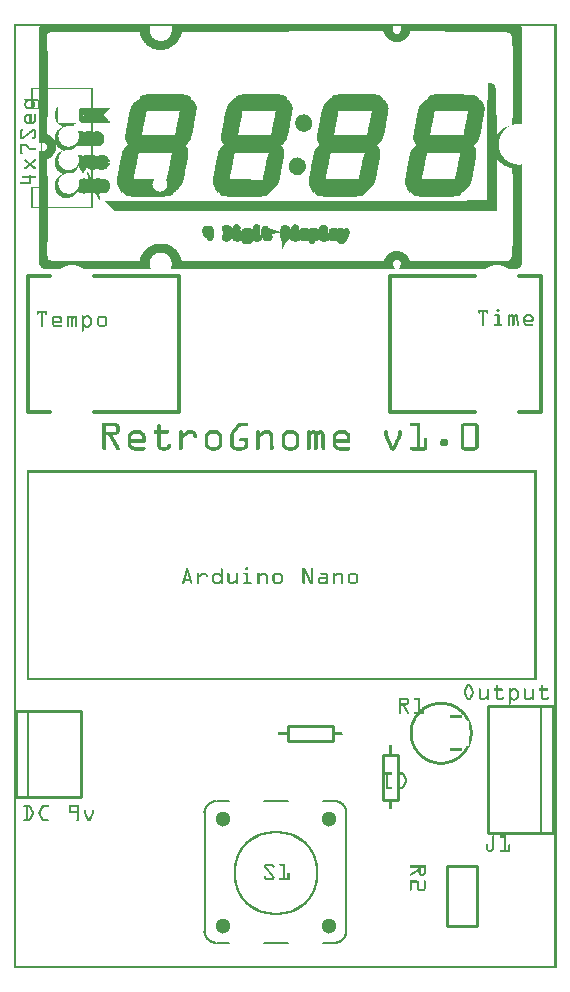
<source format=gto>
G04 MADE WITH FRITZING*
G04 WWW.FRITZING.ORG*
G04 DOUBLE SIDED*
G04 HOLES PLATED*
G04 CONTOUR ON CENTER OF CONTOUR VECTOR*
%ASAXBY*%
%FSLAX23Y23*%
%MOIN*%
%OFA0B0*%
%SFA1.0B1.0*%
%ADD10C,0.283590X0.26759*%
%ADD11C,0.051181X-0.0039371*%
%ADD12C,0.010000*%
%ADD13C,0.005000*%
%ADD14C,0.008000*%
%ADD15C,0.012500*%
%ADD16R,0.001000X0.001000*%
%LNSILK1*%
G90*
G70*
G54D10*
X873Y321D03*
G54D11*
X1050Y498D03*
X1050Y144D03*
X696Y144D03*
X696Y498D03*
G54D12*
X1582Y877D02*
X1582Y454D01*
D02*
X1582Y454D02*
X1798Y454D01*
D02*
X1798Y454D02*
X1798Y877D01*
D02*
X1798Y877D02*
X1582Y877D01*
G54D13*
D02*
X1758Y454D02*
X1758Y877D01*
G54D12*
D02*
X223Y572D02*
X223Y858D01*
D02*
X223Y858D02*
X7Y858D01*
D02*
X7Y858D02*
X7Y572D01*
D02*
X7Y572D02*
X223Y572D01*
G54D13*
D02*
X47Y858D02*
X47Y572D01*
G54D12*
D02*
X913Y808D02*
X1063Y808D01*
D02*
X1063Y808D02*
X1063Y758D01*
D02*
X1063Y758D02*
X913Y758D01*
D02*
X913Y758D02*
X913Y808D01*
D02*
X1281Y714D02*
X1281Y564D01*
D02*
X1281Y564D02*
X1231Y564D01*
D02*
X1231Y564D02*
X1231Y714D01*
D02*
X1231Y714D02*
X1281Y714D01*
D02*
X1443Y343D02*
X1443Y143D01*
D02*
X1443Y143D02*
X1543Y143D01*
D02*
X1543Y143D02*
X1543Y343D01*
D02*
X1543Y343D02*
X1443Y343D01*
G54D14*
D02*
X1031Y558D02*
X1070Y558D01*
D02*
X1109Y518D02*
X1109Y124D01*
D02*
X1070Y85D02*
X1031Y85D01*
D02*
X913Y85D02*
X834Y85D01*
D02*
X716Y85D02*
X676Y85D01*
D02*
X637Y124D02*
X637Y518D01*
D02*
X676Y558D02*
X716Y558D01*
D02*
X834Y558D02*
X913Y558D01*
G54D15*
X120Y1857D02*
X48Y1857D01*
X48Y2309D01*
X120Y2309D01*
D02*
X268Y2309D02*
X551Y2309D01*
X551Y1857D01*
X268Y1857D01*
D02*
X1685Y2310D02*
X1757Y2310D01*
X1757Y1857D01*
X1685Y1857D01*
D02*
X1537Y1857D02*
X1254Y1857D01*
X1254Y2310D01*
X1537Y2310D01*
D02*
G54D16*
X0Y3150D02*
X1810Y3150D01*
X0Y3149D02*
X1810Y3149D01*
X0Y3148D02*
X1810Y3148D01*
X0Y3147D02*
X1810Y3147D01*
X0Y3146D02*
X1810Y3146D01*
X0Y3145D02*
X1810Y3145D01*
X0Y3144D02*
X1810Y3144D01*
X0Y3143D02*
X1810Y3143D01*
X0Y3142D02*
X7Y3142D01*
X88Y3142D02*
X453Y3142D01*
X528Y3142D02*
X1263Y3142D01*
X1292Y3142D02*
X1691Y3142D01*
X1803Y3142D02*
X1810Y3142D01*
X0Y3141D02*
X7Y3141D01*
X87Y3141D02*
X453Y3141D01*
X528Y3141D02*
X1263Y3141D01*
X1292Y3141D02*
X1692Y3141D01*
X1803Y3141D02*
X1810Y3141D01*
X0Y3140D02*
X7Y3140D01*
X86Y3140D02*
X453Y3140D01*
X528Y3140D02*
X1263Y3140D01*
X1292Y3140D02*
X1693Y3140D01*
X1803Y3140D02*
X1810Y3140D01*
X0Y3139D02*
X7Y3139D01*
X85Y3139D02*
X453Y3139D01*
X528Y3139D02*
X1263Y3139D01*
X1292Y3139D02*
X1694Y3139D01*
X1803Y3139D02*
X1810Y3139D01*
X0Y3138D02*
X7Y3138D01*
X85Y3138D02*
X453Y3138D01*
X528Y3138D02*
X1263Y3138D01*
X1292Y3138D02*
X1694Y3138D01*
X1803Y3138D02*
X1810Y3138D01*
X0Y3137D02*
X7Y3137D01*
X85Y3137D02*
X453Y3137D01*
X528Y3137D02*
X1263Y3137D01*
X1292Y3137D02*
X1694Y3137D01*
X1803Y3137D02*
X1810Y3137D01*
X0Y3136D02*
X7Y3136D01*
X85Y3136D02*
X453Y3136D01*
X528Y3136D02*
X1263Y3136D01*
X1292Y3136D02*
X1694Y3136D01*
X1803Y3136D02*
X1810Y3136D01*
X0Y3135D02*
X7Y3135D01*
X85Y3135D02*
X453Y3135D01*
X528Y3135D02*
X1263Y3135D01*
X1292Y3135D02*
X1694Y3135D01*
X1803Y3135D02*
X1810Y3135D01*
X0Y3134D02*
X7Y3134D01*
X85Y3134D02*
X453Y3134D01*
X528Y3134D02*
X1263Y3134D01*
X1292Y3134D02*
X1694Y3134D01*
X1803Y3134D02*
X1810Y3134D01*
X0Y3133D02*
X7Y3133D01*
X85Y3133D02*
X453Y3133D01*
X528Y3133D02*
X1263Y3133D01*
X1292Y3133D02*
X1694Y3133D01*
X1803Y3133D02*
X1810Y3133D01*
X0Y3132D02*
X7Y3132D01*
X85Y3132D02*
X453Y3132D01*
X528Y3132D02*
X1263Y3132D01*
X1291Y3132D02*
X1694Y3132D01*
X1803Y3132D02*
X1810Y3132D01*
X0Y3131D02*
X7Y3131D01*
X85Y3131D02*
X453Y3131D01*
X528Y3131D02*
X1263Y3131D01*
X1291Y3131D02*
X1694Y3131D01*
X1803Y3131D02*
X1810Y3131D01*
X0Y3130D02*
X7Y3130D01*
X85Y3130D02*
X453Y3130D01*
X528Y3130D02*
X1263Y3130D01*
X1291Y3130D02*
X1694Y3130D01*
X1803Y3130D02*
X1810Y3130D01*
X0Y3129D02*
X7Y3129D01*
X85Y3129D02*
X453Y3129D01*
X528Y3129D02*
X1264Y3129D01*
X1291Y3129D02*
X1694Y3129D01*
X1803Y3129D02*
X1810Y3129D01*
X0Y3128D02*
X7Y3128D01*
X85Y3128D02*
X453Y3128D01*
X527Y3128D02*
X1264Y3128D01*
X1291Y3128D02*
X1694Y3128D01*
X1803Y3128D02*
X1810Y3128D01*
X0Y3127D02*
X7Y3127D01*
X85Y3127D02*
X453Y3127D01*
X527Y3127D02*
X1264Y3127D01*
X1290Y3127D02*
X1694Y3127D01*
X1803Y3127D02*
X1810Y3127D01*
X0Y3126D02*
X7Y3126D01*
X85Y3126D02*
X453Y3126D01*
X527Y3126D02*
X1265Y3126D01*
X1290Y3126D02*
X1694Y3126D01*
X1803Y3126D02*
X1810Y3126D01*
X0Y3125D02*
X7Y3125D01*
X85Y3125D02*
X453Y3125D01*
X527Y3125D02*
X1196Y3125D01*
X1233Y3125D02*
X1265Y3125D01*
X1290Y3125D02*
X1694Y3125D01*
X1803Y3125D02*
X1810Y3125D01*
X0Y3124D02*
X7Y3124D01*
X85Y3124D02*
X453Y3124D01*
X527Y3124D02*
X918Y3124D01*
X1233Y3124D02*
X1265Y3124D01*
X1289Y3124D02*
X1320Y3124D01*
X1439Y3124D02*
X1694Y3124D01*
X1803Y3124D02*
X1810Y3124D01*
X0Y3123D02*
X7Y3123D01*
X85Y3123D02*
X165Y3123D01*
X419Y3123D02*
X453Y3123D01*
X527Y3123D02*
X561Y3123D01*
X1233Y3123D02*
X1266Y3123D01*
X1289Y3123D02*
X1320Y3123D01*
X1575Y3123D02*
X1694Y3123D01*
X1803Y3123D02*
X1810Y3123D01*
X0Y3122D02*
X7Y3122D01*
X85Y3122D02*
X127Y3122D01*
X420Y3122D02*
X453Y3122D01*
X526Y3122D02*
X560Y3122D01*
X1234Y3122D02*
X1266Y3122D01*
X1289Y3122D02*
X1319Y3122D01*
X1624Y3122D02*
X1694Y3122D01*
X1803Y3122D02*
X1810Y3122D01*
X0Y3121D02*
X7Y3121D01*
X85Y3121D02*
X119Y3121D01*
X420Y3121D02*
X453Y3121D01*
X526Y3121D02*
X560Y3121D01*
X1234Y3121D02*
X1267Y3121D01*
X1288Y3121D02*
X1319Y3121D01*
X1645Y3121D02*
X1694Y3121D01*
X1803Y3121D02*
X1810Y3121D01*
X0Y3120D02*
X7Y3120D01*
X85Y3120D02*
X116Y3120D01*
X420Y3120D02*
X454Y3120D01*
X526Y3120D02*
X559Y3120D01*
X1234Y3120D02*
X1268Y3120D01*
X1287Y3120D02*
X1319Y3120D01*
X1651Y3120D02*
X1694Y3120D01*
X1803Y3120D02*
X1810Y3120D01*
X0Y3119D02*
X7Y3119D01*
X85Y3119D02*
X114Y3119D01*
X420Y3119D02*
X454Y3119D01*
X526Y3119D02*
X559Y3119D01*
X1235Y3119D02*
X1269Y3119D01*
X1285Y3119D02*
X1319Y3119D01*
X1653Y3119D02*
X1694Y3119D01*
X1803Y3119D02*
X1810Y3119D01*
X0Y3118D02*
X7Y3118D01*
X85Y3118D02*
X113Y3118D01*
X421Y3118D02*
X454Y3118D01*
X526Y3118D02*
X559Y3118D01*
X1235Y3118D02*
X1271Y3118D01*
X1284Y3118D02*
X1319Y3118D01*
X1654Y3118D02*
X1694Y3118D01*
X1803Y3118D02*
X1810Y3118D01*
X0Y3117D02*
X7Y3117D01*
X85Y3117D02*
X112Y3117D01*
X421Y3117D02*
X455Y3117D01*
X525Y3117D02*
X559Y3117D01*
X1235Y3117D02*
X1272Y3117D01*
X1282Y3117D02*
X1318Y3117D01*
X1655Y3117D02*
X1694Y3117D01*
X1803Y3117D02*
X1810Y3117D01*
X0Y3116D02*
X7Y3116D01*
X85Y3116D02*
X111Y3116D01*
X421Y3116D02*
X455Y3116D01*
X525Y3116D02*
X558Y3116D01*
X1236Y3116D02*
X1318Y3116D01*
X1656Y3116D02*
X1694Y3116D01*
X1803Y3116D02*
X1810Y3116D01*
X0Y3115D02*
X7Y3115D01*
X85Y3115D02*
X111Y3115D01*
X422Y3115D02*
X455Y3115D01*
X524Y3115D02*
X558Y3115D01*
X1236Y3115D02*
X1318Y3115D01*
X1657Y3115D02*
X1694Y3115D01*
X1803Y3115D02*
X1810Y3115D01*
X0Y3114D02*
X7Y3114D01*
X85Y3114D02*
X111Y3114D01*
X422Y3114D02*
X456Y3114D01*
X524Y3114D02*
X558Y3114D01*
X1237Y3114D02*
X1317Y3114D01*
X1658Y3114D02*
X1694Y3114D01*
X1803Y3114D02*
X1810Y3114D01*
X0Y3113D02*
X7Y3113D01*
X85Y3113D02*
X111Y3113D01*
X422Y3113D02*
X456Y3113D01*
X523Y3113D02*
X558Y3113D01*
X1237Y3113D02*
X1317Y3113D01*
X1658Y3113D02*
X1694Y3113D01*
X1803Y3113D02*
X1810Y3113D01*
X0Y3112D02*
X7Y3112D01*
X85Y3112D02*
X111Y3112D01*
X423Y3112D02*
X457Y3112D01*
X523Y3112D02*
X557Y3112D01*
X1238Y3112D02*
X1316Y3112D01*
X1659Y3112D02*
X1694Y3112D01*
X1803Y3112D02*
X1810Y3112D01*
X0Y3111D02*
X7Y3111D01*
X85Y3111D02*
X111Y3111D01*
X423Y3111D02*
X457Y3111D01*
X522Y3111D02*
X557Y3111D01*
X1239Y3111D02*
X1316Y3111D01*
X1659Y3111D02*
X1694Y3111D01*
X1803Y3111D02*
X1810Y3111D01*
X0Y3110D02*
X7Y3110D01*
X85Y3110D02*
X111Y3110D01*
X423Y3110D02*
X458Y3110D01*
X522Y3110D02*
X556Y3110D01*
X1239Y3110D02*
X1315Y3110D01*
X1659Y3110D02*
X1694Y3110D01*
X1803Y3110D02*
X1810Y3110D01*
X0Y3109D02*
X7Y3109D01*
X85Y3109D02*
X111Y3109D01*
X424Y3109D02*
X459Y3109D01*
X521Y3109D02*
X556Y3109D01*
X1240Y3109D02*
X1315Y3109D01*
X1659Y3109D02*
X1694Y3109D01*
X1803Y3109D02*
X1810Y3109D01*
X0Y3108D02*
X7Y3108D01*
X85Y3108D02*
X111Y3108D01*
X424Y3108D02*
X459Y3108D01*
X521Y3108D02*
X556Y3108D01*
X1241Y3108D02*
X1314Y3108D01*
X1660Y3108D02*
X1694Y3108D01*
X1803Y3108D02*
X1810Y3108D01*
X0Y3107D02*
X7Y3107D01*
X85Y3107D02*
X111Y3107D01*
X425Y3107D02*
X460Y3107D01*
X520Y3107D02*
X555Y3107D01*
X1242Y3107D02*
X1313Y3107D01*
X1660Y3107D02*
X1694Y3107D01*
X1803Y3107D02*
X1810Y3107D01*
X0Y3106D02*
X7Y3106D01*
X85Y3106D02*
X111Y3106D01*
X425Y3106D02*
X461Y3106D01*
X519Y3106D02*
X555Y3106D01*
X1242Y3106D02*
X1312Y3106D01*
X1660Y3106D02*
X1694Y3106D01*
X1803Y3106D02*
X1810Y3106D01*
X0Y3105D02*
X7Y3105D01*
X85Y3105D02*
X111Y3105D01*
X425Y3105D02*
X462Y3105D01*
X518Y3105D02*
X554Y3105D01*
X1243Y3105D02*
X1312Y3105D01*
X1660Y3105D02*
X1694Y3105D01*
X1803Y3105D02*
X1810Y3105D01*
X0Y3104D02*
X7Y3104D01*
X85Y3104D02*
X111Y3104D01*
X426Y3104D02*
X462Y3104D01*
X517Y3104D02*
X554Y3104D01*
X1244Y3104D02*
X1311Y3104D01*
X1660Y3104D02*
X1694Y3104D01*
X1803Y3104D02*
X1810Y3104D01*
X0Y3103D02*
X7Y3103D01*
X85Y3103D02*
X111Y3103D01*
X426Y3103D02*
X463Y3103D01*
X516Y3103D02*
X553Y3103D01*
X1245Y3103D02*
X1310Y3103D01*
X1661Y3103D02*
X1694Y3103D01*
X1803Y3103D02*
X1810Y3103D01*
X0Y3102D02*
X7Y3102D01*
X85Y3102D02*
X111Y3102D01*
X427Y3102D02*
X464Y3102D01*
X515Y3102D02*
X553Y3102D01*
X1246Y3102D02*
X1309Y3102D01*
X1661Y3102D02*
X1694Y3102D01*
X1803Y3102D02*
X1810Y3102D01*
X0Y3101D02*
X7Y3101D01*
X85Y3101D02*
X111Y3101D01*
X427Y3101D02*
X466Y3101D01*
X514Y3101D02*
X552Y3101D01*
X1247Y3101D02*
X1308Y3101D01*
X1662Y3101D02*
X1694Y3101D01*
X1803Y3101D02*
X1810Y3101D01*
X0Y3100D02*
X7Y3100D01*
X85Y3100D02*
X111Y3100D01*
X428Y3100D02*
X467Y3100D01*
X513Y3100D02*
X552Y3100D01*
X1248Y3100D02*
X1307Y3100D01*
X1662Y3100D02*
X1694Y3100D01*
X1803Y3100D02*
X1810Y3100D01*
X0Y3099D02*
X7Y3099D01*
X85Y3099D02*
X111Y3099D01*
X429Y3099D02*
X469Y3099D01*
X512Y3099D02*
X551Y3099D01*
X1250Y3099D02*
X1306Y3099D01*
X1663Y3099D02*
X1694Y3099D01*
X1803Y3099D02*
X1810Y3099D01*
X0Y3098D02*
X7Y3098D01*
X85Y3098D02*
X111Y3098D01*
X429Y3098D02*
X470Y3098D01*
X510Y3098D02*
X551Y3098D01*
X1251Y3098D02*
X1304Y3098D01*
X1663Y3098D02*
X1694Y3098D01*
X1803Y3098D02*
X1810Y3098D01*
X0Y3097D02*
X7Y3097D01*
X85Y3097D02*
X111Y3097D01*
X430Y3097D02*
X472Y3097D01*
X508Y3097D02*
X550Y3097D01*
X1252Y3097D02*
X1303Y3097D01*
X1663Y3097D02*
X1694Y3097D01*
X1803Y3097D02*
X1810Y3097D01*
X0Y3096D02*
X7Y3096D01*
X85Y3096D02*
X111Y3096D01*
X430Y3096D02*
X473Y3096D01*
X506Y3096D02*
X549Y3096D01*
X1254Y3096D02*
X1301Y3096D01*
X1663Y3096D02*
X1694Y3096D01*
X1803Y3096D02*
X1810Y3096D01*
X0Y3095D02*
X7Y3095D01*
X85Y3095D02*
X111Y3095D01*
X431Y3095D02*
X475Y3095D01*
X504Y3095D02*
X549Y3095D01*
X1256Y3095D02*
X1300Y3095D01*
X1663Y3095D02*
X1694Y3095D01*
X1803Y3095D02*
X1810Y3095D01*
X0Y3094D02*
X7Y3094D01*
X85Y3094D02*
X111Y3094D01*
X432Y3094D02*
X479Y3094D01*
X501Y3094D02*
X548Y3094D01*
X1257Y3094D02*
X1298Y3094D01*
X1663Y3094D02*
X1694Y3094D01*
X1803Y3094D02*
X1810Y3094D01*
X0Y3093D02*
X7Y3093D01*
X85Y3093D02*
X111Y3093D01*
X432Y3093D02*
X483Y3093D01*
X498Y3093D02*
X547Y3093D01*
X1259Y3093D02*
X1296Y3093D01*
X1663Y3093D02*
X1694Y3093D01*
X1803Y3093D02*
X1810Y3093D01*
X0Y3092D02*
X7Y3092D01*
X85Y3092D02*
X111Y3092D01*
X433Y3092D02*
X546Y3092D01*
X1261Y3092D02*
X1294Y3092D01*
X1663Y3092D02*
X1694Y3092D01*
X1803Y3092D02*
X1810Y3092D01*
X0Y3091D02*
X7Y3091D01*
X85Y3091D02*
X111Y3091D01*
X434Y3091D02*
X546Y3091D01*
X1264Y3091D02*
X1291Y3091D01*
X1663Y3091D02*
X1694Y3091D01*
X1803Y3091D02*
X1810Y3091D01*
X0Y3090D02*
X7Y3090D01*
X85Y3090D02*
X111Y3090D01*
X435Y3090D02*
X545Y3090D01*
X1267Y3090D02*
X1288Y3090D01*
X1663Y3090D02*
X1694Y3090D01*
X1803Y3090D02*
X1810Y3090D01*
X0Y3089D02*
X7Y3089D01*
X85Y3089D02*
X111Y3089D01*
X435Y3089D02*
X544Y3089D01*
X1272Y3089D02*
X1283Y3089D01*
X1663Y3089D02*
X1694Y3089D01*
X1803Y3089D02*
X1810Y3089D01*
X0Y3088D02*
X7Y3088D01*
X85Y3088D02*
X111Y3088D01*
X436Y3088D02*
X543Y3088D01*
X1663Y3088D02*
X1694Y3088D01*
X1803Y3088D02*
X1810Y3088D01*
X0Y3087D02*
X7Y3087D01*
X85Y3087D02*
X111Y3087D01*
X437Y3087D02*
X542Y3087D01*
X1663Y3087D02*
X1694Y3087D01*
X1803Y3087D02*
X1810Y3087D01*
X0Y3086D02*
X7Y3086D01*
X85Y3086D02*
X111Y3086D01*
X438Y3086D02*
X541Y3086D01*
X1663Y3086D02*
X1694Y3086D01*
X1803Y3086D02*
X1810Y3086D01*
X0Y3085D02*
X7Y3085D01*
X85Y3085D02*
X111Y3085D01*
X439Y3085D02*
X540Y3085D01*
X1663Y3085D02*
X1694Y3085D01*
X1803Y3085D02*
X1810Y3085D01*
X0Y3084D02*
X7Y3084D01*
X85Y3084D02*
X111Y3084D01*
X440Y3084D02*
X539Y3084D01*
X1663Y3084D02*
X1694Y3084D01*
X1803Y3084D02*
X1810Y3084D01*
X0Y3083D02*
X7Y3083D01*
X85Y3083D02*
X111Y3083D01*
X441Y3083D02*
X538Y3083D01*
X1663Y3083D02*
X1694Y3083D01*
X1803Y3083D02*
X1810Y3083D01*
X0Y3082D02*
X7Y3082D01*
X85Y3082D02*
X111Y3082D01*
X442Y3082D02*
X537Y3082D01*
X1663Y3082D02*
X1694Y3082D01*
X1803Y3082D02*
X1810Y3082D01*
X0Y3081D02*
X7Y3081D01*
X85Y3081D02*
X111Y3081D01*
X443Y3081D02*
X536Y3081D01*
X1663Y3081D02*
X1694Y3081D01*
X1803Y3081D02*
X1810Y3081D01*
X0Y3080D02*
X7Y3080D01*
X85Y3080D02*
X111Y3080D01*
X444Y3080D02*
X535Y3080D01*
X1663Y3080D02*
X1694Y3080D01*
X1803Y3080D02*
X1810Y3080D01*
X0Y3079D02*
X7Y3079D01*
X85Y3079D02*
X111Y3079D01*
X445Y3079D02*
X534Y3079D01*
X1663Y3079D02*
X1694Y3079D01*
X1803Y3079D02*
X1810Y3079D01*
X0Y3078D02*
X7Y3078D01*
X85Y3078D02*
X111Y3078D01*
X446Y3078D02*
X532Y3078D01*
X1663Y3078D02*
X1694Y3078D01*
X1803Y3078D02*
X1810Y3078D01*
X0Y3077D02*
X7Y3077D01*
X85Y3077D02*
X111Y3077D01*
X448Y3077D02*
X531Y3077D01*
X1663Y3077D02*
X1694Y3077D01*
X1803Y3077D02*
X1810Y3077D01*
X0Y3076D02*
X7Y3076D01*
X85Y3076D02*
X111Y3076D01*
X449Y3076D02*
X530Y3076D01*
X1663Y3076D02*
X1694Y3076D01*
X1803Y3076D02*
X1810Y3076D01*
X0Y3075D02*
X7Y3075D01*
X85Y3075D02*
X111Y3075D01*
X450Y3075D02*
X528Y3075D01*
X1663Y3075D02*
X1694Y3075D01*
X1803Y3075D02*
X1810Y3075D01*
X0Y3074D02*
X7Y3074D01*
X85Y3074D02*
X111Y3074D01*
X452Y3074D02*
X527Y3074D01*
X1664Y3074D02*
X1694Y3074D01*
X1803Y3074D02*
X1810Y3074D01*
X0Y3073D02*
X7Y3073D01*
X85Y3073D02*
X111Y3073D01*
X453Y3073D02*
X525Y3073D01*
X1664Y3073D02*
X1694Y3073D01*
X1803Y3073D02*
X1810Y3073D01*
X0Y3072D02*
X7Y3072D01*
X85Y3072D02*
X111Y3072D01*
X455Y3072D02*
X523Y3072D01*
X1664Y3072D02*
X1694Y3072D01*
X1803Y3072D02*
X1810Y3072D01*
X0Y3071D02*
X7Y3071D01*
X85Y3071D02*
X111Y3071D01*
X457Y3071D02*
X522Y3071D01*
X1664Y3071D02*
X1694Y3071D01*
X1803Y3071D02*
X1810Y3071D01*
X0Y3070D02*
X7Y3070D01*
X85Y3070D02*
X111Y3070D01*
X458Y3070D02*
X520Y3070D01*
X1664Y3070D02*
X1694Y3070D01*
X1803Y3070D02*
X1810Y3070D01*
X0Y3069D02*
X7Y3069D01*
X85Y3069D02*
X111Y3069D01*
X460Y3069D02*
X518Y3069D01*
X1664Y3069D02*
X1694Y3069D01*
X1803Y3069D02*
X1810Y3069D01*
X0Y3068D02*
X7Y3068D01*
X85Y3068D02*
X111Y3068D01*
X462Y3068D02*
X516Y3068D01*
X1664Y3068D02*
X1694Y3068D01*
X1803Y3068D02*
X1810Y3068D01*
X0Y3067D02*
X7Y3067D01*
X85Y3067D02*
X111Y3067D01*
X465Y3067D02*
X513Y3067D01*
X1664Y3067D02*
X1694Y3067D01*
X1803Y3067D02*
X1810Y3067D01*
X0Y3066D02*
X7Y3066D01*
X85Y3066D02*
X111Y3066D01*
X467Y3066D02*
X510Y3066D01*
X1664Y3066D02*
X1694Y3066D01*
X1803Y3066D02*
X1810Y3066D01*
X0Y3065D02*
X7Y3065D01*
X85Y3065D02*
X111Y3065D01*
X470Y3065D02*
X507Y3065D01*
X1664Y3065D02*
X1694Y3065D01*
X1803Y3065D02*
X1810Y3065D01*
X0Y3064D02*
X7Y3064D01*
X85Y3064D02*
X111Y3064D01*
X474Y3064D02*
X504Y3064D01*
X1664Y3064D02*
X1694Y3064D01*
X1803Y3064D02*
X1810Y3064D01*
X0Y3063D02*
X7Y3063D01*
X85Y3063D02*
X111Y3063D01*
X479Y3063D02*
X499Y3063D01*
X1664Y3063D02*
X1694Y3063D01*
X1803Y3063D02*
X1810Y3063D01*
X0Y3062D02*
X7Y3062D01*
X85Y3062D02*
X111Y3062D01*
X1664Y3062D02*
X1694Y3062D01*
X1803Y3062D02*
X1810Y3062D01*
X0Y3061D02*
X7Y3061D01*
X85Y3061D02*
X111Y3061D01*
X1664Y3061D02*
X1694Y3061D01*
X1803Y3061D02*
X1810Y3061D01*
X0Y3060D02*
X7Y3060D01*
X85Y3060D02*
X111Y3060D01*
X1664Y3060D02*
X1694Y3060D01*
X1803Y3060D02*
X1810Y3060D01*
X0Y3059D02*
X7Y3059D01*
X85Y3059D02*
X112Y3059D01*
X1664Y3059D02*
X1694Y3059D01*
X1803Y3059D02*
X1810Y3059D01*
X0Y3058D02*
X7Y3058D01*
X85Y3058D02*
X113Y3058D01*
X1664Y3058D02*
X1694Y3058D01*
X1803Y3058D02*
X1810Y3058D01*
X0Y3057D02*
X7Y3057D01*
X85Y3057D02*
X113Y3057D01*
X1664Y3057D02*
X1694Y3057D01*
X1803Y3057D02*
X1810Y3057D01*
X0Y3056D02*
X7Y3056D01*
X85Y3056D02*
X113Y3056D01*
X1664Y3056D02*
X1694Y3056D01*
X1803Y3056D02*
X1810Y3056D01*
X0Y3055D02*
X7Y3055D01*
X85Y3055D02*
X113Y3055D01*
X1664Y3055D02*
X1694Y3055D01*
X1803Y3055D02*
X1810Y3055D01*
X0Y3054D02*
X7Y3054D01*
X85Y3054D02*
X113Y3054D01*
X1664Y3054D02*
X1694Y3054D01*
X1803Y3054D02*
X1810Y3054D01*
X0Y3053D02*
X7Y3053D01*
X85Y3053D02*
X113Y3053D01*
X1664Y3053D02*
X1694Y3053D01*
X1803Y3053D02*
X1810Y3053D01*
X0Y3052D02*
X7Y3052D01*
X85Y3052D02*
X113Y3052D01*
X1664Y3052D02*
X1694Y3052D01*
X1803Y3052D02*
X1810Y3052D01*
X0Y3051D02*
X7Y3051D01*
X85Y3051D02*
X113Y3051D01*
X1664Y3051D02*
X1694Y3051D01*
X1803Y3051D02*
X1810Y3051D01*
X0Y3050D02*
X7Y3050D01*
X85Y3050D02*
X113Y3050D01*
X1664Y3050D02*
X1694Y3050D01*
X1803Y3050D02*
X1810Y3050D01*
X0Y3049D02*
X7Y3049D01*
X85Y3049D02*
X113Y3049D01*
X1664Y3049D02*
X1694Y3049D01*
X1803Y3049D02*
X1810Y3049D01*
X0Y3048D02*
X7Y3048D01*
X85Y3048D02*
X113Y3048D01*
X1664Y3048D02*
X1694Y3048D01*
X1803Y3048D02*
X1810Y3048D01*
X0Y3047D02*
X7Y3047D01*
X85Y3047D02*
X113Y3047D01*
X1664Y3047D02*
X1694Y3047D01*
X1803Y3047D02*
X1810Y3047D01*
X0Y3046D02*
X7Y3046D01*
X85Y3046D02*
X113Y3046D01*
X1664Y3046D02*
X1694Y3046D01*
X1803Y3046D02*
X1810Y3046D01*
X0Y3045D02*
X7Y3045D01*
X85Y3045D02*
X113Y3045D01*
X1664Y3045D02*
X1694Y3045D01*
X1803Y3045D02*
X1810Y3045D01*
X0Y3044D02*
X7Y3044D01*
X85Y3044D02*
X113Y3044D01*
X1664Y3044D02*
X1694Y3044D01*
X1803Y3044D02*
X1810Y3044D01*
X0Y3043D02*
X7Y3043D01*
X85Y3043D02*
X113Y3043D01*
X1664Y3043D02*
X1694Y3043D01*
X1803Y3043D02*
X1810Y3043D01*
X0Y3042D02*
X7Y3042D01*
X85Y3042D02*
X113Y3042D01*
X1664Y3042D02*
X1694Y3042D01*
X1803Y3042D02*
X1810Y3042D01*
X0Y3041D02*
X7Y3041D01*
X85Y3041D02*
X113Y3041D01*
X1664Y3041D02*
X1694Y3041D01*
X1803Y3041D02*
X1810Y3041D01*
X0Y3040D02*
X7Y3040D01*
X85Y3040D02*
X114Y3040D01*
X1664Y3040D02*
X1694Y3040D01*
X1803Y3040D02*
X1810Y3040D01*
X0Y3039D02*
X7Y3039D01*
X85Y3039D02*
X114Y3039D01*
X1664Y3039D02*
X1694Y3039D01*
X1803Y3039D02*
X1810Y3039D01*
X0Y3038D02*
X7Y3038D01*
X85Y3038D02*
X114Y3038D01*
X1664Y3038D02*
X1694Y3038D01*
X1803Y3038D02*
X1810Y3038D01*
X0Y3037D02*
X7Y3037D01*
X85Y3037D02*
X114Y3037D01*
X1664Y3037D02*
X1694Y3037D01*
X1803Y3037D02*
X1810Y3037D01*
X0Y3036D02*
X7Y3036D01*
X85Y3036D02*
X114Y3036D01*
X1664Y3036D02*
X1694Y3036D01*
X1803Y3036D02*
X1810Y3036D01*
X0Y3035D02*
X7Y3035D01*
X85Y3035D02*
X114Y3035D01*
X1664Y3035D02*
X1694Y3035D01*
X1803Y3035D02*
X1810Y3035D01*
X0Y3034D02*
X7Y3034D01*
X85Y3034D02*
X114Y3034D01*
X1664Y3034D02*
X1694Y3034D01*
X1803Y3034D02*
X1810Y3034D01*
X0Y3033D02*
X7Y3033D01*
X85Y3033D02*
X114Y3033D01*
X1664Y3033D02*
X1694Y3033D01*
X1803Y3033D02*
X1810Y3033D01*
X0Y3032D02*
X7Y3032D01*
X85Y3032D02*
X114Y3032D01*
X1664Y3032D02*
X1694Y3032D01*
X1803Y3032D02*
X1810Y3032D01*
X0Y3031D02*
X7Y3031D01*
X85Y3031D02*
X114Y3031D01*
X1664Y3031D02*
X1694Y3031D01*
X1803Y3031D02*
X1810Y3031D01*
X0Y3030D02*
X7Y3030D01*
X85Y3030D02*
X114Y3030D01*
X1664Y3030D02*
X1694Y3030D01*
X1803Y3030D02*
X1810Y3030D01*
X0Y3029D02*
X7Y3029D01*
X85Y3029D02*
X114Y3029D01*
X1664Y3029D02*
X1694Y3029D01*
X1803Y3029D02*
X1810Y3029D01*
X0Y3028D02*
X7Y3028D01*
X85Y3028D02*
X114Y3028D01*
X1664Y3028D02*
X1694Y3028D01*
X1803Y3028D02*
X1810Y3028D01*
X0Y3027D02*
X7Y3027D01*
X85Y3027D02*
X114Y3027D01*
X1664Y3027D02*
X1694Y3027D01*
X1803Y3027D02*
X1810Y3027D01*
X0Y3026D02*
X7Y3026D01*
X85Y3026D02*
X114Y3026D01*
X1664Y3026D02*
X1694Y3026D01*
X1803Y3026D02*
X1810Y3026D01*
X0Y3025D02*
X7Y3025D01*
X85Y3025D02*
X114Y3025D01*
X1664Y3025D02*
X1694Y3025D01*
X1803Y3025D02*
X1810Y3025D01*
X0Y3024D02*
X7Y3024D01*
X85Y3024D02*
X114Y3024D01*
X1664Y3024D02*
X1694Y3024D01*
X1803Y3024D02*
X1810Y3024D01*
X0Y3023D02*
X7Y3023D01*
X85Y3023D02*
X114Y3023D01*
X1664Y3023D02*
X1694Y3023D01*
X1803Y3023D02*
X1810Y3023D01*
X0Y3022D02*
X7Y3022D01*
X85Y3022D02*
X114Y3022D01*
X1664Y3022D02*
X1694Y3022D01*
X1803Y3022D02*
X1810Y3022D01*
X0Y3021D02*
X7Y3021D01*
X85Y3021D02*
X114Y3021D01*
X1664Y3021D02*
X1694Y3021D01*
X1803Y3021D02*
X1810Y3021D01*
X0Y3020D02*
X7Y3020D01*
X85Y3020D02*
X114Y3020D01*
X1664Y3020D02*
X1694Y3020D01*
X1803Y3020D02*
X1810Y3020D01*
X0Y3019D02*
X7Y3019D01*
X85Y3019D02*
X114Y3019D01*
X1664Y3019D02*
X1694Y3019D01*
X1803Y3019D02*
X1810Y3019D01*
X0Y3018D02*
X7Y3018D01*
X85Y3018D02*
X114Y3018D01*
X1664Y3018D02*
X1694Y3018D01*
X1803Y3018D02*
X1810Y3018D01*
X0Y3017D02*
X7Y3017D01*
X85Y3017D02*
X114Y3017D01*
X1664Y3017D02*
X1694Y3017D01*
X1803Y3017D02*
X1810Y3017D01*
X0Y3016D02*
X7Y3016D01*
X85Y3016D02*
X114Y3016D01*
X1664Y3016D02*
X1694Y3016D01*
X1803Y3016D02*
X1810Y3016D01*
X0Y3015D02*
X7Y3015D01*
X85Y3015D02*
X114Y3015D01*
X1664Y3015D02*
X1694Y3015D01*
X1803Y3015D02*
X1810Y3015D01*
X0Y3014D02*
X7Y3014D01*
X85Y3014D02*
X114Y3014D01*
X1664Y3014D02*
X1694Y3014D01*
X1803Y3014D02*
X1810Y3014D01*
X0Y3013D02*
X7Y3013D01*
X85Y3013D02*
X114Y3013D01*
X1664Y3013D02*
X1694Y3013D01*
X1803Y3013D02*
X1810Y3013D01*
X0Y3012D02*
X7Y3012D01*
X85Y3012D02*
X114Y3012D01*
X1664Y3012D02*
X1694Y3012D01*
X1803Y3012D02*
X1810Y3012D01*
X0Y3011D02*
X7Y3011D01*
X85Y3011D02*
X114Y3011D01*
X1664Y3011D02*
X1694Y3011D01*
X1803Y3011D02*
X1810Y3011D01*
X0Y3010D02*
X7Y3010D01*
X85Y3010D02*
X114Y3010D01*
X1664Y3010D02*
X1694Y3010D01*
X1803Y3010D02*
X1810Y3010D01*
X0Y3009D02*
X7Y3009D01*
X85Y3009D02*
X114Y3009D01*
X1664Y3009D02*
X1694Y3009D01*
X1803Y3009D02*
X1810Y3009D01*
X0Y3008D02*
X7Y3008D01*
X85Y3008D02*
X114Y3008D01*
X1664Y3008D02*
X1694Y3008D01*
X1803Y3008D02*
X1810Y3008D01*
X0Y3007D02*
X7Y3007D01*
X85Y3007D02*
X114Y3007D01*
X1664Y3007D02*
X1694Y3007D01*
X1803Y3007D02*
X1810Y3007D01*
X0Y3006D02*
X7Y3006D01*
X85Y3006D02*
X114Y3006D01*
X1664Y3006D02*
X1694Y3006D01*
X1803Y3006D02*
X1810Y3006D01*
X0Y3005D02*
X7Y3005D01*
X85Y3005D02*
X114Y3005D01*
X1664Y3005D02*
X1694Y3005D01*
X1803Y3005D02*
X1810Y3005D01*
X0Y3004D02*
X7Y3004D01*
X85Y3004D02*
X114Y3004D01*
X1664Y3004D02*
X1694Y3004D01*
X1803Y3004D02*
X1810Y3004D01*
X0Y3003D02*
X7Y3003D01*
X85Y3003D02*
X114Y3003D01*
X1664Y3003D02*
X1694Y3003D01*
X1803Y3003D02*
X1810Y3003D01*
X0Y3002D02*
X7Y3002D01*
X85Y3002D02*
X114Y3002D01*
X1664Y3002D02*
X1694Y3002D01*
X1803Y3002D02*
X1810Y3002D01*
X0Y3001D02*
X7Y3001D01*
X85Y3001D02*
X114Y3001D01*
X1664Y3001D02*
X1694Y3001D01*
X1803Y3001D02*
X1810Y3001D01*
X0Y3000D02*
X7Y3000D01*
X85Y3000D02*
X114Y3000D01*
X1664Y3000D02*
X1694Y3000D01*
X1803Y3000D02*
X1810Y3000D01*
X0Y2999D02*
X7Y2999D01*
X85Y2999D02*
X114Y2999D01*
X1664Y2999D02*
X1694Y2999D01*
X1803Y2999D02*
X1810Y2999D01*
X0Y2998D02*
X7Y2998D01*
X85Y2998D02*
X114Y2998D01*
X1664Y2998D02*
X1694Y2998D01*
X1803Y2998D02*
X1810Y2998D01*
X0Y2997D02*
X7Y2997D01*
X85Y2997D02*
X114Y2997D01*
X1664Y2997D02*
X1694Y2997D01*
X1803Y2997D02*
X1810Y2997D01*
X0Y2996D02*
X7Y2996D01*
X85Y2996D02*
X114Y2996D01*
X1664Y2996D02*
X1694Y2996D01*
X1803Y2996D02*
X1810Y2996D01*
X0Y2995D02*
X7Y2995D01*
X85Y2995D02*
X114Y2995D01*
X1664Y2995D02*
X1694Y2995D01*
X1803Y2995D02*
X1810Y2995D01*
X0Y2994D02*
X7Y2994D01*
X85Y2994D02*
X114Y2994D01*
X1664Y2994D02*
X1694Y2994D01*
X1803Y2994D02*
X1810Y2994D01*
X0Y2993D02*
X7Y2993D01*
X85Y2993D02*
X114Y2993D01*
X1664Y2993D02*
X1694Y2993D01*
X1803Y2993D02*
X1810Y2993D01*
X0Y2992D02*
X7Y2992D01*
X85Y2992D02*
X114Y2992D01*
X1664Y2992D02*
X1694Y2992D01*
X1803Y2992D02*
X1810Y2992D01*
X0Y2991D02*
X7Y2991D01*
X85Y2991D02*
X114Y2991D01*
X1664Y2991D02*
X1694Y2991D01*
X1803Y2991D02*
X1810Y2991D01*
X0Y2990D02*
X7Y2990D01*
X85Y2990D02*
X114Y2990D01*
X1664Y2990D02*
X1694Y2990D01*
X1803Y2990D02*
X1810Y2990D01*
X0Y2989D02*
X7Y2989D01*
X85Y2989D02*
X114Y2989D01*
X1664Y2989D02*
X1694Y2989D01*
X1803Y2989D02*
X1810Y2989D01*
X0Y2988D02*
X7Y2988D01*
X85Y2988D02*
X114Y2988D01*
X1664Y2988D02*
X1694Y2988D01*
X1803Y2988D02*
X1810Y2988D01*
X0Y2987D02*
X7Y2987D01*
X85Y2987D02*
X114Y2987D01*
X1664Y2987D02*
X1694Y2987D01*
X1803Y2987D02*
X1810Y2987D01*
X0Y2986D02*
X7Y2986D01*
X85Y2986D02*
X114Y2986D01*
X1664Y2986D02*
X1694Y2986D01*
X1803Y2986D02*
X1810Y2986D01*
X0Y2985D02*
X7Y2985D01*
X85Y2985D02*
X114Y2985D01*
X1664Y2985D02*
X1694Y2985D01*
X1803Y2985D02*
X1810Y2985D01*
X0Y2984D02*
X7Y2984D01*
X85Y2984D02*
X114Y2984D01*
X1664Y2984D02*
X1694Y2984D01*
X1803Y2984D02*
X1810Y2984D01*
X0Y2983D02*
X7Y2983D01*
X85Y2983D02*
X114Y2983D01*
X1664Y2983D02*
X1694Y2983D01*
X1803Y2983D02*
X1810Y2983D01*
X0Y2982D02*
X7Y2982D01*
X85Y2982D02*
X114Y2982D01*
X1664Y2982D02*
X1694Y2982D01*
X1803Y2982D02*
X1810Y2982D01*
X0Y2981D02*
X7Y2981D01*
X85Y2981D02*
X114Y2981D01*
X1664Y2981D02*
X1694Y2981D01*
X1803Y2981D02*
X1810Y2981D01*
X0Y2980D02*
X7Y2980D01*
X85Y2980D02*
X114Y2980D01*
X1664Y2980D02*
X1694Y2980D01*
X1803Y2980D02*
X1810Y2980D01*
X0Y2979D02*
X7Y2979D01*
X85Y2979D02*
X114Y2979D01*
X1664Y2979D02*
X1694Y2979D01*
X1803Y2979D02*
X1810Y2979D01*
X0Y2978D02*
X7Y2978D01*
X85Y2978D02*
X114Y2978D01*
X1664Y2978D02*
X1694Y2978D01*
X1803Y2978D02*
X1810Y2978D01*
X0Y2977D02*
X7Y2977D01*
X85Y2977D02*
X114Y2977D01*
X1664Y2977D02*
X1694Y2977D01*
X1803Y2977D02*
X1810Y2977D01*
X0Y2976D02*
X7Y2976D01*
X85Y2976D02*
X114Y2976D01*
X1664Y2976D02*
X1694Y2976D01*
X1803Y2976D02*
X1810Y2976D01*
X0Y2975D02*
X7Y2975D01*
X85Y2975D02*
X114Y2975D01*
X1664Y2975D02*
X1694Y2975D01*
X1803Y2975D02*
X1810Y2975D01*
X0Y2974D02*
X7Y2974D01*
X85Y2974D02*
X114Y2974D01*
X1664Y2974D02*
X1694Y2974D01*
X1803Y2974D02*
X1810Y2974D01*
X0Y2973D02*
X7Y2973D01*
X85Y2973D02*
X114Y2973D01*
X1664Y2973D02*
X1694Y2973D01*
X1803Y2973D02*
X1810Y2973D01*
X0Y2972D02*
X7Y2972D01*
X85Y2972D02*
X114Y2972D01*
X1664Y2972D02*
X1694Y2972D01*
X1803Y2972D02*
X1810Y2972D01*
X0Y2971D02*
X7Y2971D01*
X85Y2971D02*
X114Y2971D01*
X1664Y2971D02*
X1694Y2971D01*
X1803Y2971D02*
X1810Y2971D01*
X0Y2970D02*
X7Y2970D01*
X85Y2970D02*
X114Y2970D01*
X1664Y2970D02*
X1694Y2970D01*
X1803Y2970D02*
X1810Y2970D01*
X0Y2969D02*
X7Y2969D01*
X85Y2969D02*
X114Y2969D01*
X1664Y2969D02*
X1694Y2969D01*
X1803Y2969D02*
X1810Y2969D01*
X0Y2968D02*
X7Y2968D01*
X85Y2968D02*
X114Y2968D01*
X1664Y2968D02*
X1694Y2968D01*
X1803Y2968D02*
X1810Y2968D01*
X0Y2967D02*
X7Y2967D01*
X85Y2967D02*
X114Y2967D01*
X1664Y2967D02*
X1694Y2967D01*
X1803Y2967D02*
X1810Y2967D01*
X0Y2966D02*
X7Y2966D01*
X85Y2966D02*
X114Y2966D01*
X1664Y2966D02*
X1694Y2966D01*
X1803Y2966D02*
X1810Y2966D01*
X0Y2965D02*
X7Y2965D01*
X85Y2965D02*
X114Y2965D01*
X1664Y2965D02*
X1694Y2965D01*
X1803Y2965D02*
X1810Y2965D01*
X0Y2964D02*
X7Y2964D01*
X85Y2964D02*
X114Y2964D01*
X1664Y2964D02*
X1694Y2964D01*
X1803Y2964D02*
X1810Y2964D01*
X0Y2963D02*
X7Y2963D01*
X85Y2963D02*
X114Y2963D01*
X1664Y2963D02*
X1694Y2963D01*
X1803Y2963D02*
X1810Y2963D01*
X0Y2962D02*
X7Y2962D01*
X85Y2962D02*
X114Y2962D01*
X1664Y2962D02*
X1694Y2962D01*
X1803Y2962D02*
X1810Y2962D01*
X0Y2961D02*
X7Y2961D01*
X85Y2961D02*
X114Y2961D01*
X1664Y2961D02*
X1694Y2961D01*
X1803Y2961D02*
X1810Y2961D01*
X0Y2960D02*
X7Y2960D01*
X85Y2960D02*
X114Y2960D01*
X1664Y2960D02*
X1694Y2960D01*
X1803Y2960D02*
X1810Y2960D01*
X0Y2959D02*
X7Y2959D01*
X85Y2959D02*
X114Y2959D01*
X1664Y2959D02*
X1694Y2959D01*
X1803Y2959D02*
X1810Y2959D01*
X0Y2958D02*
X7Y2958D01*
X85Y2958D02*
X114Y2958D01*
X1664Y2958D02*
X1694Y2958D01*
X1803Y2958D02*
X1810Y2958D01*
X0Y2957D02*
X7Y2957D01*
X85Y2957D02*
X114Y2957D01*
X1664Y2957D02*
X1694Y2957D01*
X1803Y2957D02*
X1810Y2957D01*
X0Y2956D02*
X7Y2956D01*
X85Y2956D02*
X114Y2956D01*
X1664Y2956D02*
X1694Y2956D01*
X1803Y2956D02*
X1810Y2956D01*
X0Y2955D02*
X7Y2955D01*
X85Y2955D02*
X114Y2955D01*
X1664Y2955D02*
X1694Y2955D01*
X1803Y2955D02*
X1810Y2955D01*
X0Y2954D02*
X7Y2954D01*
X85Y2954D02*
X114Y2954D01*
X1664Y2954D02*
X1694Y2954D01*
X1803Y2954D02*
X1810Y2954D01*
X0Y2953D02*
X7Y2953D01*
X85Y2953D02*
X114Y2953D01*
X1664Y2953D02*
X1694Y2953D01*
X1803Y2953D02*
X1810Y2953D01*
X0Y2952D02*
X7Y2952D01*
X85Y2952D02*
X114Y2952D01*
X1664Y2952D02*
X1694Y2952D01*
X1803Y2952D02*
X1810Y2952D01*
X0Y2951D02*
X7Y2951D01*
X85Y2951D02*
X114Y2951D01*
X1583Y2951D02*
X1593Y2951D01*
X1664Y2951D02*
X1694Y2951D01*
X1803Y2951D02*
X1810Y2951D01*
X0Y2950D02*
X7Y2950D01*
X85Y2950D02*
X114Y2950D01*
X1583Y2950D02*
X1597Y2950D01*
X1664Y2950D02*
X1694Y2950D01*
X1803Y2950D02*
X1810Y2950D01*
X0Y2949D02*
X7Y2949D01*
X85Y2949D02*
X114Y2949D01*
X1583Y2949D02*
X1598Y2949D01*
X1664Y2949D02*
X1694Y2949D01*
X1803Y2949D02*
X1810Y2949D01*
X0Y2948D02*
X7Y2948D01*
X85Y2948D02*
X114Y2948D01*
X1583Y2948D02*
X1599Y2948D01*
X1664Y2948D02*
X1694Y2948D01*
X1803Y2948D02*
X1810Y2948D01*
X0Y2947D02*
X7Y2947D01*
X85Y2947D02*
X114Y2947D01*
X1582Y2947D02*
X1601Y2947D01*
X1664Y2947D02*
X1694Y2947D01*
X1803Y2947D02*
X1810Y2947D01*
X0Y2946D02*
X7Y2946D01*
X85Y2946D02*
X114Y2946D01*
X1582Y2946D02*
X1601Y2946D01*
X1664Y2946D02*
X1694Y2946D01*
X1803Y2946D02*
X1810Y2946D01*
X0Y2945D02*
X7Y2945D01*
X85Y2945D02*
X114Y2945D01*
X1582Y2945D02*
X1602Y2945D01*
X1664Y2945D02*
X1694Y2945D01*
X1803Y2945D02*
X1810Y2945D01*
X0Y2944D02*
X7Y2944D01*
X85Y2944D02*
X114Y2944D01*
X1581Y2944D02*
X1603Y2944D01*
X1664Y2944D02*
X1694Y2944D01*
X1803Y2944D02*
X1810Y2944D01*
X0Y2943D02*
X7Y2943D01*
X85Y2943D02*
X114Y2943D01*
X1581Y2943D02*
X1603Y2943D01*
X1664Y2943D02*
X1694Y2943D01*
X1803Y2943D02*
X1810Y2943D01*
X0Y2942D02*
X7Y2942D01*
X85Y2942D02*
X114Y2942D01*
X1581Y2942D02*
X1604Y2942D01*
X1664Y2942D02*
X1694Y2942D01*
X1803Y2942D02*
X1810Y2942D01*
X0Y2941D02*
X7Y2941D01*
X85Y2941D02*
X114Y2941D01*
X1581Y2941D02*
X1604Y2941D01*
X1664Y2941D02*
X1694Y2941D01*
X1803Y2941D02*
X1810Y2941D01*
X0Y2940D02*
X7Y2940D01*
X85Y2940D02*
X114Y2940D01*
X1581Y2940D02*
X1604Y2940D01*
X1664Y2940D02*
X1694Y2940D01*
X1803Y2940D02*
X1810Y2940D01*
X0Y2939D02*
X7Y2939D01*
X85Y2939D02*
X114Y2939D01*
X1581Y2939D02*
X1605Y2939D01*
X1664Y2939D02*
X1694Y2939D01*
X1803Y2939D02*
X1810Y2939D01*
X0Y2938D02*
X7Y2938D01*
X85Y2938D02*
X114Y2938D01*
X1581Y2938D02*
X1605Y2938D01*
X1664Y2938D02*
X1694Y2938D01*
X1803Y2938D02*
X1810Y2938D01*
X0Y2937D02*
X7Y2937D01*
X85Y2937D02*
X114Y2937D01*
X1581Y2937D02*
X1605Y2937D01*
X1664Y2937D02*
X1694Y2937D01*
X1803Y2937D02*
X1810Y2937D01*
X0Y2936D02*
X7Y2936D01*
X59Y2936D02*
X263Y2936D01*
X1581Y2936D02*
X1605Y2936D01*
X1664Y2936D02*
X1694Y2936D01*
X1803Y2936D02*
X1810Y2936D01*
X0Y2935D02*
X7Y2935D01*
X59Y2935D02*
X263Y2935D01*
X1581Y2935D02*
X1606Y2935D01*
X1664Y2935D02*
X1694Y2935D01*
X1803Y2935D02*
X1810Y2935D01*
X0Y2934D02*
X7Y2934D01*
X59Y2934D02*
X263Y2934D01*
X1580Y2934D02*
X1606Y2934D01*
X1664Y2934D02*
X1694Y2934D01*
X1803Y2934D02*
X1810Y2934D01*
X0Y2933D02*
X7Y2933D01*
X59Y2933D02*
X263Y2933D01*
X1580Y2933D02*
X1606Y2933D01*
X1664Y2933D02*
X1694Y2933D01*
X1803Y2933D02*
X1810Y2933D01*
X0Y2932D02*
X7Y2932D01*
X59Y2932D02*
X263Y2932D01*
X1580Y2932D02*
X1606Y2932D01*
X1664Y2932D02*
X1694Y2932D01*
X1803Y2932D02*
X1810Y2932D01*
X0Y2931D02*
X7Y2931D01*
X59Y2931D02*
X63Y2931D01*
X85Y2931D02*
X114Y2931D01*
X259Y2931D02*
X263Y2931D01*
X1580Y2931D02*
X1606Y2931D01*
X1664Y2931D02*
X1694Y2931D01*
X1803Y2931D02*
X1810Y2931D01*
X0Y2930D02*
X7Y2930D01*
X59Y2930D02*
X63Y2930D01*
X85Y2930D02*
X114Y2930D01*
X259Y2930D02*
X263Y2930D01*
X1580Y2930D02*
X1606Y2930D01*
X1664Y2930D02*
X1694Y2930D01*
X1803Y2930D02*
X1810Y2930D01*
X0Y2929D02*
X7Y2929D01*
X59Y2929D02*
X63Y2929D01*
X85Y2929D02*
X114Y2929D01*
X259Y2929D02*
X263Y2929D01*
X1580Y2929D02*
X1606Y2929D01*
X1664Y2929D02*
X1694Y2929D01*
X1803Y2929D02*
X1810Y2929D01*
X0Y2928D02*
X7Y2928D01*
X59Y2928D02*
X63Y2928D01*
X85Y2928D02*
X114Y2928D01*
X259Y2928D02*
X263Y2928D01*
X1580Y2928D02*
X1606Y2928D01*
X1664Y2928D02*
X1694Y2928D01*
X1803Y2928D02*
X1810Y2928D01*
X0Y2927D02*
X7Y2927D01*
X59Y2927D02*
X63Y2927D01*
X85Y2927D02*
X114Y2927D01*
X259Y2927D02*
X263Y2927D01*
X1580Y2927D02*
X1607Y2927D01*
X1664Y2927D02*
X1694Y2927D01*
X1803Y2927D02*
X1810Y2927D01*
X0Y2926D02*
X7Y2926D01*
X59Y2926D02*
X63Y2926D01*
X85Y2926D02*
X114Y2926D01*
X259Y2926D02*
X263Y2926D01*
X1580Y2926D02*
X1607Y2926D01*
X1664Y2926D02*
X1694Y2926D01*
X1803Y2926D02*
X1810Y2926D01*
X0Y2925D02*
X7Y2925D01*
X59Y2925D02*
X63Y2925D01*
X85Y2925D02*
X114Y2925D01*
X259Y2925D02*
X263Y2925D01*
X1580Y2925D02*
X1607Y2925D01*
X1664Y2925D02*
X1694Y2925D01*
X1803Y2925D02*
X1810Y2925D01*
X0Y2924D02*
X7Y2924D01*
X59Y2924D02*
X63Y2924D01*
X85Y2924D02*
X114Y2924D01*
X259Y2924D02*
X263Y2924D01*
X1580Y2924D02*
X1607Y2924D01*
X1664Y2924D02*
X1694Y2924D01*
X1803Y2924D02*
X1810Y2924D01*
X0Y2923D02*
X7Y2923D01*
X59Y2923D02*
X63Y2923D01*
X85Y2923D02*
X114Y2923D01*
X259Y2923D02*
X263Y2923D01*
X1580Y2923D02*
X1607Y2923D01*
X1664Y2923D02*
X1694Y2923D01*
X1803Y2923D02*
X1810Y2923D01*
X0Y2922D02*
X7Y2922D01*
X59Y2922D02*
X63Y2922D01*
X85Y2922D02*
X114Y2922D01*
X259Y2922D02*
X263Y2922D01*
X1580Y2922D02*
X1607Y2922D01*
X1664Y2922D02*
X1694Y2922D01*
X1803Y2922D02*
X1810Y2922D01*
X0Y2921D02*
X7Y2921D01*
X59Y2921D02*
X63Y2921D01*
X85Y2921D02*
X114Y2921D01*
X259Y2921D02*
X263Y2921D01*
X1580Y2921D02*
X1607Y2921D01*
X1664Y2921D02*
X1694Y2921D01*
X1803Y2921D02*
X1810Y2921D01*
X0Y2920D02*
X7Y2920D01*
X59Y2920D02*
X63Y2920D01*
X85Y2920D02*
X114Y2920D01*
X259Y2920D02*
X263Y2920D01*
X1580Y2920D02*
X1607Y2920D01*
X1664Y2920D02*
X1694Y2920D01*
X1803Y2920D02*
X1810Y2920D01*
X0Y2919D02*
X7Y2919D01*
X59Y2919D02*
X63Y2919D01*
X85Y2919D02*
X114Y2919D01*
X259Y2919D02*
X263Y2919D01*
X1580Y2919D02*
X1607Y2919D01*
X1664Y2919D02*
X1694Y2919D01*
X1803Y2919D02*
X1810Y2919D01*
X0Y2918D02*
X7Y2918D01*
X59Y2918D02*
X63Y2918D01*
X85Y2918D02*
X114Y2918D01*
X259Y2918D02*
X263Y2918D01*
X1580Y2918D02*
X1607Y2918D01*
X1664Y2918D02*
X1694Y2918D01*
X1803Y2918D02*
X1810Y2918D01*
X0Y2917D02*
X7Y2917D01*
X59Y2917D02*
X63Y2917D01*
X85Y2917D02*
X114Y2917D01*
X259Y2917D02*
X263Y2917D01*
X1580Y2917D02*
X1607Y2917D01*
X1664Y2917D02*
X1694Y2917D01*
X1803Y2917D02*
X1810Y2917D01*
X0Y2916D02*
X7Y2916D01*
X59Y2916D02*
X63Y2916D01*
X85Y2916D02*
X114Y2916D01*
X259Y2916D02*
X263Y2916D01*
X1580Y2916D02*
X1607Y2916D01*
X1664Y2916D02*
X1694Y2916D01*
X1803Y2916D02*
X1810Y2916D01*
X0Y2915D02*
X7Y2915D01*
X59Y2915D02*
X63Y2915D01*
X85Y2915D02*
X114Y2915D01*
X259Y2915D02*
X263Y2915D01*
X467Y2915D02*
X546Y2915D01*
X787Y2915D02*
X866Y2915D01*
X1108Y2915D02*
X1185Y2915D01*
X1580Y2915D02*
X1607Y2915D01*
X1664Y2915D02*
X1694Y2915D01*
X1803Y2915D02*
X1810Y2915D01*
X0Y2914D02*
X7Y2914D01*
X59Y2914D02*
X63Y2914D01*
X85Y2914D02*
X114Y2914D01*
X259Y2914D02*
X263Y2914D01*
X440Y2914D02*
X568Y2914D01*
X760Y2914D02*
X887Y2914D01*
X1080Y2914D02*
X1207Y2914D01*
X1403Y2914D02*
X1502Y2914D01*
X1580Y2914D02*
X1607Y2914D01*
X1664Y2914D02*
X1694Y2914D01*
X1803Y2914D02*
X1810Y2914D01*
X0Y2913D02*
X7Y2913D01*
X59Y2913D02*
X63Y2913D01*
X85Y2913D02*
X114Y2913D01*
X259Y2913D02*
X263Y2913D01*
X433Y2913D02*
X575Y2913D01*
X753Y2913D02*
X894Y2913D01*
X1072Y2913D02*
X1214Y2913D01*
X1394Y2913D02*
X1524Y2913D01*
X1580Y2913D02*
X1607Y2913D01*
X1664Y2913D02*
X1694Y2913D01*
X1803Y2913D02*
X1810Y2913D01*
X0Y2912D02*
X7Y2912D01*
X59Y2912D02*
X63Y2912D01*
X85Y2912D02*
X114Y2912D01*
X259Y2912D02*
X263Y2912D01*
X430Y2912D02*
X579Y2912D01*
X749Y2912D02*
X898Y2912D01*
X1068Y2912D02*
X1218Y2912D01*
X1390Y2912D02*
X1532Y2912D01*
X1580Y2912D02*
X1607Y2912D01*
X1664Y2912D02*
X1694Y2912D01*
X1803Y2912D02*
X1810Y2912D01*
X0Y2911D02*
X7Y2911D01*
X59Y2911D02*
X63Y2911D01*
X85Y2911D02*
X114Y2911D01*
X259Y2911D02*
X263Y2911D01*
X427Y2911D02*
X581Y2911D01*
X747Y2911D02*
X901Y2911D01*
X1066Y2911D02*
X1220Y2911D01*
X1388Y2911D02*
X1537Y2911D01*
X1580Y2911D02*
X1608Y2911D01*
X1664Y2911D02*
X1694Y2911D01*
X1803Y2911D02*
X1810Y2911D01*
X0Y2910D02*
X7Y2910D01*
X59Y2910D02*
X63Y2910D01*
X85Y2910D02*
X114Y2910D01*
X259Y2910D02*
X263Y2910D01*
X426Y2910D02*
X583Y2910D01*
X745Y2910D02*
X903Y2910D01*
X1064Y2910D02*
X1222Y2910D01*
X1386Y2910D02*
X1540Y2910D01*
X1580Y2910D02*
X1608Y2910D01*
X1664Y2910D02*
X1694Y2910D01*
X1803Y2910D02*
X1810Y2910D01*
X0Y2909D02*
X7Y2909D01*
X59Y2909D02*
X63Y2909D01*
X85Y2909D02*
X114Y2909D01*
X259Y2909D02*
X263Y2909D01*
X424Y2909D02*
X585Y2909D01*
X744Y2909D02*
X904Y2909D01*
X1063Y2909D02*
X1224Y2909D01*
X1385Y2909D02*
X1542Y2909D01*
X1580Y2909D02*
X1608Y2909D01*
X1664Y2909D02*
X1694Y2909D01*
X1803Y2909D02*
X1810Y2909D01*
X0Y2908D02*
X7Y2908D01*
X59Y2908D02*
X63Y2908D01*
X85Y2908D02*
X114Y2908D01*
X259Y2908D02*
X263Y2908D01*
X423Y2908D02*
X586Y2908D01*
X743Y2908D02*
X906Y2908D01*
X1062Y2908D02*
X1225Y2908D01*
X1384Y2908D02*
X1543Y2908D01*
X1580Y2908D02*
X1608Y2908D01*
X1664Y2908D02*
X1694Y2908D01*
X1803Y2908D02*
X1810Y2908D01*
X0Y2907D02*
X7Y2907D01*
X59Y2907D02*
X63Y2907D01*
X85Y2907D02*
X114Y2907D01*
X259Y2907D02*
X263Y2907D01*
X422Y2907D02*
X587Y2907D01*
X742Y2907D02*
X906Y2907D01*
X1061Y2907D02*
X1226Y2907D01*
X1383Y2907D02*
X1545Y2907D01*
X1580Y2907D02*
X1608Y2907D01*
X1664Y2907D02*
X1694Y2907D01*
X1803Y2907D02*
X1810Y2907D01*
X0Y2906D02*
X7Y2906D01*
X59Y2906D02*
X63Y2906D01*
X85Y2906D02*
X114Y2906D01*
X259Y2906D02*
X263Y2906D01*
X422Y2906D02*
X588Y2906D01*
X741Y2906D02*
X907Y2906D01*
X1061Y2906D02*
X1227Y2906D01*
X1382Y2906D02*
X1546Y2906D01*
X1580Y2906D02*
X1608Y2906D01*
X1664Y2906D02*
X1694Y2906D01*
X1803Y2906D02*
X1810Y2906D01*
X0Y2905D02*
X7Y2905D01*
X59Y2905D02*
X63Y2905D01*
X85Y2905D02*
X114Y2905D01*
X259Y2905D02*
X263Y2905D01*
X421Y2905D02*
X588Y2905D01*
X741Y2905D02*
X908Y2905D01*
X1060Y2905D02*
X1228Y2905D01*
X1382Y2905D02*
X1547Y2905D01*
X1580Y2905D02*
X1608Y2905D01*
X1664Y2905D02*
X1694Y2905D01*
X1803Y2905D02*
X1810Y2905D01*
X0Y2904D02*
X7Y2904D01*
X59Y2904D02*
X63Y2904D01*
X85Y2904D02*
X114Y2904D01*
X259Y2904D02*
X263Y2904D01*
X421Y2904D02*
X589Y2904D01*
X740Y2904D02*
X909Y2904D01*
X1060Y2904D02*
X1228Y2904D01*
X1381Y2904D02*
X1547Y2904D01*
X1580Y2904D02*
X1608Y2904D01*
X1664Y2904D02*
X1694Y2904D01*
X1803Y2904D02*
X1810Y2904D01*
X0Y2903D02*
X7Y2903D01*
X59Y2903D02*
X63Y2903D01*
X85Y2903D02*
X114Y2903D01*
X259Y2903D02*
X263Y2903D01*
X420Y2903D02*
X590Y2903D01*
X740Y2903D02*
X909Y2903D01*
X1059Y2903D02*
X1229Y2903D01*
X1381Y2903D02*
X1548Y2903D01*
X1580Y2903D02*
X1608Y2903D01*
X1664Y2903D02*
X1694Y2903D01*
X1803Y2903D02*
X1810Y2903D01*
X0Y2902D02*
X7Y2902D01*
X59Y2902D02*
X63Y2902D01*
X85Y2902D02*
X114Y2902D01*
X259Y2902D02*
X263Y2902D01*
X420Y2902D02*
X590Y2902D01*
X736Y2902D02*
X737Y2902D01*
X739Y2902D02*
X909Y2902D01*
X1056Y2902D02*
X1056Y2902D01*
X1059Y2902D02*
X1229Y2902D01*
X1380Y2902D02*
X1549Y2902D01*
X1580Y2902D02*
X1608Y2902D01*
X1664Y2902D02*
X1694Y2902D01*
X1803Y2902D02*
X1810Y2902D01*
X0Y2901D02*
X7Y2901D01*
X59Y2901D02*
X63Y2901D01*
X85Y2901D02*
X114Y2901D01*
X259Y2901D02*
X263Y2901D01*
X420Y2901D02*
X590Y2901D01*
X735Y2901D02*
X910Y2901D01*
X1055Y2901D02*
X1229Y2901D01*
X1380Y2901D02*
X1549Y2901D01*
X1580Y2901D02*
X1608Y2901D01*
X1664Y2901D02*
X1694Y2901D01*
X1803Y2901D02*
X1810Y2901D01*
X0Y2900D02*
X7Y2900D01*
X39Y2900D02*
X76Y2900D01*
X85Y2900D02*
X114Y2900D01*
X259Y2900D02*
X263Y2900D01*
X419Y2900D02*
X590Y2900D01*
X734Y2900D02*
X910Y2900D01*
X1054Y2900D02*
X1230Y2900D01*
X1380Y2900D02*
X1549Y2900D01*
X1580Y2900D02*
X1608Y2900D01*
X1664Y2900D02*
X1694Y2900D01*
X1803Y2900D02*
X1810Y2900D01*
X0Y2899D02*
X7Y2899D01*
X37Y2899D02*
X81Y2899D01*
X85Y2899D02*
X114Y2899D01*
X259Y2899D02*
X263Y2899D01*
X419Y2899D02*
X590Y2899D01*
X733Y2899D02*
X910Y2899D01*
X1053Y2899D02*
X1230Y2899D01*
X1379Y2899D02*
X1550Y2899D01*
X1580Y2899D02*
X1608Y2899D01*
X1664Y2899D02*
X1694Y2899D01*
X1803Y2899D02*
X1810Y2899D01*
X0Y2898D02*
X7Y2898D01*
X36Y2898D02*
X82Y2898D01*
X85Y2898D02*
X114Y2898D01*
X259Y2898D02*
X263Y2898D01*
X419Y2898D02*
X591Y2898D01*
X732Y2898D02*
X910Y2898D01*
X1052Y2898D02*
X1230Y2898D01*
X1379Y2898D02*
X1550Y2898D01*
X1580Y2898D02*
X1608Y2898D01*
X1664Y2898D02*
X1694Y2898D01*
X1803Y2898D02*
X1810Y2898D01*
X0Y2897D02*
X7Y2897D01*
X36Y2897D02*
X83Y2897D01*
X85Y2897D02*
X114Y2897D01*
X259Y2897D02*
X263Y2897D01*
X419Y2897D02*
X590Y2897D01*
X731Y2897D02*
X910Y2897D01*
X1051Y2897D02*
X1230Y2897D01*
X1379Y2897D02*
X1550Y2897D01*
X1580Y2897D02*
X1608Y2897D01*
X1664Y2897D02*
X1694Y2897D01*
X1803Y2897D02*
X1810Y2897D01*
X0Y2896D02*
X7Y2896D01*
X36Y2896D02*
X114Y2896D01*
X259Y2896D02*
X263Y2896D01*
X419Y2896D02*
X591Y2896D01*
X730Y2896D02*
X910Y2896D01*
X1050Y2896D02*
X1230Y2896D01*
X1379Y2896D02*
X1550Y2896D01*
X1580Y2896D02*
X1608Y2896D01*
X1664Y2896D02*
X1694Y2896D01*
X1803Y2896D02*
X1810Y2896D01*
X0Y2895D02*
X7Y2895D01*
X36Y2895D02*
X114Y2895D01*
X259Y2895D02*
X263Y2895D01*
X415Y2895D02*
X595Y2895D01*
X729Y2895D02*
X914Y2895D01*
X1049Y2895D02*
X1234Y2895D01*
X1373Y2895D02*
X1556Y2895D01*
X1580Y2895D02*
X1608Y2895D01*
X1664Y2895D02*
X1694Y2895D01*
X1803Y2895D02*
X1810Y2895D01*
X0Y2894D02*
X7Y2894D01*
X37Y2894D02*
X114Y2894D01*
X259Y2894D02*
X263Y2894D01*
X412Y2894D02*
X597Y2894D01*
X728Y2894D02*
X916Y2894D01*
X1048Y2894D02*
X1236Y2894D01*
X1372Y2894D02*
X1558Y2894D01*
X1579Y2894D02*
X1608Y2894D01*
X1664Y2894D02*
X1694Y2894D01*
X1803Y2894D02*
X1810Y2894D01*
X0Y2893D02*
X7Y2893D01*
X39Y2893D02*
X114Y2893D01*
X259Y2893D02*
X263Y2893D01*
X410Y2893D02*
X598Y2893D01*
X728Y2893D02*
X918Y2893D01*
X1047Y2893D02*
X1237Y2893D01*
X1370Y2893D02*
X1559Y2893D01*
X1579Y2893D02*
X1608Y2893D01*
X1664Y2893D02*
X1694Y2893D01*
X1803Y2893D02*
X1810Y2893D01*
X0Y2892D02*
X7Y2892D01*
X39Y2892D02*
X48Y2892D01*
X59Y2892D02*
X67Y2892D01*
X79Y2892D02*
X114Y2892D01*
X259Y2892D02*
X263Y2892D01*
X408Y2892D02*
X599Y2892D01*
X727Y2892D02*
X919Y2892D01*
X1046Y2892D02*
X1238Y2892D01*
X1369Y2892D02*
X1560Y2892D01*
X1579Y2892D02*
X1608Y2892D01*
X1664Y2892D02*
X1694Y2892D01*
X1803Y2892D02*
X1810Y2892D01*
X0Y2891D02*
X7Y2891D01*
X39Y2891D02*
X47Y2891D01*
X59Y2891D02*
X68Y2891D01*
X80Y2891D02*
X114Y2891D01*
X259Y2891D02*
X263Y2891D01*
X407Y2891D02*
X600Y2891D01*
X726Y2891D02*
X920Y2891D01*
X1045Y2891D02*
X1239Y2891D01*
X1368Y2891D02*
X1561Y2891D01*
X1579Y2891D02*
X1608Y2891D01*
X1664Y2891D02*
X1694Y2891D01*
X1803Y2891D02*
X1810Y2891D01*
X0Y2890D02*
X7Y2890D01*
X38Y2890D02*
X46Y2890D01*
X59Y2890D02*
X69Y2890D01*
X81Y2890D02*
X114Y2890D01*
X259Y2890D02*
X263Y2890D01*
X406Y2890D02*
X601Y2890D01*
X725Y2890D02*
X921Y2890D01*
X1044Y2890D02*
X1240Y2890D01*
X1367Y2890D02*
X1562Y2890D01*
X1579Y2890D02*
X1608Y2890D01*
X1664Y2890D02*
X1694Y2890D01*
X1803Y2890D02*
X1810Y2890D01*
X0Y2889D02*
X7Y2889D01*
X37Y2889D02*
X45Y2889D01*
X59Y2889D02*
X69Y2889D01*
X82Y2889D02*
X114Y2889D01*
X259Y2889D02*
X263Y2889D01*
X404Y2889D02*
X602Y2889D01*
X724Y2889D02*
X921Y2889D01*
X1043Y2889D02*
X1241Y2889D01*
X1366Y2889D02*
X1562Y2889D01*
X1579Y2889D02*
X1608Y2889D01*
X1664Y2889D02*
X1694Y2889D01*
X1803Y2889D02*
X1810Y2889D01*
X0Y2888D02*
X7Y2888D01*
X37Y2888D02*
X44Y2888D01*
X59Y2888D02*
X70Y2888D01*
X83Y2888D02*
X114Y2888D01*
X259Y2888D02*
X263Y2888D01*
X403Y2888D02*
X603Y2888D01*
X723Y2888D02*
X922Y2888D01*
X1042Y2888D02*
X1242Y2888D01*
X1364Y2888D02*
X1563Y2888D01*
X1579Y2888D02*
X1608Y2888D01*
X1664Y2888D02*
X1694Y2888D01*
X1803Y2888D02*
X1810Y2888D01*
X0Y2887D02*
X7Y2887D01*
X36Y2887D02*
X43Y2887D01*
X59Y2887D02*
X70Y2887D01*
X83Y2887D02*
X114Y2887D01*
X259Y2887D02*
X263Y2887D01*
X402Y2887D02*
X603Y2887D01*
X722Y2887D02*
X923Y2887D01*
X1041Y2887D02*
X1242Y2887D01*
X1364Y2887D02*
X1563Y2887D01*
X1579Y2887D02*
X1608Y2887D01*
X1664Y2887D02*
X1694Y2887D01*
X1803Y2887D02*
X1810Y2887D01*
X0Y2886D02*
X7Y2886D01*
X36Y2886D02*
X43Y2886D01*
X59Y2886D02*
X71Y2886D01*
X83Y2886D02*
X114Y2886D01*
X259Y2886D02*
X263Y2886D01*
X401Y2886D02*
X604Y2886D01*
X721Y2886D02*
X923Y2886D01*
X1040Y2886D02*
X1243Y2886D01*
X1363Y2886D02*
X1564Y2886D01*
X1579Y2886D02*
X1608Y2886D01*
X1664Y2886D02*
X1694Y2886D01*
X1803Y2886D02*
X1810Y2886D01*
X0Y2885D02*
X7Y2885D01*
X36Y2885D02*
X42Y2885D01*
X59Y2885D02*
X63Y2885D01*
X65Y2885D02*
X71Y2885D01*
X83Y2885D02*
X114Y2885D01*
X259Y2885D02*
X263Y2885D01*
X400Y2885D02*
X605Y2885D01*
X720Y2885D02*
X924Y2885D01*
X1039Y2885D02*
X1243Y2885D01*
X1362Y2885D02*
X1565Y2885D01*
X1579Y2885D02*
X1608Y2885D01*
X1664Y2885D02*
X1694Y2885D01*
X1803Y2885D02*
X1810Y2885D01*
X0Y2884D02*
X7Y2884D01*
X36Y2884D02*
X42Y2884D01*
X59Y2884D02*
X63Y2884D01*
X65Y2884D02*
X71Y2884D01*
X83Y2884D02*
X114Y2884D01*
X259Y2884D02*
X263Y2884D01*
X399Y2884D02*
X605Y2884D01*
X719Y2884D02*
X925Y2884D01*
X1038Y2884D02*
X1244Y2884D01*
X1361Y2884D02*
X1565Y2884D01*
X1579Y2884D02*
X1608Y2884D01*
X1664Y2884D02*
X1694Y2884D01*
X1803Y2884D02*
X1810Y2884D01*
X0Y2883D02*
X7Y2883D01*
X36Y2883D02*
X42Y2883D01*
X59Y2883D02*
X63Y2883D01*
X65Y2883D02*
X71Y2883D01*
X83Y2883D02*
X114Y2883D01*
X259Y2883D02*
X263Y2883D01*
X398Y2883D02*
X606Y2883D01*
X718Y2883D02*
X925Y2883D01*
X1038Y2883D02*
X1245Y2883D01*
X1360Y2883D02*
X1565Y2883D01*
X1579Y2883D02*
X1608Y2883D01*
X1664Y2883D02*
X1694Y2883D01*
X1803Y2883D02*
X1810Y2883D01*
X0Y2882D02*
X7Y2882D01*
X36Y2882D02*
X42Y2882D01*
X59Y2882D02*
X63Y2882D01*
X65Y2882D02*
X71Y2882D01*
X83Y2882D02*
X114Y2882D01*
X259Y2882D02*
X263Y2882D01*
X398Y2882D02*
X606Y2882D01*
X717Y2882D02*
X926Y2882D01*
X1037Y2882D02*
X1245Y2882D01*
X1359Y2882D02*
X1566Y2882D01*
X1579Y2882D02*
X1608Y2882D01*
X1664Y2882D02*
X1694Y2882D01*
X1803Y2882D02*
X1810Y2882D01*
X0Y2881D02*
X7Y2881D01*
X36Y2881D02*
X42Y2881D01*
X59Y2881D02*
X63Y2881D01*
X65Y2881D02*
X71Y2881D01*
X83Y2881D02*
X114Y2881D01*
X259Y2881D02*
X263Y2881D01*
X397Y2881D02*
X607Y2881D01*
X716Y2881D02*
X926Y2881D01*
X1036Y2881D02*
X1246Y2881D01*
X1358Y2881D02*
X1566Y2881D01*
X1579Y2881D02*
X1608Y2881D01*
X1664Y2881D02*
X1694Y2881D01*
X1803Y2881D02*
X1810Y2881D01*
X0Y2880D02*
X7Y2880D01*
X36Y2880D02*
X42Y2880D01*
X59Y2880D02*
X63Y2880D01*
X65Y2880D02*
X71Y2880D01*
X83Y2880D02*
X114Y2880D01*
X259Y2880D02*
X263Y2880D01*
X396Y2880D02*
X607Y2880D01*
X716Y2880D02*
X927Y2880D01*
X1035Y2880D02*
X1246Y2880D01*
X1357Y2880D02*
X1567Y2880D01*
X1579Y2880D02*
X1608Y2880D01*
X1664Y2880D02*
X1694Y2880D01*
X1803Y2880D02*
X1810Y2880D01*
X0Y2879D02*
X7Y2879D01*
X36Y2879D02*
X42Y2879D01*
X59Y2879D02*
X63Y2879D01*
X65Y2879D02*
X71Y2879D01*
X83Y2879D02*
X114Y2879D01*
X259Y2879D02*
X263Y2879D01*
X395Y2879D02*
X607Y2879D01*
X715Y2879D02*
X927Y2879D01*
X1035Y2879D02*
X1246Y2879D01*
X1356Y2879D02*
X1567Y2879D01*
X1579Y2879D02*
X1608Y2879D01*
X1664Y2879D02*
X1694Y2879D01*
X1803Y2879D02*
X1810Y2879D01*
X0Y2878D02*
X7Y2878D01*
X36Y2878D02*
X42Y2878D01*
X59Y2878D02*
X63Y2878D01*
X65Y2878D02*
X71Y2878D01*
X83Y2878D02*
X114Y2878D01*
X259Y2878D02*
X263Y2878D01*
X395Y2878D02*
X608Y2878D01*
X714Y2878D02*
X927Y2878D01*
X1034Y2878D02*
X1247Y2878D01*
X1356Y2878D02*
X1567Y2878D01*
X1579Y2878D02*
X1608Y2878D01*
X1664Y2878D02*
X1694Y2878D01*
X1803Y2878D02*
X1810Y2878D01*
X0Y2877D02*
X7Y2877D01*
X36Y2877D02*
X42Y2877D01*
X59Y2877D02*
X63Y2877D01*
X65Y2877D02*
X71Y2877D01*
X83Y2877D02*
X114Y2877D01*
X259Y2877D02*
X263Y2877D01*
X394Y2877D02*
X608Y2877D01*
X714Y2877D02*
X928Y2877D01*
X1034Y2877D02*
X1247Y2877D01*
X1355Y2877D02*
X1568Y2877D01*
X1579Y2877D02*
X1608Y2877D01*
X1664Y2877D02*
X1694Y2877D01*
X1803Y2877D02*
X1810Y2877D01*
X0Y2876D02*
X7Y2876D01*
X36Y2876D02*
X42Y2876D01*
X59Y2876D02*
X71Y2876D01*
X83Y2876D02*
X114Y2876D01*
X259Y2876D02*
X263Y2876D01*
X393Y2876D02*
X608Y2876D01*
X713Y2876D02*
X928Y2876D01*
X1033Y2876D02*
X1248Y2876D01*
X1354Y2876D02*
X1568Y2876D01*
X1579Y2876D02*
X1608Y2876D01*
X1664Y2876D02*
X1694Y2876D01*
X1803Y2876D02*
X1810Y2876D01*
X0Y2875D02*
X7Y2875D01*
X36Y2875D02*
X43Y2875D01*
X59Y2875D02*
X71Y2875D01*
X83Y2875D02*
X114Y2875D01*
X148Y2875D02*
X148Y2875D01*
X259Y2875D02*
X263Y2875D01*
X393Y2875D02*
X608Y2875D01*
X712Y2875D02*
X928Y2875D01*
X1033Y2875D02*
X1248Y2875D01*
X1354Y2875D02*
X1568Y2875D01*
X1579Y2875D02*
X1608Y2875D01*
X1664Y2875D02*
X1694Y2875D01*
X1803Y2875D02*
X1810Y2875D01*
X0Y2874D02*
X7Y2874D01*
X37Y2874D02*
X44Y2874D01*
X59Y2874D02*
X70Y2874D01*
X83Y2874D02*
X114Y2874D01*
X147Y2874D02*
X148Y2874D01*
X259Y2874D02*
X263Y2874D01*
X392Y2874D02*
X609Y2874D01*
X712Y2874D02*
X928Y2874D01*
X1032Y2874D02*
X1248Y2874D01*
X1353Y2874D02*
X1568Y2874D01*
X1579Y2874D02*
X1608Y2874D01*
X1664Y2874D02*
X1694Y2874D01*
X1803Y2874D02*
X1810Y2874D01*
X0Y2873D02*
X7Y2873D01*
X37Y2873D02*
X45Y2873D01*
X59Y2873D02*
X70Y2873D01*
X83Y2873D02*
X114Y2873D01*
X146Y2873D02*
X148Y2873D01*
X259Y2873D02*
X263Y2873D01*
X392Y2873D02*
X609Y2873D01*
X712Y2873D02*
X928Y2873D01*
X1032Y2873D02*
X1248Y2873D01*
X1353Y2873D02*
X1569Y2873D01*
X1579Y2873D02*
X1608Y2873D01*
X1664Y2873D02*
X1694Y2873D01*
X1803Y2873D02*
X1810Y2873D01*
X0Y2872D02*
X7Y2872D01*
X38Y2872D02*
X69Y2872D01*
X83Y2872D02*
X114Y2872D01*
X145Y2872D02*
X148Y2872D01*
X259Y2872D02*
X263Y2872D01*
X392Y2872D02*
X609Y2872D01*
X711Y2872D02*
X929Y2872D01*
X1031Y2872D02*
X1248Y2872D01*
X1352Y2872D02*
X1569Y2872D01*
X1579Y2872D02*
X1608Y2872D01*
X1664Y2872D02*
X1694Y2872D01*
X1803Y2872D02*
X1810Y2872D01*
X0Y2871D02*
X7Y2871D01*
X39Y2871D02*
X68Y2871D01*
X83Y2871D02*
X114Y2871D01*
X145Y2871D02*
X148Y2871D01*
X259Y2871D02*
X263Y2871D01*
X391Y2871D02*
X609Y2871D01*
X711Y2871D02*
X929Y2871D01*
X1031Y2871D02*
X1248Y2871D01*
X1352Y2871D02*
X1569Y2871D01*
X1579Y2871D02*
X1608Y2871D01*
X1664Y2871D02*
X1694Y2871D01*
X1803Y2871D02*
X1810Y2871D01*
X0Y2870D02*
X7Y2870D01*
X39Y2870D02*
X67Y2870D01*
X84Y2870D02*
X114Y2870D01*
X144Y2870D02*
X148Y2870D01*
X230Y2870D02*
X238Y2870D01*
X243Y2870D02*
X264Y2870D01*
X267Y2870D02*
X289Y2870D01*
X291Y2870D02*
X321Y2870D01*
X391Y2870D02*
X609Y2870D01*
X710Y2870D02*
X929Y2870D01*
X1030Y2870D02*
X1249Y2870D01*
X1351Y2870D02*
X1569Y2870D01*
X1579Y2870D02*
X1608Y2870D01*
X1664Y2870D02*
X1694Y2870D01*
X1803Y2870D02*
X1810Y2870D01*
X0Y2869D02*
X7Y2869D01*
X40Y2869D02*
X114Y2869D01*
X144Y2869D02*
X148Y2869D01*
X224Y2869D02*
X321Y2869D01*
X390Y2869D02*
X609Y2869D01*
X710Y2869D02*
X929Y2869D01*
X1030Y2869D02*
X1249Y2869D01*
X1351Y2869D02*
X1569Y2869D01*
X1579Y2869D02*
X1608Y2869D01*
X1664Y2869D02*
X1694Y2869D01*
X1803Y2869D02*
X1810Y2869D01*
X0Y2868D02*
X7Y2868D01*
X41Y2868D02*
X114Y2868D01*
X143Y2868D02*
X148Y2868D01*
X222Y2868D02*
X320Y2868D01*
X390Y2868D02*
X609Y2868D01*
X710Y2868D02*
X929Y2868D01*
X1030Y2868D02*
X1249Y2868D01*
X1351Y2868D02*
X1569Y2868D01*
X1579Y2868D02*
X1608Y2868D01*
X1664Y2868D02*
X1694Y2868D01*
X1803Y2868D02*
X1810Y2868D01*
X0Y2867D02*
X7Y2867D01*
X43Y2867D02*
X114Y2867D01*
X143Y2867D02*
X148Y2867D01*
X221Y2867D02*
X319Y2867D01*
X390Y2867D02*
X609Y2867D01*
X709Y2867D02*
X929Y2867D01*
X1030Y2867D02*
X1249Y2867D01*
X1350Y2867D02*
X1569Y2867D01*
X1579Y2867D02*
X1608Y2867D01*
X1664Y2867D02*
X1694Y2867D01*
X1803Y2867D02*
X1810Y2867D01*
X0Y2866D02*
X7Y2866D01*
X45Y2866D02*
X114Y2866D01*
X142Y2866D02*
X148Y2866D01*
X219Y2866D02*
X318Y2866D01*
X389Y2866D02*
X609Y2866D01*
X709Y2866D02*
X929Y2866D01*
X1029Y2866D02*
X1249Y2866D01*
X1350Y2866D02*
X1569Y2866D01*
X1579Y2866D02*
X1608Y2866D01*
X1664Y2866D02*
X1694Y2866D01*
X1803Y2866D02*
X1810Y2866D01*
X0Y2865D02*
X7Y2865D01*
X59Y2865D02*
X114Y2865D01*
X142Y2865D02*
X148Y2865D01*
X218Y2865D02*
X317Y2865D01*
X389Y2865D02*
X609Y2865D01*
X709Y2865D02*
X929Y2865D01*
X1029Y2865D02*
X1249Y2865D01*
X1350Y2865D02*
X1569Y2865D01*
X1579Y2865D02*
X1608Y2865D01*
X1664Y2865D02*
X1694Y2865D01*
X1803Y2865D02*
X1810Y2865D01*
X0Y2864D02*
X7Y2864D01*
X85Y2864D02*
X114Y2864D01*
X141Y2864D02*
X148Y2864D01*
X218Y2864D02*
X316Y2864D01*
X389Y2864D02*
X609Y2864D01*
X708Y2864D02*
X929Y2864D01*
X1029Y2864D02*
X1248Y2864D01*
X1349Y2864D02*
X1569Y2864D01*
X1579Y2864D02*
X1608Y2864D01*
X1664Y2864D02*
X1694Y2864D01*
X1803Y2864D02*
X1810Y2864D01*
X0Y2863D02*
X7Y2863D01*
X85Y2863D02*
X114Y2863D01*
X141Y2863D02*
X148Y2863D01*
X218Y2863D02*
X315Y2863D01*
X389Y2863D02*
X609Y2863D01*
X708Y2863D02*
X929Y2863D01*
X1028Y2863D02*
X1248Y2863D01*
X1349Y2863D02*
X1569Y2863D01*
X1579Y2863D02*
X1608Y2863D01*
X1664Y2863D02*
X1694Y2863D01*
X1803Y2863D02*
X1810Y2863D01*
X0Y2862D02*
X7Y2862D01*
X85Y2862D02*
X114Y2862D01*
X140Y2862D02*
X148Y2862D01*
X218Y2862D02*
X314Y2862D01*
X388Y2862D02*
X609Y2862D01*
X708Y2862D02*
X928Y2862D01*
X1028Y2862D02*
X1248Y2862D01*
X1349Y2862D02*
X1569Y2862D01*
X1579Y2862D02*
X1608Y2862D01*
X1664Y2862D02*
X1694Y2862D01*
X1803Y2862D02*
X1810Y2862D01*
X0Y2861D02*
X7Y2861D01*
X85Y2861D02*
X114Y2861D01*
X140Y2861D02*
X148Y2861D01*
X218Y2861D02*
X313Y2861D01*
X388Y2861D02*
X608Y2861D01*
X708Y2861D02*
X928Y2861D01*
X1028Y2861D02*
X1248Y2861D01*
X1348Y2861D02*
X1569Y2861D01*
X1579Y2861D02*
X1608Y2861D01*
X1664Y2861D02*
X1694Y2861D01*
X1803Y2861D02*
X1810Y2861D01*
X0Y2860D02*
X7Y2860D01*
X85Y2860D02*
X114Y2860D01*
X139Y2860D02*
X148Y2860D01*
X218Y2860D02*
X312Y2860D01*
X388Y2860D02*
X608Y2860D01*
X707Y2860D02*
X928Y2860D01*
X1028Y2860D02*
X1248Y2860D01*
X1348Y2860D02*
X1568Y2860D01*
X1579Y2860D02*
X1608Y2860D01*
X1664Y2860D02*
X1694Y2860D01*
X1803Y2860D02*
X1810Y2860D01*
X0Y2859D02*
X7Y2859D01*
X85Y2859D02*
X114Y2859D01*
X139Y2859D02*
X148Y2859D01*
X218Y2859D02*
X311Y2859D01*
X388Y2859D02*
X443Y2859D01*
X554Y2859D02*
X608Y2859D01*
X707Y2859D02*
X763Y2859D01*
X874Y2859D02*
X928Y2859D01*
X1027Y2859D02*
X1083Y2859D01*
X1195Y2859D02*
X1248Y2859D01*
X1348Y2859D02*
X1403Y2859D01*
X1515Y2859D02*
X1568Y2859D01*
X1579Y2859D02*
X1608Y2859D01*
X1664Y2859D02*
X1694Y2859D01*
X1803Y2859D02*
X1810Y2859D01*
X0Y2858D02*
X7Y2858D01*
X85Y2858D02*
X113Y2858D01*
X138Y2858D02*
X148Y2858D01*
X218Y2858D02*
X310Y2858D01*
X387Y2858D02*
X443Y2858D01*
X554Y2858D02*
X608Y2858D01*
X707Y2858D02*
X762Y2858D01*
X874Y2858D02*
X928Y2858D01*
X1027Y2858D02*
X1082Y2858D01*
X1195Y2858D02*
X1248Y2858D01*
X1348Y2858D02*
X1403Y2858D01*
X1515Y2858D02*
X1568Y2858D01*
X1579Y2858D02*
X1608Y2858D01*
X1664Y2858D02*
X1694Y2858D01*
X1803Y2858D02*
X1810Y2858D01*
X0Y2857D02*
X7Y2857D01*
X85Y2857D02*
X113Y2857D01*
X138Y2857D02*
X148Y2857D01*
X218Y2857D02*
X309Y2857D01*
X387Y2857D02*
X442Y2857D01*
X554Y2857D02*
X608Y2857D01*
X707Y2857D02*
X762Y2857D01*
X873Y2857D02*
X928Y2857D01*
X1027Y2857D02*
X1082Y2857D01*
X1195Y2857D02*
X1248Y2857D01*
X1347Y2857D02*
X1403Y2857D01*
X1515Y2857D02*
X1568Y2857D01*
X1579Y2857D02*
X1608Y2857D01*
X1664Y2857D02*
X1694Y2857D01*
X1803Y2857D02*
X1810Y2857D01*
X0Y2856D02*
X7Y2856D01*
X85Y2856D02*
X113Y2856D01*
X137Y2856D02*
X148Y2856D01*
X218Y2856D02*
X308Y2856D01*
X387Y2856D02*
X442Y2856D01*
X553Y2856D02*
X608Y2856D01*
X706Y2856D02*
X762Y2856D01*
X873Y2856D02*
X928Y2856D01*
X1027Y2856D02*
X1082Y2856D01*
X1194Y2856D02*
X1248Y2856D01*
X1347Y2856D02*
X1403Y2856D01*
X1515Y2856D02*
X1568Y2856D01*
X1579Y2856D02*
X1608Y2856D01*
X1664Y2856D02*
X1694Y2856D01*
X1803Y2856D02*
X1810Y2856D01*
X0Y2855D02*
X7Y2855D01*
X85Y2855D02*
X113Y2855D01*
X137Y2855D02*
X148Y2855D01*
X218Y2855D02*
X307Y2855D01*
X387Y2855D02*
X442Y2855D01*
X553Y2855D02*
X608Y2855D01*
X706Y2855D02*
X762Y2855D01*
X873Y2855D02*
X928Y2855D01*
X1026Y2855D02*
X1082Y2855D01*
X1194Y2855D02*
X1248Y2855D01*
X1347Y2855D02*
X1402Y2855D01*
X1514Y2855D02*
X1568Y2855D01*
X1579Y2855D02*
X1608Y2855D01*
X1664Y2855D02*
X1694Y2855D01*
X1803Y2855D02*
X1810Y2855D01*
X0Y2854D02*
X7Y2854D01*
X85Y2854D02*
X113Y2854D01*
X137Y2854D02*
X148Y2854D01*
X218Y2854D02*
X306Y2854D01*
X386Y2854D02*
X442Y2854D01*
X553Y2854D02*
X608Y2854D01*
X706Y2854D02*
X762Y2854D01*
X873Y2854D02*
X927Y2854D01*
X1026Y2854D02*
X1082Y2854D01*
X1194Y2854D02*
X1247Y2854D01*
X1347Y2854D02*
X1402Y2854D01*
X1514Y2854D02*
X1568Y2854D01*
X1579Y2854D02*
X1608Y2854D01*
X1664Y2854D02*
X1694Y2854D01*
X1803Y2854D02*
X1810Y2854D01*
X0Y2853D02*
X7Y2853D01*
X85Y2853D02*
X113Y2853D01*
X137Y2853D02*
X148Y2853D01*
X218Y2853D02*
X305Y2853D01*
X386Y2853D02*
X442Y2853D01*
X553Y2853D02*
X607Y2853D01*
X706Y2853D02*
X762Y2853D01*
X873Y2853D02*
X927Y2853D01*
X1026Y2853D02*
X1081Y2853D01*
X1193Y2853D02*
X1247Y2853D01*
X1347Y2853D02*
X1402Y2853D01*
X1514Y2853D02*
X1568Y2853D01*
X1579Y2853D02*
X1608Y2853D01*
X1664Y2853D02*
X1694Y2853D01*
X1803Y2853D02*
X1810Y2853D01*
X0Y2852D02*
X7Y2852D01*
X85Y2852D02*
X113Y2852D01*
X137Y2852D02*
X148Y2852D01*
X218Y2852D02*
X304Y2852D01*
X386Y2852D02*
X441Y2852D01*
X553Y2852D02*
X607Y2852D01*
X706Y2852D02*
X761Y2852D01*
X872Y2852D02*
X927Y2852D01*
X1026Y2852D02*
X1081Y2852D01*
X1193Y2852D02*
X1247Y2852D01*
X1346Y2852D02*
X1402Y2852D01*
X1514Y2852D02*
X1568Y2852D01*
X1579Y2852D02*
X1608Y2852D01*
X1664Y2852D02*
X1694Y2852D01*
X1803Y2852D02*
X1810Y2852D01*
X0Y2851D02*
X7Y2851D01*
X85Y2851D02*
X113Y2851D01*
X137Y2851D02*
X148Y2851D01*
X218Y2851D02*
X303Y2851D01*
X386Y2851D02*
X441Y2851D01*
X552Y2851D02*
X607Y2851D01*
X705Y2851D02*
X761Y2851D01*
X872Y2851D02*
X927Y2851D01*
X1026Y2851D02*
X1081Y2851D01*
X1193Y2851D02*
X1247Y2851D01*
X1346Y2851D02*
X1402Y2851D01*
X1514Y2851D02*
X1567Y2851D01*
X1579Y2851D02*
X1608Y2851D01*
X1664Y2851D02*
X1694Y2851D01*
X1803Y2851D02*
X1810Y2851D01*
X0Y2850D02*
X7Y2850D01*
X85Y2850D02*
X113Y2850D01*
X137Y2850D02*
X148Y2850D01*
X218Y2850D02*
X302Y2850D01*
X386Y2850D02*
X441Y2850D01*
X552Y2850D02*
X607Y2850D01*
X705Y2850D02*
X761Y2850D01*
X872Y2850D02*
X927Y2850D01*
X1025Y2850D02*
X1081Y2850D01*
X1193Y2850D02*
X1247Y2850D01*
X1346Y2850D02*
X1401Y2850D01*
X1513Y2850D02*
X1567Y2850D01*
X1579Y2850D02*
X1608Y2850D01*
X1664Y2850D02*
X1694Y2850D01*
X1803Y2850D02*
X1810Y2850D01*
X0Y2849D02*
X7Y2849D01*
X44Y2849D02*
X58Y2849D01*
X69Y2849D02*
X73Y2849D01*
X85Y2849D02*
X113Y2849D01*
X137Y2849D02*
X148Y2849D01*
X218Y2849D02*
X301Y2849D01*
X385Y2849D02*
X441Y2849D01*
X552Y2849D02*
X607Y2849D01*
X705Y2849D02*
X761Y2849D01*
X872Y2849D02*
X927Y2849D01*
X1025Y2849D02*
X1081Y2849D01*
X1192Y2849D02*
X1247Y2849D01*
X1346Y2849D02*
X1401Y2849D01*
X1513Y2849D02*
X1567Y2849D01*
X1579Y2849D02*
X1608Y2849D01*
X1664Y2849D02*
X1694Y2849D01*
X1803Y2849D02*
X1810Y2849D01*
X0Y2848D02*
X7Y2848D01*
X42Y2848D02*
X59Y2848D01*
X69Y2848D02*
X73Y2848D01*
X85Y2848D02*
X113Y2848D01*
X137Y2848D02*
X148Y2848D01*
X218Y2848D02*
X301Y2848D01*
X385Y2848D02*
X440Y2848D01*
X552Y2848D02*
X607Y2848D01*
X705Y2848D02*
X761Y2848D01*
X872Y2848D02*
X927Y2848D01*
X964Y2848D02*
X971Y2848D01*
X1025Y2848D02*
X1080Y2848D01*
X1192Y2848D02*
X1247Y2848D01*
X1346Y2848D02*
X1401Y2848D01*
X1513Y2848D02*
X1567Y2848D01*
X1579Y2848D02*
X1608Y2848D01*
X1664Y2848D02*
X1694Y2848D01*
X1803Y2848D02*
X1810Y2848D01*
X0Y2847D02*
X7Y2847D01*
X41Y2847D02*
X59Y2847D01*
X68Y2847D02*
X74Y2847D01*
X85Y2847D02*
X113Y2847D01*
X137Y2847D02*
X148Y2847D01*
X218Y2847D02*
X300Y2847D01*
X385Y2847D02*
X440Y2847D01*
X552Y2847D02*
X606Y2847D01*
X705Y2847D02*
X760Y2847D01*
X871Y2847D02*
X926Y2847D01*
X960Y2847D02*
X975Y2847D01*
X1025Y2847D02*
X1080Y2847D01*
X1192Y2847D02*
X1246Y2847D01*
X1345Y2847D02*
X1401Y2847D01*
X1513Y2847D02*
X1567Y2847D01*
X1579Y2847D02*
X1608Y2847D01*
X1664Y2847D02*
X1694Y2847D01*
X1803Y2847D02*
X1810Y2847D01*
X0Y2846D02*
X7Y2846D01*
X40Y2846D02*
X59Y2846D01*
X68Y2846D02*
X74Y2846D01*
X85Y2846D02*
X113Y2846D01*
X137Y2846D02*
X148Y2846D01*
X218Y2846D02*
X232Y2846D01*
X235Y2846D02*
X300Y2846D01*
X385Y2846D02*
X440Y2846D01*
X551Y2846D02*
X606Y2846D01*
X704Y2846D02*
X760Y2846D01*
X871Y2846D02*
X926Y2846D01*
X957Y2846D02*
X978Y2846D01*
X1025Y2846D02*
X1080Y2846D01*
X1192Y2846D02*
X1246Y2846D01*
X1345Y2846D02*
X1401Y2846D01*
X1513Y2846D02*
X1567Y2846D01*
X1579Y2846D02*
X1608Y2846D01*
X1664Y2846D02*
X1694Y2846D01*
X1803Y2846D02*
X1810Y2846D01*
X0Y2845D02*
X7Y2845D01*
X39Y2845D02*
X59Y2845D01*
X68Y2845D02*
X74Y2845D01*
X85Y2845D02*
X113Y2845D01*
X137Y2845D02*
X148Y2845D01*
X218Y2845D02*
X232Y2845D01*
X235Y2845D02*
X301Y2845D01*
X385Y2845D02*
X440Y2845D01*
X551Y2845D02*
X606Y2845D01*
X704Y2845D02*
X760Y2845D01*
X871Y2845D02*
X926Y2845D01*
X955Y2845D02*
X980Y2845D01*
X1024Y2845D02*
X1080Y2845D01*
X1192Y2845D02*
X1246Y2845D01*
X1345Y2845D02*
X1400Y2845D01*
X1512Y2845D02*
X1566Y2845D01*
X1579Y2845D02*
X1608Y2845D01*
X1664Y2845D02*
X1694Y2845D01*
X1803Y2845D02*
X1810Y2845D01*
X0Y2844D02*
X7Y2844D01*
X38Y2844D02*
X59Y2844D01*
X68Y2844D02*
X74Y2844D01*
X85Y2844D02*
X113Y2844D01*
X137Y2844D02*
X148Y2844D01*
X218Y2844D02*
X232Y2844D01*
X234Y2844D02*
X301Y2844D01*
X384Y2844D02*
X440Y2844D01*
X551Y2844D02*
X606Y2844D01*
X704Y2844D02*
X760Y2844D01*
X871Y2844D02*
X926Y2844D01*
X953Y2844D02*
X981Y2844D01*
X1024Y2844D02*
X1080Y2844D01*
X1191Y2844D02*
X1246Y2844D01*
X1345Y2844D02*
X1400Y2844D01*
X1512Y2844D02*
X1566Y2844D01*
X1579Y2844D02*
X1609Y2844D01*
X1664Y2844D02*
X1694Y2844D01*
X1803Y2844D02*
X1810Y2844D01*
X0Y2843D02*
X7Y2843D01*
X38Y2843D02*
X59Y2843D01*
X68Y2843D02*
X74Y2843D01*
X85Y2843D02*
X113Y2843D01*
X137Y2843D02*
X148Y2843D01*
X218Y2843D02*
X302Y2843D01*
X384Y2843D02*
X439Y2843D01*
X551Y2843D02*
X606Y2843D01*
X704Y2843D02*
X760Y2843D01*
X871Y2843D02*
X926Y2843D01*
X952Y2843D02*
X983Y2843D01*
X1024Y2843D02*
X1079Y2843D01*
X1191Y2843D02*
X1246Y2843D01*
X1345Y2843D02*
X1400Y2843D01*
X1512Y2843D02*
X1566Y2843D01*
X1579Y2843D02*
X1609Y2843D01*
X1664Y2843D02*
X1694Y2843D01*
X1803Y2843D02*
X1810Y2843D01*
X0Y2842D02*
X7Y2842D01*
X37Y2842D02*
X45Y2842D01*
X53Y2842D02*
X59Y2842D01*
X68Y2842D02*
X74Y2842D01*
X85Y2842D02*
X113Y2842D01*
X137Y2842D02*
X148Y2842D01*
X218Y2842D02*
X303Y2842D01*
X384Y2842D02*
X439Y2842D01*
X551Y2842D02*
X606Y2842D01*
X704Y2842D02*
X759Y2842D01*
X870Y2842D02*
X926Y2842D01*
X950Y2842D02*
X984Y2842D01*
X1024Y2842D02*
X1079Y2842D01*
X1191Y2842D02*
X1246Y2842D01*
X1344Y2842D02*
X1400Y2842D01*
X1512Y2842D02*
X1566Y2842D01*
X1579Y2842D02*
X1609Y2842D01*
X1664Y2842D02*
X1694Y2842D01*
X1803Y2842D02*
X1810Y2842D01*
X0Y2841D02*
X7Y2841D01*
X36Y2841D02*
X44Y2841D01*
X53Y2841D02*
X59Y2841D01*
X68Y2841D02*
X74Y2841D01*
X85Y2841D02*
X113Y2841D01*
X137Y2841D02*
X148Y2841D01*
X218Y2841D02*
X304Y2841D01*
X384Y2841D02*
X439Y2841D01*
X550Y2841D02*
X605Y2841D01*
X703Y2841D02*
X759Y2841D01*
X870Y2841D02*
X925Y2841D01*
X949Y2841D02*
X985Y2841D01*
X1024Y2841D02*
X1079Y2841D01*
X1191Y2841D02*
X1245Y2841D01*
X1344Y2841D02*
X1400Y2841D01*
X1512Y2841D02*
X1566Y2841D01*
X1579Y2841D02*
X1609Y2841D01*
X1664Y2841D02*
X1694Y2841D01*
X1803Y2841D02*
X1810Y2841D01*
X0Y2840D02*
X7Y2840D01*
X36Y2840D02*
X43Y2840D01*
X53Y2840D02*
X59Y2840D01*
X68Y2840D02*
X74Y2840D01*
X85Y2840D02*
X113Y2840D01*
X137Y2840D02*
X148Y2840D01*
X218Y2840D02*
X305Y2840D01*
X384Y2840D02*
X439Y2840D01*
X550Y2840D02*
X605Y2840D01*
X703Y2840D02*
X759Y2840D01*
X870Y2840D02*
X925Y2840D01*
X948Y2840D02*
X986Y2840D01*
X1023Y2840D02*
X1079Y2840D01*
X1190Y2840D02*
X1245Y2840D01*
X1344Y2840D02*
X1399Y2840D01*
X1511Y2840D02*
X1566Y2840D01*
X1579Y2840D02*
X1609Y2840D01*
X1664Y2840D02*
X1694Y2840D01*
X1803Y2840D02*
X1810Y2840D01*
X0Y2839D02*
X7Y2839D01*
X36Y2839D02*
X42Y2839D01*
X53Y2839D02*
X59Y2839D01*
X68Y2839D02*
X74Y2839D01*
X85Y2839D02*
X112Y2839D01*
X137Y2839D02*
X148Y2839D01*
X218Y2839D02*
X306Y2839D01*
X383Y2839D02*
X439Y2839D01*
X550Y2839D02*
X605Y2839D01*
X703Y2839D02*
X759Y2839D01*
X870Y2839D02*
X925Y2839D01*
X947Y2839D02*
X987Y2839D01*
X1023Y2839D02*
X1079Y2839D01*
X1190Y2839D02*
X1245Y2839D01*
X1344Y2839D02*
X1399Y2839D01*
X1511Y2839D02*
X1566Y2839D01*
X1579Y2839D02*
X1609Y2839D01*
X1664Y2839D02*
X1694Y2839D01*
X1803Y2839D02*
X1810Y2839D01*
X0Y2838D02*
X7Y2838D01*
X36Y2838D02*
X42Y2838D01*
X53Y2838D02*
X59Y2838D01*
X68Y2838D02*
X74Y2838D01*
X85Y2838D02*
X112Y2838D01*
X137Y2838D02*
X148Y2838D01*
X218Y2838D02*
X307Y2838D01*
X383Y2838D02*
X438Y2838D01*
X550Y2838D02*
X605Y2838D01*
X703Y2838D02*
X759Y2838D01*
X870Y2838D02*
X925Y2838D01*
X946Y2838D02*
X988Y2838D01*
X1023Y2838D02*
X1078Y2838D01*
X1190Y2838D02*
X1245Y2838D01*
X1344Y2838D02*
X1399Y2838D01*
X1511Y2838D02*
X1565Y2838D01*
X1579Y2838D02*
X1609Y2838D01*
X1664Y2838D02*
X1694Y2838D01*
X1803Y2838D02*
X1810Y2838D01*
X0Y2837D02*
X7Y2837D01*
X36Y2837D02*
X42Y2837D01*
X53Y2837D02*
X59Y2837D01*
X68Y2837D02*
X74Y2837D01*
X85Y2837D02*
X112Y2837D01*
X137Y2837D02*
X148Y2837D01*
X218Y2837D02*
X307Y2837D01*
X383Y2837D02*
X438Y2837D01*
X550Y2837D02*
X605Y2837D01*
X703Y2837D02*
X758Y2837D01*
X869Y2837D02*
X925Y2837D01*
X945Y2837D02*
X989Y2837D01*
X1023Y2837D02*
X1078Y2837D01*
X1190Y2837D02*
X1245Y2837D01*
X1343Y2837D02*
X1399Y2837D01*
X1511Y2837D02*
X1565Y2837D01*
X1579Y2837D02*
X1609Y2837D01*
X1664Y2837D02*
X1694Y2837D01*
X1803Y2837D02*
X1810Y2837D01*
X0Y2836D02*
X7Y2836D01*
X36Y2836D02*
X42Y2836D01*
X53Y2836D02*
X59Y2836D01*
X68Y2836D02*
X74Y2836D01*
X85Y2836D02*
X112Y2836D01*
X137Y2836D02*
X148Y2836D01*
X218Y2836D02*
X308Y2836D01*
X383Y2836D02*
X438Y2836D01*
X549Y2836D02*
X605Y2836D01*
X702Y2836D02*
X758Y2836D01*
X869Y2836D02*
X925Y2836D01*
X944Y2836D02*
X989Y2836D01*
X1023Y2836D02*
X1078Y2836D01*
X1190Y2836D02*
X1245Y2836D01*
X1343Y2836D02*
X1399Y2836D01*
X1511Y2836D02*
X1565Y2836D01*
X1579Y2836D02*
X1609Y2836D01*
X1664Y2836D02*
X1694Y2836D01*
X1803Y2836D02*
X1810Y2836D01*
X0Y2835D02*
X7Y2835D01*
X36Y2835D02*
X42Y2835D01*
X53Y2835D02*
X59Y2835D01*
X68Y2835D02*
X74Y2835D01*
X85Y2835D02*
X112Y2835D01*
X137Y2835D02*
X148Y2835D01*
X218Y2835D02*
X309Y2835D01*
X383Y2835D02*
X438Y2835D01*
X549Y2835D02*
X604Y2835D01*
X702Y2835D02*
X758Y2835D01*
X869Y2835D02*
X924Y2835D01*
X944Y2835D02*
X990Y2835D01*
X1022Y2835D02*
X1078Y2835D01*
X1189Y2835D02*
X1244Y2835D01*
X1343Y2835D02*
X1398Y2835D01*
X1510Y2835D02*
X1565Y2835D01*
X1579Y2835D02*
X1609Y2835D01*
X1663Y2835D02*
X1694Y2835D01*
X1803Y2835D02*
X1810Y2835D01*
X0Y2834D02*
X7Y2834D01*
X36Y2834D02*
X42Y2834D01*
X53Y2834D02*
X59Y2834D01*
X68Y2834D02*
X74Y2834D01*
X85Y2834D02*
X112Y2834D01*
X138Y2834D02*
X148Y2834D01*
X218Y2834D02*
X310Y2834D01*
X382Y2834D02*
X438Y2834D01*
X549Y2834D02*
X604Y2834D01*
X702Y2834D02*
X758Y2834D01*
X869Y2834D02*
X924Y2834D01*
X943Y2834D02*
X991Y2834D01*
X1022Y2834D02*
X1078Y2834D01*
X1189Y2834D02*
X1244Y2834D01*
X1343Y2834D02*
X1398Y2834D01*
X1510Y2834D02*
X1565Y2834D01*
X1579Y2834D02*
X1609Y2834D01*
X1663Y2834D02*
X1694Y2834D01*
X1803Y2834D02*
X1810Y2834D01*
X0Y2833D02*
X7Y2833D01*
X36Y2833D02*
X42Y2833D01*
X53Y2833D02*
X59Y2833D01*
X68Y2833D02*
X74Y2833D01*
X85Y2833D02*
X112Y2833D01*
X138Y2833D02*
X148Y2833D01*
X218Y2833D02*
X311Y2833D01*
X382Y2833D02*
X437Y2833D01*
X549Y2833D02*
X604Y2833D01*
X702Y2833D02*
X758Y2833D01*
X869Y2833D02*
X924Y2833D01*
X942Y2833D02*
X991Y2833D01*
X1022Y2833D02*
X1077Y2833D01*
X1189Y2833D02*
X1244Y2833D01*
X1343Y2833D02*
X1398Y2833D01*
X1510Y2833D02*
X1564Y2833D01*
X1579Y2833D02*
X1609Y2833D01*
X1663Y2833D02*
X1694Y2833D01*
X1803Y2833D02*
X1810Y2833D01*
X0Y2832D02*
X7Y2832D01*
X36Y2832D02*
X42Y2832D01*
X53Y2832D02*
X59Y2832D01*
X68Y2832D02*
X74Y2832D01*
X85Y2832D02*
X112Y2832D01*
X139Y2832D02*
X148Y2832D01*
X218Y2832D02*
X312Y2832D01*
X382Y2832D02*
X437Y2832D01*
X549Y2832D02*
X604Y2832D01*
X702Y2832D02*
X757Y2832D01*
X868Y2832D02*
X924Y2832D01*
X942Y2832D02*
X992Y2832D01*
X1022Y2832D02*
X1077Y2832D01*
X1189Y2832D02*
X1244Y2832D01*
X1342Y2832D02*
X1398Y2832D01*
X1510Y2832D02*
X1564Y2832D01*
X1579Y2832D02*
X1609Y2832D01*
X1663Y2832D02*
X1694Y2832D01*
X1803Y2832D02*
X1810Y2832D01*
X0Y2831D02*
X7Y2831D01*
X36Y2831D02*
X42Y2831D01*
X53Y2831D02*
X59Y2831D01*
X68Y2831D02*
X74Y2831D01*
X85Y2831D02*
X112Y2831D01*
X140Y2831D02*
X148Y2831D01*
X218Y2831D02*
X313Y2831D01*
X382Y2831D02*
X437Y2831D01*
X548Y2831D02*
X604Y2831D01*
X702Y2831D02*
X757Y2831D01*
X868Y2831D02*
X924Y2831D01*
X941Y2831D02*
X992Y2831D01*
X1022Y2831D02*
X1077Y2831D01*
X1189Y2831D02*
X1244Y2831D01*
X1342Y2831D02*
X1398Y2831D01*
X1510Y2831D02*
X1564Y2831D01*
X1579Y2831D02*
X1609Y2831D01*
X1663Y2831D02*
X1694Y2831D01*
X1803Y2831D02*
X1810Y2831D01*
X0Y2830D02*
X7Y2830D01*
X36Y2830D02*
X42Y2830D01*
X53Y2830D02*
X59Y2830D01*
X68Y2830D02*
X74Y2830D01*
X85Y2830D02*
X112Y2830D01*
X140Y2830D02*
X148Y2830D01*
X218Y2830D02*
X313Y2830D01*
X382Y2830D02*
X437Y2830D01*
X548Y2830D02*
X603Y2830D01*
X701Y2830D02*
X757Y2830D01*
X868Y2830D02*
X923Y2830D01*
X941Y2830D02*
X993Y2830D01*
X1021Y2830D02*
X1077Y2830D01*
X1188Y2830D02*
X1244Y2830D01*
X1342Y2830D02*
X1397Y2830D01*
X1509Y2830D02*
X1564Y2830D01*
X1579Y2830D02*
X1609Y2830D01*
X1663Y2830D02*
X1694Y2830D01*
X1803Y2830D02*
X1810Y2830D01*
X0Y2829D02*
X7Y2829D01*
X36Y2829D02*
X42Y2829D01*
X53Y2829D02*
X59Y2829D01*
X68Y2829D02*
X74Y2829D01*
X85Y2829D02*
X112Y2829D01*
X141Y2829D02*
X148Y2829D01*
X218Y2829D02*
X314Y2829D01*
X382Y2829D02*
X437Y2829D01*
X548Y2829D02*
X603Y2829D01*
X701Y2829D02*
X757Y2829D01*
X868Y2829D02*
X923Y2829D01*
X940Y2829D02*
X993Y2829D01*
X1021Y2829D02*
X1077Y2829D01*
X1188Y2829D02*
X1243Y2829D01*
X1342Y2829D02*
X1397Y2829D01*
X1509Y2829D02*
X1564Y2829D01*
X1579Y2829D02*
X1609Y2829D01*
X1663Y2829D02*
X1694Y2829D01*
X1803Y2829D02*
X1810Y2829D01*
X0Y2828D02*
X7Y2828D01*
X36Y2828D02*
X42Y2828D01*
X53Y2828D02*
X59Y2828D01*
X68Y2828D02*
X74Y2828D01*
X85Y2828D02*
X112Y2828D01*
X141Y2828D02*
X148Y2828D01*
X218Y2828D02*
X315Y2828D01*
X381Y2828D02*
X436Y2828D01*
X548Y2828D02*
X603Y2828D01*
X701Y2828D02*
X757Y2828D01*
X868Y2828D02*
X923Y2828D01*
X940Y2828D02*
X993Y2828D01*
X1021Y2828D02*
X1076Y2828D01*
X1188Y2828D02*
X1243Y2828D01*
X1342Y2828D02*
X1397Y2828D01*
X1509Y2828D02*
X1564Y2828D01*
X1579Y2828D02*
X1609Y2828D01*
X1663Y2828D02*
X1694Y2828D01*
X1803Y2828D02*
X1810Y2828D01*
X0Y2827D02*
X7Y2827D01*
X36Y2827D02*
X42Y2827D01*
X53Y2827D02*
X59Y2827D01*
X68Y2827D02*
X74Y2827D01*
X85Y2827D02*
X112Y2827D01*
X142Y2827D02*
X148Y2827D01*
X218Y2827D02*
X316Y2827D01*
X381Y2827D02*
X436Y2827D01*
X548Y2827D02*
X603Y2827D01*
X701Y2827D02*
X756Y2827D01*
X868Y2827D02*
X923Y2827D01*
X940Y2827D02*
X994Y2827D01*
X1021Y2827D02*
X1076Y2827D01*
X1188Y2827D02*
X1243Y2827D01*
X1342Y2827D02*
X1397Y2827D01*
X1509Y2827D02*
X1563Y2827D01*
X1579Y2827D02*
X1609Y2827D01*
X1663Y2827D02*
X1694Y2827D01*
X1803Y2827D02*
X1810Y2827D01*
X0Y2826D02*
X7Y2826D01*
X36Y2826D02*
X42Y2826D01*
X53Y2826D02*
X59Y2826D01*
X67Y2826D02*
X74Y2826D01*
X85Y2826D02*
X112Y2826D01*
X142Y2826D02*
X148Y2826D01*
X218Y2826D02*
X317Y2826D01*
X381Y2826D02*
X436Y2826D01*
X547Y2826D02*
X603Y2826D01*
X701Y2826D02*
X756Y2826D01*
X867Y2826D02*
X923Y2826D01*
X939Y2826D02*
X994Y2826D01*
X1021Y2826D02*
X1076Y2826D01*
X1188Y2826D02*
X1243Y2826D01*
X1341Y2826D02*
X1397Y2826D01*
X1509Y2826D02*
X1563Y2826D01*
X1579Y2826D02*
X1609Y2826D01*
X1663Y2826D02*
X1694Y2826D01*
X1803Y2826D02*
X1810Y2826D01*
X0Y2825D02*
X7Y2825D01*
X36Y2825D02*
X43Y2825D01*
X53Y2825D02*
X59Y2825D01*
X66Y2825D02*
X74Y2825D01*
X85Y2825D02*
X112Y2825D01*
X143Y2825D02*
X148Y2825D01*
X218Y2825D02*
X318Y2825D01*
X381Y2825D02*
X436Y2825D01*
X547Y2825D02*
X603Y2825D01*
X700Y2825D02*
X756Y2825D01*
X867Y2825D02*
X923Y2825D01*
X939Y2825D02*
X994Y2825D01*
X1021Y2825D02*
X1076Y2825D01*
X1187Y2825D02*
X1243Y2825D01*
X1341Y2825D02*
X1396Y2825D01*
X1508Y2825D02*
X1563Y2825D01*
X1579Y2825D02*
X1609Y2825D01*
X1663Y2825D02*
X1694Y2825D01*
X1803Y2825D02*
X1810Y2825D01*
X0Y2824D02*
X7Y2824D01*
X36Y2824D02*
X44Y2824D01*
X53Y2824D02*
X59Y2824D01*
X66Y2824D02*
X73Y2824D01*
X85Y2824D02*
X112Y2824D01*
X143Y2824D02*
X148Y2824D01*
X220Y2824D02*
X319Y2824D01*
X381Y2824D02*
X436Y2824D01*
X547Y2824D02*
X602Y2824D01*
X700Y2824D02*
X756Y2824D01*
X867Y2824D02*
X922Y2824D01*
X939Y2824D02*
X994Y2824D01*
X1020Y2824D02*
X1076Y2824D01*
X1187Y2824D02*
X1242Y2824D01*
X1341Y2824D02*
X1396Y2824D01*
X1508Y2824D02*
X1563Y2824D01*
X1579Y2824D02*
X1609Y2824D01*
X1663Y2824D02*
X1694Y2824D01*
X1803Y2824D02*
X1810Y2824D01*
X0Y2823D02*
X7Y2823D01*
X37Y2823D02*
X45Y2823D01*
X53Y2823D02*
X59Y2823D01*
X64Y2823D02*
X73Y2823D01*
X85Y2823D02*
X112Y2823D01*
X144Y2823D02*
X148Y2823D01*
X221Y2823D02*
X319Y2823D01*
X380Y2823D02*
X435Y2823D01*
X547Y2823D02*
X602Y2823D01*
X700Y2823D02*
X756Y2823D01*
X867Y2823D02*
X922Y2823D01*
X939Y2823D02*
X994Y2823D01*
X1020Y2823D02*
X1075Y2823D01*
X1187Y2823D02*
X1242Y2823D01*
X1341Y2823D02*
X1396Y2823D01*
X1508Y2823D02*
X1563Y2823D01*
X1579Y2823D02*
X1609Y2823D01*
X1663Y2823D02*
X1694Y2823D01*
X1803Y2823D02*
X1810Y2823D01*
X0Y2822D02*
X7Y2822D01*
X38Y2822D02*
X72Y2822D01*
X85Y2822D02*
X112Y2822D01*
X144Y2822D02*
X148Y2822D01*
X223Y2822D02*
X320Y2822D01*
X380Y2822D02*
X435Y2822D01*
X547Y2822D02*
X602Y2822D01*
X700Y2822D02*
X755Y2822D01*
X867Y2822D02*
X922Y2822D01*
X939Y2822D02*
X995Y2822D01*
X1020Y2822D02*
X1075Y2822D01*
X1187Y2822D02*
X1242Y2822D01*
X1341Y2822D02*
X1396Y2822D01*
X1508Y2822D02*
X1563Y2822D01*
X1579Y2822D02*
X1609Y2822D01*
X1663Y2822D02*
X1694Y2822D01*
X1803Y2822D02*
X1810Y2822D01*
X0Y2821D02*
X7Y2821D01*
X38Y2821D02*
X71Y2821D01*
X85Y2821D02*
X112Y2821D01*
X145Y2821D02*
X148Y2821D01*
X226Y2821D02*
X240Y2821D01*
X242Y2821D02*
X289Y2821D01*
X291Y2821D02*
X321Y2821D01*
X380Y2821D02*
X435Y2821D01*
X546Y2821D02*
X602Y2821D01*
X700Y2821D02*
X755Y2821D01*
X866Y2821D02*
X922Y2821D01*
X938Y2821D02*
X995Y2821D01*
X1020Y2821D02*
X1075Y2821D01*
X1187Y2821D02*
X1242Y2821D01*
X1341Y2821D02*
X1396Y2821D01*
X1508Y2821D02*
X1562Y2821D01*
X1579Y2821D02*
X1609Y2821D01*
X1663Y2821D02*
X1694Y2821D01*
X1803Y2821D02*
X1810Y2821D01*
X0Y2820D02*
X7Y2820D01*
X39Y2820D02*
X70Y2820D01*
X85Y2820D02*
X112Y2820D01*
X145Y2820D02*
X148Y2820D01*
X232Y2820D02*
X235Y2820D01*
X259Y2820D02*
X263Y2820D01*
X380Y2820D02*
X435Y2820D01*
X546Y2820D02*
X602Y2820D01*
X700Y2820D02*
X755Y2820D01*
X866Y2820D02*
X922Y2820D01*
X938Y2820D02*
X995Y2820D01*
X1020Y2820D02*
X1075Y2820D01*
X1186Y2820D02*
X1242Y2820D01*
X1340Y2820D02*
X1395Y2820D01*
X1507Y2820D02*
X1562Y2820D01*
X1579Y2820D02*
X1609Y2820D01*
X1663Y2820D02*
X1694Y2820D01*
X1803Y2820D02*
X1810Y2820D01*
X0Y2819D02*
X7Y2819D01*
X40Y2819D02*
X69Y2819D01*
X85Y2819D02*
X112Y2819D01*
X146Y2819D02*
X207Y2819D01*
X259Y2819D02*
X263Y2819D01*
X380Y2819D02*
X435Y2819D01*
X546Y2819D02*
X601Y2819D01*
X699Y2819D02*
X755Y2819D01*
X866Y2819D02*
X921Y2819D01*
X938Y2819D02*
X995Y2819D01*
X1019Y2819D02*
X1075Y2819D01*
X1186Y2819D02*
X1242Y2819D01*
X1340Y2819D02*
X1395Y2819D01*
X1507Y2819D02*
X1562Y2819D01*
X1579Y2819D02*
X1609Y2819D01*
X1663Y2819D02*
X1694Y2819D01*
X1803Y2819D02*
X1810Y2819D01*
X0Y2818D02*
X7Y2818D01*
X41Y2818D02*
X68Y2818D01*
X85Y2818D02*
X112Y2818D01*
X147Y2818D02*
X206Y2818D01*
X259Y2818D02*
X263Y2818D01*
X379Y2818D02*
X434Y2818D01*
X546Y2818D02*
X601Y2818D01*
X699Y2818D02*
X755Y2818D01*
X866Y2818D02*
X921Y2818D01*
X938Y2818D02*
X995Y2818D01*
X1019Y2818D02*
X1074Y2818D01*
X1186Y2818D02*
X1241Y2818D01*
X1340Y2818D02*
X1395Y2818D01*
X1507Y2818D02*
X1562Y2818D01*
X1579Y2818D02*
X1609Y2818D01*
X1663Y2818D02*
X1694Y2818D01*
X1803Y2818D02*
X1810Y2818D01*
X0Y2817D02*
X7Y2817D01*
X43Y2817D02*
X67Y2817D01*
X85Y2817D02*
X112Y2817D01*
X148Y2817D02*
X205Y2817D01*
X259Y2817D02*
X263Y2817D01*
X379Y2817D02*
X434Y2817D01*
X546Y2817D02*
X601Y2817D01*
X699Y2817D02*
X754Y2817D01*
X866Y2817D02*
X921Y2817D01*
X938Y2817D02*
X995Y2817D01*
X1019Y2817D02*
X1074Y2817D01*
X1186Y2817D02*
X1241Y2817D01*
X1340Y2817D02*
X1395Y2817D01*
X1507Y2817D02*
X1562Y2817D01*
X1579Y2817D02*
X1609Y2817D01*
X1662Y2817D02*
X1694Y2817D01*
X1803Y2817D02*
X1810Y2817D01*
X0Y2816D02*
X7Y2816D01*
X45Y2816D02*
X65Y2816D01*
X85Y2816D02*
X112Y2816D01*
X149Y2816D02*
X204Y2816D01*
X259Y2816D02*
X263Y2816D01*
X379Y2816D02*
X434Y2816D01*
X545Y2816D02*
X601Y2816D01*
X699Y2816D02*
X754Y2816D01*
X865Y2816D02*
X921Y2816D01*
X939Y2816D02*
X995Y2816D01*
X1019Y2816D02*
X1074Y2816D01*
X1186Y2816D02*
X1241Y2816D01*
X1340Y2816D02*
X1395Y2816D01*
X1507Y2816D02*
X1562Y2816D01*
X1579Y2816D02*
X1609Y2816D01*
X1662Y2816D02*
X1676Y2816D01*
X1693Y2816D02*
X1694Y2816D01*
X1803Y2816D02*
X1810Y2816D01*
X0Y2815D02*
X7Y2815D01*
X85Y2815D02*
X112Y2815D01*
X151Y2815D02*
X203Y2815D01*
X259Y2815D02*
X263Y2815D01*
X379Y2815D02*
X434Y2815D01*
X545Y2815D02*
X601Y2815D01*
X699Y2815D02*
X754Y2815D01*
X865Y2815D02*
X921Y2815D01*
X939Y2815D02*
X995Y2815D01*
X1019Y2815D02*
X1074Y2815D01*
X1185Y2815D02*
X1241Y2815D01*
X1339Y2815D02*
X1394Y2815D01*
X1506Y2815D02*
X1561Y2815D01*
X1579Y2815D02*
X1609Y2815D01*
X1661Y2815D02*
X1670Y2815D01*
X1803Y2815D02*
X1810Y2815D01*
X0Y2814D02*
X7Y2814D01*
X85Y2814D02*
X112Y2814D01*
X152Y2814D02*
X202Y2814D01*
X259Y2814D02*
X263Y2814D01*
X379Y2814D02*
X434Y2814D01*
X545Y2814D02*
X601Y2814D01*
X698Y2814D02*
X754Y2814D01*
X865Y2814D02*
X921Y2814D01*
X939Y2814D02*
X995Y2814D01*
X1018Y2814D02*
X1074Y2814D01*
X1185Y2814D02*
X1241Y2814D01*
X1339Y2814D02*
X1394Y2814D01*
X1506Y2814D02*
X1561Y2814D01*
X1579Y2814D02*
X1609Y2814D01*
X1661Y2814D02*
X1666Y2814D01*
X1803Y2814D02*
X1810Y2814D01*
X0Y2813D02*
X7Y2813D01*
X85Y2813D02*
X112Y2813D01*
X154Y2813D02*
X201Y2813D01*
X259Y2813D02*
X263Y2813D01*
X379Y2813D02*
X433Y2813D01*
X545Y2813D02*
X600Y2813D01*
X698Y2813D02*
X754Y2813D01*
X865Y2813D02*
X920Y2813D01*
X939Y2813D02*
X994Y2813D01*
X1018Y2813D02*
X1074Y2813D01*
X1185Y2813D02*
X1240Y2813D01*
X1339Y2813D02*
X1394Y2813D01*
X1506Y2813D02*
X1561Y2813D01*
X1579Y2813D02*
X1609Y2813D01*
X1661Y2813D02*
X1663Y2813D01*
X1803Y2813D02*
X1810Y2813D01*
X0Y2812D02*
X7Y2812D01*
X85Y2812D02*
X112Y2812D01*
X155Y2812D02*
X200Y2812D01*
X259Y2812D02*
X263Y2812D01*
X378Y2812D02*
X433Y2812D01*
X545Y2812D02*
X600Y2812D01*
X698Y2812D02*
X753Y2812D01*
X865Y2812D02*
X920Y2812D01*
X939Y2812D02*
X994Y2812D01*
X1018Y2812D02*
X1073Y2812D01*
X1185Y2812D02*
X1240Y2812D01*
X1339Y2812D02*
X1394Y2812D01*
X1506Y2812D02*
X1561Y2812D01*
X1579Y2812D02*
X1609Y2812D01*
X1660Y2812D02*
X1660Y2812D01*
X1803Y2812D02*
X1810Y2812D01*
X0Y2811D02*
X7Y2811D01*
X85Y2811D02*
X112Y2811D01*
X157Y2811D02*
X199Y2811D01*
X259Y2811D02*
X263Y2811D01*
X378Y2811D02*
X433Y2811D01*
X544Y2811D02*
X600Y2811D01*
X698Y2811D02*
X753Y2811D01*
X864Y2811D02*
X920Y2811D01*
X940Y2811D02*
X994Y2811D01*
X1018Y2811D02*
X1073Y2811D01*
X1184Y2811D02*
X1240Y2811D01*
X1339Y2811D02*
X1394Y2811D01*
X1506Y2811D02*
X1561Y2811D01*
X1579Y2811D02*
X1609Y2811D01*
X1657Y2811D02*
X1657Y2811D01*
X1803Y2811D02*
X1810Y2811D01*
X0Y2810D02*
X7Y2810D01*
X85Y2810D02*
X112Y2810D01*
X158Y2810D02*
X196Y2810D01*
X259Y2810D02*
X263Y2810D01*
X378Y2810D02*
X433Y2810D01*
X544Y2810D02*
X600Y2810D01*
X698Y2810D02*
X753Y2810D01*
X864Y2810D02*
X920Y2810D01*
X940Y2810D02*
X994Y2810D01*
X1018Y2810D02*
X1073Y2810D01*
X1184Y2810D02*
X1240Y2810D01*
X1339Y2810D02*
X1393Y2810D01*
X1505Y2810D02*
X1560Y2810D01*
X1579Y2810D02*
X1609Y2810D01*
X1652Y2810D02*
X1655Y2810D01*
X1803Y2810D02*
X1810Y2810D01*
X0Y2809D02*
X7Y2809D01*
X85Y2809D02*
X112Y2809D01*
X160Y2809D02*
X176Y2809D01*
X190Y2809D02*
X193Y2809D01*
X259Y2809D02*
X263Y2809D01*
X378Y2809D02*
X433Y2809D01*
X544Y2809D02*
X600Y2809D01*
X698Y2809D02*
X753Y2809D01*
X864Y2809D02*
X920Y2809D01*
X940Y2809D02*
X994Y2809D01*
X1018Y2809D02*
X1073Y2809D01*
X1184Y2809D02*
X1240Y2809D01*
X1338Y2809D02*
X1393Y2809D01*
X1505Y2809D02*
X1560Y2809D01*
X1579Y2809D02*
X1609Y2809D01*
X1649Y2809D02*
X1653Y2809D01*
X1803Y2809D02*
X1810Y2809D01*
X0Y2808D02*
X7Y2808D01*
X85Y2808D02*
X112Y2808D01*
X161Y2808D02*
X173Y2808D01*
X259Y2808D02*
X263Y2808D01*
X378Y2808D02*
X432Y2808D01*
X544Y2808D02*
X599Y2808D01*
X697Y2808D02*
X753Y2808D01*
X864Y2808D02*
X919Y2808D01*
X941Y2808D02*
X993Y2808D01*
X1017Y2808D02*
X1073Y2808D01*
X1184Y2808D02*
X1240Y2808D01*
X1338Y2808D02*
X1393Y2808D01*
X1505Y2808D02*
X1560Y2808D01*
X1579Y2808D02*
X1609Y2808D01*
X1647Y2808D02*
X1651Y2808D01*
X1803Y2808D02*
X1810Y2808D01*
X0Y2807D02*
X7Y2807D01*
X85Y2807D02*
X112Y2807D01*
X163Y2807D02*
X170Y2807D01*
X259Y2807D02*
X263Y2807D01*
X377Y2807D02*
X432Y2807D01*
X544Y2807D02*
X599Y2807D01*
X697Y2807D02*
X752Y2807D01*
X864Y2807D02*
X919Y2807D01*
X941Y2807D02*
X993Y2807D01*
X1017Y2807D02*
X1072Y2807D01*
X1184Y2807D02*
X1239Y2807D01*
X1338Y2807D02*
X1393Y2807D01*
X1505Y2807D02*
X1560Y2807D01*
X1579Y2807D02*
X1609Y2807D01*
X1644Y2807D02*
X1649Y2807D01*
X1803Y2807D02*
X1810Y2807D01*
X0Y2806D02*
X7Y2806D01*
X85Y2806D02*
X112Y2806D01*
X163Y2806D02*
X168Y2806D01*
X259Y2806D02*
X263Y2806D01*
X377Y2806D02*
X432Y2806D01*
X543Y2806D02*
X599Y2806D01*
X697Y2806D02*
X752Y2806D01*
X863Y2806D02*
X919Y2806D01*
X942Y2806D02*
X993Y2806D01*
X1017Y2806D02*
X1072Y2806D01*
X1183Y2806D02*
X1239Y2806D01*
X1338Y2806D02*
X1393Y2806D01*
X1505Y2806D02*
X1560Y2806D01*
X1578Y2806D02*
X1609Y2806D01*
X1642Y2806D02*
X1648Y2806D01*
X1803Y2806D02*
X1810Y2806D01*
X0Y2805D02*
X7Y2805D01*
X85Y2805D02*
X112Y2805D01*
X161Y2805D02*
X166Y2805D01*
X259Y2805D02*
X263Y2805D01*
X377Y2805D02*
X432Y2805D01*
X543Y2805D02*
X599Y2805D01*
X697Y2805D02*
X752Y2805D01*
X863Y2805D02*
X919Y2805D01*
X942Y2805D02*
X992Y2805D01*
X1017Y2805D02*
X1072Y2805D01*
X1183Y2805D02*
X1239Y2805D01*
X1338Y2805D02*
X1392Y2805D01*
X1504Y2805D02*
X1560Y2805D01*
X1578Y2805D02*
X1609Y2805D01*
X1640Y2805D02*
X1646Y2805D01*
X1803Y2805D02*
X1810Y2805D01*
X0Y2804D02*
X7Y2804D01*
X85Y2804D02*
X112Y2804D01*
X160Y2804D02*
X164Y2804D01*
X259Y2804D02*
X263Y2804D01*
X377Y2804D02*
X432Y2804D01*
X543Y2804D02*
X599Y2804D01*
X697Y2804D02*
X752Y2804D01*
X863Y2804D02*
X919Y2804D01*
X943Y2804D02*
X992Y2804D01*
X1017Y2804D02*
X1072Y2804D01*
X1183Y2804D02*
X1239Y2804D01*
X1338Y2804D02*
X1392Y2804D01*
X1504Y2804D02*
X1559Y2804D01*
X1578Y2804D02*
X1609Y2804D01*
X1638Y2804D02*
X1645Y2804D01*
X1803Y2804D02*
X1810Y2804D01*
X0Y2803D02*
X7Y2803D01*
X85Y2803D02*
X112Y2803D01*
X158Y2803D02*
X162Y2803D01*
X259Y2803D02*
X263Y2803D01*
X377Y2803D02*
X431Y2803D01*
X543Y2803D02*
X599Y2803D01*
X696Y2803D02*
X752Y2803D01*
X863Y2803D02*
X918Y2803D01*
X943Y2803D02*
X991Y2803D01*
X1016Y2803D02*
X1072Y2803D01*
X1183Y2803D02*
X1239Y2803D01*
X1337Y2803D02*
X1392Y2803D01*
X1504Y2803D02*
X1559Y2803D01*
X1578Y2803D02*
X1609Y2803D01*
X1637Y2803D02*
X1643Y2803D01*
X1803Y2803D02*
X1810Y2803D01*
X0Y2802D02*
X7Y2802D01*
X85Y2802D02*
X112Y2802D01*
X157Y2802D02*
X161Y2802D01*
X259Y2802D02*
X263Y2802D01*
X377Y2802D02*
X431Y2802D01*
X543Y2802D02*
X598Y2802D01*
X696Y2802D02*
X752Y2802D01*
X863Y2802D02*
X918Y2802D01*
X944Y2802D02*
X990Y2802D01*
X1016Y2802D02*
X1071Y2802D01*
X1183Y2802D02*
X1238Y2802D01*
X1337Y2802D02*
X1392Y2802D01*
X1504Y2802D02*
X1559Y2802D01*
X1578Y2802D02*
X1609Y2802D01*
X1635Y2802D02*
X1642Y2802D01*
X1803Y2802D02*
X1810Y2802D01*
X0Y2801D02*
X7Y2801D01*
X85Y2801D02*
X112Y2801D01*
X155Y2801D02*
X160Y2801D01*
X259Y2801D02*
X263Y2801D01*
X376Y2801D02*
X431Y2801D01*
X543Y2801D02*
X598Y2801D01*
X696Y2801D02*
X751Y2801D01*
X862Y2801D02*
X918Y2801D01*
X945Y2801D02*
X990Y2801D01*
X1016Y2801D02*
X1071Y2801D01*
X1182Y2801D02*
X1238Y2801D01*
X1337Y2801D02*
X1392Y2801D01*
X1504Y2801D02*
X1559Y2801D01*
X1578Y2801D02*
X1609Y2801D01*
X1633Y2801D02*
X1641Y2801D01*
X1803Y2801D02*
X1810Y2801D01*
X0Y2800D02*
X7Y2800D01*
X85Y2800D02*
X112Y2800D01*
X154Y2800D02*
X159Y2800D01*
X259Y2800D02*
X263Y2800D01*
X376Y2800D02*
X431Y2800D01*
X542Y2800D02*
X598Y2800D01*
X696Y2800D02*
X751Y2800D01*
X862Y2800D02*
X918Y2800D01*
X946Y2800D02*
X989Y2800D01*
X1016Y2800D02*
X1071Y2800D01*
X1182Y2800D02*
X1238Y2800D01*
X1337Y2800D02*
X1391Y2800D01*
X1503Y2800D02*
X1559Y2800D01*
X1578Y2800D02*
X1609Y2800D01*
X1632Y2800D02*
X1640Y2800D01*
X1803Y2800D02*
X1810Y2800D01*
X0Y2799D02*
X7Y2799D01*
X27Y2799D02*
X31Y2799D01*
X64Y2799D02*
X69Y2799D01*
X85Y2799D02*
X112Y2799D01*
X152Y2799D02*
X158Y2799D01*
X259Y2799D02*
X263Y2799D01*
X376Y2799D02*
X431Y2799D01*
X542Y2799D02*
X598Y2799D01*
X696Y2799D02*
X751Y2799D01*
X862Y2799D02*
X918Y2799D01*
X947Y2799D02*
X988Y2799D01*
X1016Y2799D02*
X1071Y2799D01*
X1182Y2799D02*
X1238Y2799D01*
X1337Y2799D02*
X1391Y2799D01*
X1503Y2799D02*
X1558Y2799D01*
X1578Y2799D02*
X1609Y2799D01*
X1631Y2799D02*
X1638Y2799D01*
X1803Y2799D02*
X1810Y2799D01*
X0Y2798D02*
X7Y2798D01*
X25Y2798D02*
X32Y2798D01*
X62Y2798D02*
X71Y2798D01*
X85Y2798D02*
X112Y2798D01*
X151Y2798D02*
X157Y2798D01*
X259Y2798D02*
X263Y2798D01*
X376Y2798D02*
X430Y2798D01*
X542Y2798D02*
X598Y2798D01*
X696Y2798D02*
X751Y2798D01*
X862Y2798D02*
X918Y2798D01*
X948Y2798D02*
X987Y2798D01*
X1016Y2798D02*
X1071Y2798D01*
X1182Y2798D02*
X1238Y2798D01*
X1336Y2798D02*
X1391Y2798D01*
X1503Y2798D02*
X1558Y2798D01*
X1578Y2798D02*
X1609Y2798D01*
X1629Y2798D02*
X1637Y2798D01*
X1803Y2798D02*
X1810Y2798D01*
X0Y2797D02*
X7Y2797D01*
X24Y2797D02*
X33Y2797D01*
X61Y2797D02*
X72Y2797D01*
X85Y2797D02*
X112Y2797D01*
X150Y2797D02*
X156Y2797D01*
X259Y2797D02*
X263Y2797D01*
X376Y2797D02*
X430Y2797D01*
X542Y2797D02*
X597Y2797D01*
X695Y2797D02*
X751Y2797D01*
X862Y2797D02*
X917Y2797D01*
X949Y2797D02*
X986Y2797D01*
X1015Y2797D02*
X1070Y2797D01*
X1182Y2797D02*
X1238Y2797D01*
X1336Y2797D02*
X1391Y2797D01*
X1503Y2797D02*
X1558Y2797D01*
X1578Y2797D02*
X1609Y2797D01*
X1628Y2797D02*
X1636Y2797D01*
X1803Y2797D02*
X1810Y2797D01*
X0Y2796D02*
X7Y2796D01*
X23Y2796D02*
X33Y2796D01*
X60Y2796D02*
X73Y2796D01*
X85Y2796D02*
X112Y2796D01*
X148Y2796D02*
X155Y2796D01*
X259Y2796D02*
X263Y2796D01*
X376Y2796D02*
X430Y2796D01*
X542Y2796D02*
X597Y2796D01*
X695Y2796D02*
X750Y2796D01*
X861Y2796D02*
X917Y2796D01*
X950Y2796D02*
X984Y2796D01*
X1015Y2796D02*
X1070Y2796D01*
X1181Y2796D02*
X1237Y2796D01*
X1336Y2796D02*
X1391Y2796D01*
X1503Y2796D02*
X1558Y2796D01*
X1578Y2796D02*
X1609Y2796D01*
X1627Y2796D02*
X1635Y2796D01*
X1803Y2796D02*
X1810Y2796D01*
X0Y2795D02*
X7Y2795D01*
X22Y2795D02*
X33Y2795D01*
X58Y2795D02*
X73Y2795D01*
X85Y2795D02*
X112Y2795D01*
X147Y2795D02*
X155Y2795D01*
X259Y2795D02*
X263Y2795D01*
X375Y2795D02*
X430Y2795D01*
X541Y2795D02*
X597Y2795D01*
X695Y2795D02*
X750Y2795D01*
X861Y2795D02*
X917Y2795D01*
X951Y2795D02*
X983Y2795D01*
X1015Y2795D02*
X1070Y2795D01*
X1181Y2795D02*
X1237Y2795D01*
X1336Y2795D02*
X1390Y2795D01*
X1502Y2795D02*
X1558Y2795D01*
X1578Y2795D02*
X1609Y2795D01*
X1625Y2795D02*
X1634Y2795D01*
X1803Y2795D02*
X1810Y2795D01*
X0Y2794D02*
X7Y2794D01*
X22Y2794D02*
X32Y2794D01*
X57Y2794D02*
X74Y2794D01*
X85Y2794D02*
X112Y2794D01*
X146Y2794D02*
X154Y2794D01*
X259Y2794D02*
X263Y2794D01*
X375Y2794D02*
X430Y2794D01*
X541Y2794D02*
X597Y2794D01*
X695Y2794D02*
X750Y2794D01*
X861Y2794D02*
X917Y2794D01*
X953Y2794D02*
X981Y2794D01*
X1015Y2794D02*
X1070Y2794D01*
X1181Y2794D02*
X1237Y2794D01*
X1336Y2794D02*
X1390Y2794D01*
X1502Y2794D02*
X1558Y2794D01*
X1578Y2794D02*
X1609Y2794D01*
X1624Y2794D02*
X1633Y2794D01*
X1803Y2794D02*
X1810Y2794D01*
X0Y2793D02*
X7Y2793D01*
X21Y2793D02*
X31Y2793D01*
X56Y2793D02*
X74Y2793D01*
X85Y2793D02*
X112Y2793D01*
X145Y2793D02*
X153Y2793D01*
X259Y2793D02*
X263Y2793D01*
X375Y2793D02*
X429Y2793D01*
X541Y2793D02*
X597Y2793D01*
X695Y2793D02*
X750Y2793D01*
X861Y2793D02*
X917Y2793D01*
X955Y2793D02*
X979Y2793D01*
X1015Y2793D02*
X1070Y2793D01*
X1181Y2793D02*
X1237Y2793D01*
X1336Y2793D02*
X1390Y2793D01*
X1502Y2793D02*
X1557Y2793D01*
X1578Y2793D02*
X1609Y2793D01*
X1623Y2793D02*
X1633Y2793D01*
X1803Y2793D02*
X1810Y2793D01*
X0Y2792D02*
X7Y2792D01*
X21Y2792D02*
X28Y2792D01*
X55Y2792D02*
X65Y2792D01*
X68Y2792D02*
X74Y2792D01*
X85Y2792D02*
X112Y2792D01*
X145Y2792D02*
X153Y2792D01*
X259Y2792D02*
X263Y2792D01*
X375Y2792D02*
X429Y2792D01*
X541Y2792D02*
X596Y2792D01*
X695Y2792D02*
X750Y2792D01*
X861Y2792D02*
X916Y2792D01*
X957Y2792D02*
X977Y2792D01*
X1014Y2792D02*
X1069Y2792D01*
X1181Y2792D02*
X1237Y2792D01*
X1335Y2792D02*
X1390Y2792D01*
X1502Y2792D02*
X1557Y2792D01*
X1578Y2792D02*
X1609Y2792D01*
X1622Y2792D02*
X1632Y2792D01*
X1803Y2792D02*
X1810Y2792D01*
X0Y2791D02*
X7Y2791D01*
X21Y2791D02*
X27Y2791D01*
X53Y2791D02*
X64Y2791D01*
X68Y2791D02*
X74Y2791D01*
X85Y2791D02*
X112Y2791D01*
X144Y2791D02*
X152Y2791D01*
X214Y2791D02*
X232Y2791D01*
X243Y2791D02*
X265Y2791D01*
X272Y2791D02*
X283Y2791D01*
X375Y2791D02*
X429Y2791D01*
X541Y2791D02*
X596Y2791D01*
X694Y2791D02*
X749Y2791D01*
X860Y2791D02*
X916Y2791D01*
X960Y2791D02*
X973Y2791D01*
X1014Y2791D02*
X1069Y2791D01*
X1180Y2791D02*
X1236Y2791D01*
X1335Y2791D02*
X1390Y2791D01*
X1502Y2791D02*
X1557Y2791D01*
X1578Y2791D02*
X1609Y2791D01*
X1621Y2791D02*
X1631Y2791D01*
X1803Y2791D02*
X1810Y2791D01*
X0Y2790D02*
X7Y2790D01*
X21Y2790D02*
X27Y2790D01*
X52Y2790D02*
X63Y2790D01*
X68Y2790D02*
X74Y2790D01*
X85Y2790D02*
X112Y2790D01*
X144Y2790D02*
X152Y2790D01*
X215Y2790D02*
X239Y2790D01*
X243Y2790D02*
X265Y2790D01*
X267Y2790D02*
X286Y2790D01*
X375Y2790D02*
X429Y2790D01*
X540Y2790D02*
X596Y2790D01*
X694Y2790D02*
X749Y2790D01*
X860Y2790D02*
X916Y2790D01*
X1014Y2790D02*
X1069Y2790D01*
X1180Y2790D02*
X1236Y2790D01*
X1335Y2790D02*
X1389Y2790D01*
X1501Y2790D02*
X1557Y2790D01*
X1578Y2790D02*
X1609Y2790D01*
X1620Y2790D02*
X1630Y2790D01*
X1803Y2790D02*
X1810Y2790D01*
X0Y2789D02*
X7Y2789D01*
X21Y2789D02*
X27Y2789D01*
X51Y2789D02*
X61Y2789D01*
X68Y2789D02*
X74Y2789D01*
X85Y2789D02*
X112Y2789D01*
X143Y2789D02*
X151Y2789D01*
X215Y2789D02*
X289Y2789D01*
X374Y2789D02*
X429Y2789D01*
X540Y2789D02*
X596Y2789D01*
X694Y2789D02*
X749Y2789D01*
X860Y2789D02*
X916Y2789D01*
X1014Y2789D02*
X1069Y2789D01*
X1180Y2789D02*
X1236Y2789D01*
X1335Y2789D02*
X1389Y2789D01*
X1501Y2789D02*
X1557Y2789D01*
X1578Y2789D02*
X1609Y2789D01*
X1619Y2789D02*
X1629Y2789D01*
X1803Y2789D02*
X1810Y2789D01*
X0Y2788D02*
X7Y2788D01*
X21Y2788D02*
X27Y2788D01*
X50Y2788D02*
X60Y2788D01*
X68Y2788D02*
X74Y2788D01*
X85Y2788D02*
X112Y2788D01*
X143Y2788D02*
X151Y2788D01*
X216Y2788D02*
X290Y2788D01*
X374Y2788D02*
X428Y2788D01*
X540Y2788D02*
X596Y2788D01*
X694Y2788D02*
X749Y2788D01*
X860Y2788D02*
X916Y2788D01*
X1014Y2788D02*
X1069Y2788D01*
X1180Y2788D02*
X1236Y2788D01*
X1335Y2788D02*
X1389Y2788D01*
X1501Y2788D02*
X1556Y2788D01*
X1578Y2788D02*
X1609Y2788D01*
X1618Y2788D02*
X1629Y2788D01*
X1803Y2788D02*
X1810Y2788D01*
X0Y2787D02*
X7Y2787D01*
X21Y2787D02*
X27Y2787D01*
X48Y2787D02*
X59Y2787D01*
X68Y2787D02*
X74Y2787D01*
X85Y2787D02*
X112Y2787D01*
X142Y2787D02*
X151Y2787D01*
X216Y2787D02*
X292Y2787D01*
X374Y2787D02*
X428Y2787D01*
X540Y2787D02*
X595Y2787D01*
X694Y2787D02*
X749Y2787D01*
X860Y2787D02*
X915Y2787D01*
X1014Y2787D02*
X1068Y2787D01*
X1180Y2787D02*
X1236Y2787D01*
X1335Y2787D02*
X1389Y2787D01*
X1501Y2787D02*
X1556Y2787D01*
X1578Y2787D02*
X1609Y2787D01*
X1617Y2787D02*
X1628Y2787D01*
X1803Y2787D02*
X1810Y2787D01*
X0Y2786D02*
X7Y2786D01*
X21Y2786D02*
X27Y2786D01*
X47Y2786D02*
X58Y2786D01*
X68Y2786D02*
X74Y2786D01*
X85Y2786D02*
X112Y2786D01*
X142Y2786D02*
X150Y2786D01*
X216Y2786D02*
X293Y2786D01*
X374Y2786D02*
X428Y2786D01*
X540Y2786D02*
X595Y2786D01*
X694Y2786D02*
X748Y2786D01*
X859Y2786D02*
X915Y2786D01*
X1014Y2786D02*
X1068Y2786D01*
X1179Y2786D02*
X1235Y2786D01*
X1335Y2786D02*
X1389Y2786D01*
X1501Y2786D02*
X1556Y2786D01*
X1578Y2786D02*
X1609Y2786D01*
X1616Y2786D02*
X1627Y2786D01*
X1803Y2786D02*
X1810Y2786D01*
X0Y2785D02*
X7Y2785D01*
X21Y2785D02*
X27Y2785D01*
X46Y2785D02*
X56Y2785D01*
X68Y2785D02*
X74Y2785D01*
X85Y2785D02*
X112Y2785D01*
X141Y2785D02*
X150Y2785D01*
X217Y2785D02*
X294Y2785D01*
X374Y2785D02*
X428Y2785D01*
X539Y2785D02*
X595Y2785D01*
X693Y2785D02*
X748Y2785D01*
X859Y2785D02*
X915Y2785D01*
X1013Y2785D02*
X1068Y2785D01*
X1179Y2785D02*
X1235Y2785D01*
X1334Y2785D02*
X1388Y2785D01*
X1500Y2785D02*
X1556Y2785D01*
X1578Y2785D02*
X1609Y2785D01*
X1615Y2785D02*
X1627Y2785D01*
X1803Y2785D02*
X1810Y2785D01*
X0Y2784D02*
X7Y2784D01*
X21Y2784D02*
X27Y2784D01*
X44Y2784D02*
X55Y2784D01*
X68Y2784D02*
X74Y2784D01*
X85Y2784D02*
X112Y2784D01*
X141Y2784D02*
X150Y2784D01*
X217Y2784D02*
X295Y2784D01*
X374Y2784D02*
X428Y2784D01*
X539Y2784D02*
X595Y2784D01*
X693Y2784D02*
X748Y2784D01*
X859Y2784D02*
X915Y2784D01*
X1013Y2784D02*
X1068Y2784D01*
X1179Y2784D02*
X1235Y2784D01*
X1334Y2784D02*
X1388Y2784D01*
X1500Y2784D02*
X1556Y2784D01*
X1578Y2784D02*
X1609Y2784D01*
X1615Y2784D02*
X1626Y2784D01*
X1803Y2784D02*
X1810Y2784D01*
X0Y2783D02*
X7Y2783D01*
X21Y2783D02*
X27Y2783D01*
X43Y2783D02*
X54Y2783D01*
X68Y2783D02*
X74Y2783D01*
X85Y2783D02*
X112Y2783D01*
X140Y2783D02*
X149Y2783D01*
X217Y2783D02*
X296Y2783D01*
X373Y2783D02*
X427Y2783D01*
X539Y2783D02*
X595Y2783D01*
X693Y2783D02*
X748Y2783D01*
X859Y2783D02*
X915Y2783D01*
X1013Y2783D02*
X1068Y2783D01*
X1179Y2783D02*
X1235Y2783D01*
X1334Y2783D02*
X1388Y2783D01*
X1500Y2783D02*
X1555Y2783D01*
X1578Y2783D02*
X1609Y2783D01*
X1614Y2783D02*
X1625Y2783D01*
X1803Y2783D02*
X1810Y2783D01*
X0Y2782D02*
X7Y2782D01*
X21Y2782D02*
X27Y2782D01*
X42Y2782D02*
X52Y2782D01*
X68Y2782D02*
X74Y2782D01*
X85Y2782D02*
X112Y2782D01*
X140Y2782D02*
X149Y2782D01*
X218Y2782D02*
X297Y2782D01*
X373Y2782D02*
X427Y2782D01*
X539Y2782D02*
X594Y2782D01*
X693Y2782D02*
X748Y2782D01*
X859Y2782D02*
X914Y2782D01*
X1013Y2782D02*
X1067Y2782D01*
X1179Y2782D02*
X1235Y2782D01*
X1334Y2782D02*
X1388Y2782D01*
X1500Y2782D02*
X1555Y2782D01*
X1578Y2782D02*
X1609Y2782D01*
X1613Y2782D02*
X1625Y2782D01*
X1803Y2782D02*
X1810Y2782D01*
X0Y2781D02*
X7Y2781D01*
X21Y2781D02*
X27Y2781D01*
X41Y2781D02*
X51Y2781D01*
X68Y2781D02*
X74Y2781D01*
X85Y2781D02*
X115Y2781D01*
X139Y2781D02*
X149Y2781D01*
X218Y2781D02*
X297Y2781D01*
X373Y2781D02*
X427Y2781D01*
X539Y2781D02*
X594Y2781D01*
X693Y2781D02*
X747Y2781D01*
X858Y2781D02*
X914Y2781D01*
X1013Y2781D02*
X1067Y2781D01*
X1178Y2781D02*
X1234Y2781D01*
X1334Y2781D02*
X1388Y2781D01*
X1500Y2781D02*
X1555Y2781D01*
X1578Y2781D02*
X1609Y2781D01*
X1612Y2781D02*
X1624Y2781D01*
X1803Y2781D02*
X1810Y2781D01*
X0Y2780D02*
X7Y2780D01*
X21Y2780D02*
X27Y2780D01*
X39Y2780D02*
X50Y2780D01*
X68Y2780D02*
X74Y2780D01*
X85Y2780D02*
X116Y2780D01*
X139Y2780D02*
X149Y2780D01*
X218Y2780D02*
X298Y2780D01*
X373Y2780D02*
X427Y2780D01*
X538Y2780D02*
X594Y2780D01*
X693Y2780D02*
X747Y2780D01*
X858Y2780D02*
X914Y2780D01*
X1013Y2780D02*
X1067Y2780D01*
X1178Y2780D02*
X1234Y2780D01*
X1334Y2780D02*
X1387Y2780D01*
X1499Y2780D02*
X1555Y2780D01*
X1578Y2780D02*
X1609Y2780D01*
X1612Y2780D02*
X1624Y2780D01*
X1803Y2780D02*
X1810Y2780D01*
X0Y2779D02*
X7Y2779D01*
X21Y2779D02*
X27Y2779D01*
X38Y2779D02*
X49Y2779D01*
X68Y2779D02*
X74Y2779D01*
X85Y2779D02*
X118Y2779D01*
X138Y2779D02*
X148Y2779D01*
X218Y2779D02*
X299Y2779D01*
X373Y2779D02*
X594Y2779D01*
X693Y2779D02*
X914Y2779D01*
X1013Y2779D02*
X1234Y2779D01*
X1334Y2779D02*
X1554Y2779D01*
X1578Y2779D02*
X1609Y2779D01*
X1611Y2779D02*
X1623Y2779D01*
X1803Y2779D02*
X1810Y2779D01*
X0Y2778D02*
X7Y2778D01*
X21Y2778D02*
X27Y2778D01*
X37Y2778D02*
X47Y2778D01*
X68Y2778D02*
X74Y2778D01*
X85Y2778D02*
X120Y2778D01*
X137Y2778D02*
X148Y2778D01*
X218Y2778D02*
X299Y2778D01*
X373Y2778D02*
X593Y2778D01*
X692Y2778D02*
X913Y2778D01*
X1012Y2778D02*
X1234Y2778D01*
X1333Y2778D02*
X1554Y2778D01*
X1578Y2778D02*
X1623Y2778D01*
X1803Y2778D02*
X1810Y2778D01*
X0Y2777D02*
X7Y2777D01*
X21Y2777D02*
X27Y2777D01*
X35Y2777D02*
X46Y2777D01*
X68Y2777D02*
X74Y2777D01*
X85Y2777D02*
X121Y2777D01*
X137Y2777D02*
X148Y2777D01*
X218Y2777D02*
X299Y2777D01*
X373Y2777D02*
X593Y2777D01*
X692Y2777D02*
X913Y2777D01*
X1012Y2777D02*
X1233Y2777D01*
X1333Y2777D02*
X1554Y2777D01*
X1578Y2777D02*
X1622Y2777D01*
X1803Y2777D02*
X1810Y2777D01*
X0Y2776D02*
X7Y2776D01*
X21Y2776D02*
X27Y2776D01*
X34Y2776D02*
X45Y2776D01*
X68Y2776D02*
X74Y2776D01*
X85Y2776D02*
X123Y2776D01*
X137Y2776D02*
X148Y2776D01*
X218Y2776D02*
X300Y2776D01*
X373Y2776D02*
X593Y2776D01*
X692Y2776D02*
X913Y2776D01*
X1012Y2776D02*
X1233Y2776D01*
X1333Y2776D02*
X1554Y2776D01*
X1578Y2776D02*
X1622Y2776D01*
X1803Y2776D02*
X1810Y2776D01*
X0Y2775D02*
X7Y2775D01*
X21Y2775D02*
X27Y2775D01*
X33Y2775D02*
X43Y2775D01*
X68Y2775D02*
X74Y2775D01*
X85Y2775D02*
X124Y2775D01*
X137Y2775D02*
X148Y2775D01*
X218Y2775D02*
X300Y2775D01*
X373Y2775D02*
X593Y2775D01*
X692Y2775D02*
X913Y2775D01*
X1012Y2775D02*
X1233Y2775D01*
X1333Y2775D02*
X1553Y2775D01*
X1578Y2775D02*
X1621Y2775D01*
X1803Y2775D02*
X1810Y2775D01*
X0Y2774D02*
X7Y2774D01*
X21Y2774D02*
X27Y2774D01*
X32Y2774D02*
X42Y2774D01*
X68Y2774D02*
X74Y2774D01*
X85Y2774D02*
X125Y2774D01*
X137Y2774D02*
X148Y2774D01*
X218Y2774D02*
X300Y2774D01*
X373Y2774D02*
X592Y2774D01*
X692Y2774D02*
X912Y2774D01*
X1012Y2774D02*
X1232Y2774D01*
X1333Y2774D02*
X1553Y2774D01*
X1578Y2774D02*
X1621Y2774D01*
X1803Y2774D02*
X1810Y2774D01*
X0Y2773D02*
X7Y2773D01*
X21Y2773D02*
X27Y2773D01*
X30Y2773D02*
X41Y2773D01*
X67Y2773D02*
X74Y2773D01*
X85Y2773D02*
X126Y2773D01*
X137Y2773D02*
X148Y2773D01*
X218Y2773D02*
X301Y2773D01*
X372Y2773D02*
X592Y2773D01*
X692Y2773D02*
X912Y2773D01*
X1012Y2773D02*
X1232Y2773D01*
X1333Y2773D02*
X1553Y2773D01*
X1578Y2773D02*
X1621Y2773D01*
X1803Y2773D02*
X1810Y2773D01*
X0Y2772D02*
X7Y2772D01*
X21Y2772D02*
X40Y2772D01*
X65Y2772D02*
X74Y2772D01*
X85Y2772D02*
X128Y2772D01*
X137Y2772D02*
X148Y2772D01*
X218Y2772D02*
X301Y2772D01*
X372Y2772D02*
X592Y2772D01*
X692Y2772D02*
X912Y2772D01*
X1012Y2772D02*
X1232Y2772D01*
X1333Y2772D02*
X1553Y2772D01*
X1578Y2772D02*
X1620Y2772D01*
X1803Y2772D02*
X1810Y2772D01*
X0Y2771D02*
X7Y2771D01*
X21Y2771D02*
X38Y2771D01*
X63Y2771D02*
X73Y2771D01*
X85Y2771D02*
X128Y2771D01*
X137Y2771D02*
X149Y2771D01*
X218Y2771D02*
X301Y2771D01*
X372Y2771D02*
X592Y2771D01*
X692Y2771D02*
X911Y2771D01*
X1012Y2771D02*
X1231Y2771D01*
X1333Y2771D02*
X1552Y2771D01*
X1578Y2771D02*
X1620Y2771D01*
X1803Y2771D02*
X1810Y2771D01*
X0Y2770D02*
X7Y2770D01*
X21Y2770D02*
X37Y2770D01*
X62Y2770D02*
X73Y2770D01*
X85Y2770D02*
X129Y2770D01*
X137Y2770D02*
X149Y2770D01*
X218Y2770D02*
X301Y2770D01*
X372Y2770D02*
X591Y2770D01*
X692Y2770D02*
X911Y2770D01*
X1012Y2770D02*
X1231Y2770D01*
X1333Y2770D02*
X1552Y2770D01*
X1578Y2770D02*
X1619Y2770D01*
X1803Y2770D02*
X1810Y2770D01*
X0Y2769D02*
X7Y2769D01*
X22Y2769D02*
X36Y2769D01*
X62Y2769D02*
X72Y2769D01*
X85Y2769D02*
X130Y2769D01*
X137Y2769D02*
X149Y2769D01*
X218Y2769D02*
X301Y2769D01*
X372Y2769D02*
X591Y2769D01*
X692Y2769D02*
X911Y2769D01*
X1012Y2769D02*
X1231Y2769D01*
X1333Y2769D02*
X1552Y2769D01*
X1578Y2769D02*
X1619Y2769D01*
X1803Y2769D02*
X1810Y2769D01*
X0Y2768D02*
X7Y2768D01*
X23Y2768D02*
X34Y2768D01*
X62Y2768D02*
X71Y2768D01*
X85Y2768D02*
X131Y2768D01*
X137Y2768D02*
X149Y2768D01*
X217Y2768D02*
X276Y2768D01*
X278Y2768D02*
X301Y2768D01*
X372Y2768D02*
X591Y2768D01*
X692Y2768D02*
X910Y2768D01*
X1012Y2768D02*
X1230Y2768D01*
X1333Y2768D02*
X1551Y2768D01*
X1578Y2768D02*
X1619Y2768D01*
X1803Y2768D02*
X1810Y2768D01*
X0Y2767D02*
X7Y2767D01*
X24Y2767D02*
X33Y2767D01*
X62Y2767D02*
X70Y2767D01*
X85Y2767D02*
X132Y2767D01*
X137Y2767D02*
X149Y2767D01*
X217Y2767D02*
X276Y2767D01*
X278Y2767D02*
X301Y2767D01*
X373Y2767D02*
X590Y2767D01*
X692Y2767D02*
X910Y2767D01*
X1012Y2767D02*
X1230Y2767D01*
X1333Y2767D02*
X1551Y2767D01*
X1578Y2767D02*
X1619Y2767D01*
X1803Y2767D02*
X1810Y2767D01*
X0Y2766D02*
X7Y2766D01*
X25Y2766D02*
X31Y2766D01*
X63Y2766D02*
X69Y2766D01*
X85Y2766D02*
X133Y2766D01*
X137Y2766D02*
X150Y2766D01*
X217Y2766D02*
X276Y2766D01*
X278Y2766D02*
X301Y2766D01*
X373Y2766D02*
X590Y2766D01*
X692Y2766D02*
X910Y2766D01*
X1012Y2766D02*
X1229Y2766D01*
X1333Y2766D02*
X1551Y2766D01*
X1578Y2766D02*
X1618Y2766D01*
X1803Y2766D02*
X1810Y2766D01*
X0Y2765D02*
X7Y2765D01*
X85Y2765D02*
X133Y2765D01*
X137Y2765D02*
X150Y2765D01*
X217Y2765D02*
X276Y2765D01*
X278Y2765D02*
X301Y2765D01*
X373Y2765D02*
X589Y2765D01*
X692Y2765D02*
X909Y2765D01*
X1012Y2765D02*
X1229Y2765D01*
X1333Y2765D02*
X1550Y2765D01*
X1578Y2765D02*
X1618Y2765D01*
X1803Y2765D02*
X1810Y2765D01*
X0Y2764D02*
X7Y2764D01*
X85Y2764D02*
X134Y2764D01*
X137Y2764D02*
X150Y2764D01*
X216Y2764D02*
X301Y2764D01*
X373Y2764D02*
X589Y2764D01*
X693Y2764D02*
X909Y2764D01*
X1012Y2764D02*
X1228Y2764D01*
X1333Y2764D02*
X1550Y2764D01*
X1578Y2764D02*
X1618Y2764D01*
X1803Y2764D02*
X1810Y2764D01*
X0Y2763D02*
X7Y2763D01*
X85Y2763D02*
X135Y2763D01*
X137Y2763D02*
X151Y2763D01*
X216Y2763D02*
X301Y2763D01*
X373Y2763D02*
X588Y2763D01*
X693Y2763D02*
X908Y2763D01*
X1012Y2763D02*
X1228Y2763D01*
X1333Y2763D02*
X1549Y2763D01*
X1578Y2763D02*
X1617Y2763D01*
X1803Y2763D02*
X1810Y2763D01*
X0Y2762D02*
X7Y2762D01*
X85Y2762D02*
X135Y2762D01*
X137Y2762D02*
X151Y2762D01*
X216Y2762D02*
X301Y2762D01*
X374Y2762D02*
X588Y2762D01*
X693Y2762D02*
X908Y2762D01*
X1013Y2762D02*
X1227Y2762D01*
X1334Y2762D02*
X1549Y2762D01*
X1578Y2762D02*
X1617Y2762D01*
X1803Y2762D02*
X1810Y2762D01*
X0Y2761D02*
X7Y2761D01*
X85Y2761D02*
X151Y2761D01*
X215Y2761D02*
X301Y2761D01*
X374Y2761D02*
X587Y2761D01*
X693Y2761D02*
X907Y2761D01*
X1013Y2761D02*
X1227Y2761D01*
X1334Y2761D02*
X1548Y2761D01*
X1578Y2761D02*
X1617Y2761D01*
X1803Y2761D02*
X1810Y2761D01*
X0Y2760D02*
X7Y2760D01*
X85Y2760D02*
X152Y2760D01*
X215Y2760D02*
X301Y2760D01*
X374Y2760D02*
X587Y2760D01*
X694Y2760D02*
X906Y2760D01*
X1013Y2760D02*
X1226Y2760D01*
X1334Y2760D02*
X1548Y2760D01*
X1578Y2760D02*
X1617Y2760D01*
X1803Y2760D02*
X1810Y2760D01*
X0Y2759D02*
X7Y2759D01*
X85Y2759D02*
X152Y2759D01*
X214Y2759D02*
X300Y2759D01*
X375Y2759D02*
X586Y2759D01*
X694Y2759D02*
X906Y2759D01*
X1014Y2759D02*
X1225Y2759D01*
X1334Y2759D02*
X1547Y2759D01*
X1578Y2759D02*
X1617Y2759D01*
X1803Y2759D02*
X1810Y2759D01*
X0Y2758D02*
X7Y2758D01*
X85Y2758D02*
X153Y2758D01*
X214Y2758D02*
X300Y2758D01*
X375Y2758D02*
X585Y2758D01*
X695Y2758D02*
X905Y2758D01*
X1014Y2758D02*
X1224Y2758D01*
X1335Y2758D02*
X1546Y2758D01*
X1578Y2758D02*
X1617Y2758D01*
X1803Y2758D02*
X1810Y2758D01*
X0Y2757D02*
X7Y2757D01*
X85Y2757D02*
X154Y2757D01*
X213Y2757D02*
X300Y2757D01*
X375Y2757D02*
X585Y2757D01*
X695Y2757D02*
X904Y2757D01*
X1014Y2757D02*
X1223Y2757D01*
X1335Y2757D02*
X1546Y2757D01*
X1578Y2757D02*
X1616Y2757D01*
X1803Y2757D02*
X1810Y2757D01*
X0Y2756D02*
X7Y2756D01*
X85Y2756D02*
X154Y2756D01*
X212Y2756D02*
X299Y2756D01*
X376Y2756D02*
X584Y2756D01*
X695Y2756D02*
X903Y2756D01*
X1015Y2756D02*
X1223Y2756D01*
X1336Y2756D02*
X1545Y2756D01*
X1578Y2756D02*
X1616Y2756D01*
X1803Y2756D02*
X1810Y2756D01*
X0Y2755D02*
X7Y2755D01*
X85Y2755D02*
X155Y2755D01*
X212Y2755D02*
X299Y2755D01*
X376Y2755D02*
X583Y2755D01*
X696Y2755D02*
X902Y2755D01*
X1015Y2755D02*
X1222Y2755D01*
X1336Y2755D02*
X1544Y2755D01*
X1578Y2755D02*
X1616Y2755D01*
X1803Y2755D02*
X1810Y2755D01*
X0Y2754D02*
X7Y2754D01*
X85Y2754D02*
X156Y2754D01*
X211Y2754D02*
X299Y2754D01*
X377Y2754D02*
X582Y2754D01*
X696Y2754D02*
X902Y2754D01*
X1016Y2754D02*
X1221Y2754D01*
X1337Y2754D02*
X1543Y2754D01*
X1578Y2754D02*
X1616Y2754D01*
X1803Y2754D02*
X1810Y2754D01*
X0Y2753D02*
X7Y2753D01*
X85Y2753D02*
X156Y2753D01*
X210Y2753D02*
X298Y2753D01*
X378Y2753D02*
X581Y2753D01*
X697Y2753D02*
X901Y2753D01*
X1016Y2753D02*
X1220Y2753D01*
X1337Y2753D02*
X1542Y2753D01*
X1578Y2753D02*
X1616Y2753D01*
X1803Y2753D02*
X1810Y2753D01*
X0Y2752D02*
X7Y2752D01*
X90Y2752D02*
X94Y2752D01*
X103Y2752D02*
X157Y2752D01*
X209Y2752D02*
X297Y2752D01*
X378Y2752D02*
X580Y2752D01*
X697Y2752D02*
X900Y2752D01*
X1017Y2752D02*
X1219Y2752D01*
X1338Y2752D02*
X1541Y2752D01*
X1578Y2752D02*
X1616Y2752D01*
X1803Y2752D02*
X1810Y2752D01*
X0Y2751D02*
X7Y2751D01*
X90Y2751D02*
X94Y2751D01*
X104Y2751D02*
X158Y2751D01*
X209Y2751D02*
X297Y2751D01*
X379Y2751D02*
X579Y2751D01*
X698Y2751D02*
X899Y2751D01*
X1017Y2751D02*
X1218Y2751D01*
X1338Y2751D02*
X1540Y2751D01*
X1578Y2751D02*
X1616Y2751D01*
X1803Y2751D02*
X1810Y2751D01*
X0Y2750D02*
X7Y2750D01*
X90Y2750D02*
X94Y2750D01*
X106Y2750D02*
X159Y2750D01*
X207Y2750D02*
X296Y2750D01*
X379Y2750D02*
X578Y2750D01*
X699Y2750D02*
X898Y2750D01*
X1018Y2750D02*
X1217Y2750D01*
X1339Y2750D02*
X1539Y2750D01*
X1578Y2750D02*
X1616Y2750D01*
X1803Y2750D02*
X1810Y2750D01*
X0Y2749D02*
X7Y2749D01*
X21Y2749D02*
X43Y2749D01*
X90Y2749D02*
X94Y2749D01*
X107Y2749D02*
X160Y2749D01*
X206Y2749D02*
X295Y2749D01*
X380Y2749D02*
X577Y2749D01*
X699Y2749D02*
X897Y2749D01*
X1018Y2749D02*
X1216Y2749D01*
X1339Y2749D02*
X1538Y2749D01*
X1578Y2749D02*
X1616Y2749D01*
X1803Y2749D02*
X1810Y2749D01*
X0Y2748D02*
X7Y2748D01*
X21Y2748D02*
X44Y2748D01*
X90Y2748D02*
X94Y2748D01*
X109Y2748D02*
X140Y2748D01*
X142Y2748D02*
X161Y2748D01*
X205Y2748D02*
X294Y2748D01*
X380Y2748D02*
X576Y2748D01*
X700Y2748D02*
X896Y2748D01*
X1019Y2748D02*
X1215Y2748D01*
X1340Y2748D02*
X1537Y2748D01*
X1578Y2748D02*
X1616Y2748D01*
X1803Y2748D02*
X1810Y2748D01*
X0Y2747D02*
X7Y2747D01*
X21Y2747D02*
X45Y2747D01*
X90Y2747D02*
X94Y2747D01*
X109Y2747D02*
X140Y2747D01*
X142Y2747D02*
X163Y2747D01*
X204Y2747D02*
X293Y2747D01*
X381Y2747D02*
X575Y2747D01*
X700Y2747D02*
X895Y2747D01*
X1019Y2747D02*
X1214Y2747D01*
X1340Y2747D02*
X1536Y2747D01*
X1578Y2747D02*
X1616Y2747D01*
X1803Y2747D02*
X1810Y2747D01*
X0Y2746D02*
X7Y2746D01*
X21Y2746D02*
X46Y2746D01*
X90Y2746D02*
X94Y2746D01*
X110Y2746D02*
X140Y2746D01*
X143Y2746D02*
X164Y2746D01*
X202Y2746D02*
X292Y2746D01*
X381Y2746D02*
X574Y2746D01*
X701Y2746D02*
X894Y2746D01*
X1020Y2746D02*
X1213Y2746D01*
X1341Y2746D02*
X1535Y2746D01*
X1578Y2746D02*
X1616Y2746D01*
X1803Y2746D02*
X1810Y2746D01*
X0Y2745D02*
X7Y2745D01*
X21Y2745D02*
X46Y2745D01*
X90Y2745D02*
X94Y2745D01*
X110Y2745D02*
X141Y2745D01*
X143Y2745D02*
X166Y2745D01*
X200Y2745D02*
X290Y2745D01*
X381Y2745D02*
X573Y2745D01*
X700Y2745D02*
X893Y2745D01*
X1019Y2745D02*
X1212Y2745D01*
X1341Y2745D02*
X1534Y2745D01*
X1578Y2745D02*
X1616Y2745D01*
X1803Y2745D02*
X1810Y2745D01*
X0Y2744D02*
X7Y2744D01*
X21Y2744D02*
X47Y2744D01*
X90Y2744D02*
X94Y2744D01*
X110Y2744D02*
X141Y2744D01*
X144Y2744D02*
X168Y2744D01*
X198Y2744D02*
X289Y2744D01*
X379Y2744D02*
X573Y2744D01*
X699Y2744D02*
X892Y2744D01*
X1018Y2744D02*
X1211Y2744D01*
X1340Y2744D02*
X1533Y2744D01*
X1578Y2744D02*
X1616Y2744D01*
X1803Y2744D02*
X1810Y2744D01*
X0Y2743D02*
X7Y2743D01*
X21Y2743D02*
X48Y2743D01*
X90Y2743D02*
X94Y2743D01*
X111Y2743D02*
X141Y2743D01*
X144Y2743D02*
X171Y2743D01*
X196Y2743D02*
X239Y2743D01*
X243Y2743D02*
X265Y2743D01*
X268Y2743D02*
X286Y2743D01*
X378Y2743D02*
X573Y2743D01*
X697Y2743D02*
X893Y2743D01*
X1017Y2743D02*
X1212Y2743D01*
X1339Y2743D02*
X1534Y2743D01*
X1578Y2743D02*
X1616Y2743D01*
X1803Y2743D02*
X1810Y2743D01*
X0Y2742D02*
X7Y2742D01*
X21Y2742D02*
X27Y2742D01*
X41Y2742D02*
X49Y2742D01*
X90Y2742D02*
X94Y2742D01*
X111Y2742D02*
X141Y2742D01*
X145Y2742D02*
X174Y2742D01*
X193Y2742D02*
X208Y2742D01*
X211Y2742D02*
X235Y2742D01*
X243Y2742D02*
X265Y2742D01*
X270Y2742D02*
X284Y2742D01*
X377Y2742D02*
X574Y2742D01*
X696Y2742D02*
X893Y2742D01*
X1016Y2742D02*
X1213Y2742D01*
X1338Y2742D02*
X1535Y2742D01*
X1578Y2742D02*
X1616Y2742D01*
X1803Y2742D02*
X1810Y2742D01*
X0Y2741D02*
X7Y2741D01*
X21Y2741D02*
X27Y2741D01*
X42Y2741D02*
X50Y2741D01*
X90Y2741D02*
X94Y2741D01*
X111Y2741D02*
X141Y2741D01*
X145Y2741D02*
X178Y2741D01*
X189Y2741D02*
X207Y2741D01*
X259Y2741D02*
X263Y2741D01*
X376Y2741D02*
X575Y2741D01*
X695Y2741D02*
X894Y2741D01*
X1015Y2741D02*
X1214Y2741D01*
X1337Y2741D02*
X1535Y2741D01*
X1578Y2741D02*
X1616Y2741D01*
X1803Y2741D02*
X1810Y2741D01*
X0Y2740D02*
X7Y2740D01*
X21Y2740D02*
X27Y2740D01*
X42Y2740D02*
X51Y2740D01*
X90Y2740D02*
X94Y2740D01*
X112Y2740D02*
X141Y2740D01*
X146Y2740D02*
X206Y2740D01*
X259Y2740D02*
X263Y2740D01*
X375Y2740D02*
X575Y2740D01*
X694Y2740D02*
X895Y2740D01*
X1014Y2740D02*
X1214Y2740D01*
X1336Y2740D02*
X1536Y2740D01*
X1578Y2740D02*
X1616Y2740D01*
X1803Y2740D02*
X1810Y2740D01*
X0Y2739D02*
X7Y2739D01*
X21Y2739D02*
X27Y2739D01*
X43Y2739D02*
X52Y2739D01*
X90Y2739D02*
X94Y2739D01*
X112Y2739D02*
X141Y2739D01*
X147Y2739D02*
X205Y2739D01*
X259Y2739D02*
X263Y2739D01*
X374Y2739D02*
X576Y2739D01*
X693Y2739D02*
X896Y2739D01*
X1013Y2739D02*
X1215Y2739D01*
X1335Y2739D02*
X1536Y2739D01*
X1578Y2739D02*
X1617Y2739D01*
X1803Y2739D02*
X1810Y2739D01*
X0Y2738D02*
X7Y2738D01*
X21Y2738D02*
X27Y2738D01*
X44Y2738D02*
X52Y2738D01*
X90Y2738D02*
X94Y2738D01*
X111Y2738D02*
X141Y2738D01*
X148Y2738D02*
X205Y2738D01*
X259Y2738D02*
X263Y2738D01*
X373Y2738D02*
X577Y2738D01*
X692Y2738D02*
X896Y2738D01*
X1012Y2738D02*
X1216Y2738D01*
X1334Y2738D02*
X1537Y2738D01*
X1578Y2738D02*
X1617Y2738D01*
X1803Y2738D02*
X1810Y2738D01*
X0Y2737D02*
X7Y2737D01*
X21Y2737D02*
X27Y2737D01*
X45Y2737D02*
X53Y2737D01*
X90Y2737D02*
X94Y2737D01*
X111Y2737D02*
X141Y2737D01*
X150Y2737D02*
X204Y2737D01*
X259Y2737D02*
X263Y2737D01*
X372Y2737D02*
X577Y2737D01*
X691Y2737D02*
X897Y2737D01*
X1011Y2737D02*
X1216Y2737D01*
X1333Y2737D02*
X1537Y2737D01*
X1578Y2737D02*
X1617Y2737D01*
X1803Y2737D02*
X1810Y2737D01*
X0Y2736D02*
X7Y2736D01*
X21Y2736D02*
X27Y2736D01*
X46Y2736D02*
X54Y2736D01*
X90Y2736D02*
X94Y2736D01*
X111Y2736D02*
X141Y2736D01*
X151Y2736D02*
X203Y2736D01*
X259Y2736D02*
X263Y2736D01*
X371Y2736D02*
X578Y2736D01*
X690Y2736D02*
X897Y2736D01*
X1010Y2736D02*
X1217Y2736D01*
X1332Y2736D02*
X1538Y2736D01*
X1578Y2736D02*
X1617Y2736D01*
X1803Y2736D02*
X1810Y2736D01*
X0Y2735D02*
X7Y2735D01*
X21Y2735D02*
X27Y2735D01*
X47Y2735D02*
X72Y2735D01*
X90Y2735D02*
X94Y2735D01*
X110Y2735D02*
X141Y2735D01*
X153Y2735D02*
X202Y2735D01*
X259Y2735D02*
X263Y2735D01*
X370Y2735D02*
X578Y2735D01*
X689Y2735D02*
X898Y2735D01*
X1009Y2735D02*
X1217Y2735D01*
X1331Y2735D02*
X1538Y2735D01*
X1578Y2735D02*
X1617Y2735D01*
X1803Y2735D02*
X1810Y2735D01*
X0Y2734D02*
X7Y2734D01*
X21Y2734D02*
X27Y2734D01*
X48Y2734D02*
X73Y2734D01*
X90Y2734D02*
X94Y2734D01*
X110Y2734D02*
X140Y2734D01*
X154Y2734D02*
X201Y2734D01*
X259Y2734D02*
X263Y2734D01*
X369Y2734D02*
X579Y2734D01*
X689Y2734D02*
X898Y2734D01*
X1008Y2734D02*
X1218Y2734D01*
X1330Y2734D02*
X1539Y2734D01*
X1578Y2734D02*
X1617Y2734D01*
X1803Y2734D02*
X1810Y2734D01*
X0Y2733D02*
X7Y2733D01*
X21Y2733D02*
X27Y2733D01*
X48Y2733D02*
X74Y2733D01*
X90Y2733D02*
X94Y2733D01*
X110Y2733D02*
X140Y2733D01*
X156Y2733D02*
X200Y2733D01*
X259Y2733D02*
X263Y2733D01*
X368Y2733D02*
X579Y2733D01*
X688Y2733D02*
X899Y2733D01*
X1008Y2733D02*
X1218Y2733D01*
X1330Y2733D02*
X1539Y2733D01*
X1578Y2733D02*
X1618Y2733D01*
X1803Y2733D02*
X1810Y2733D01*
X0Y2732D02*
X7Y2732D01*
X21Y2732D02*
X27Y2732D01*
X49Y2732D02*
X74Y2732D01*
X90Y2732D02*
X94Y2732D01*
X109Y2732D02*
X140Y2732D01*
X157Y2732D02*
X198Y2732D01*
X259Y2732D02*
X263Y2732D01*
X368Y2732D02*
X580Y2732D01*
X687Y2732D02*
X899Y2732D01*
X1007Y2732D02*
X1219Y2732D01*
X1329Y2732D02*
X1539Y2732D01*
X1578Y2732D02*
X1618Y2732D01*
X1803Y2732D02*
X1810Y2732D01*
X0Y2731D02*
X7Y2731D01*
X21Y2731D02*
X27Y2731D01*
X50Y2731D02*
X74Y2731D01*
X90Y2731D02*
X94Y2731D01*
X108Y2731D02*
X140Y2731D01*
X159Y2731D02*
X195Y2731D01*
X259Y2731D02*
X263Y2731D01*
X367Y2731D02*
X580Y2731D01*
X687Y2731D02*
X899Y2731D01*
X1006Y2731D02*
X1219Y2731D01*
X1328Y2731D02*
X1540Y2731D01*
X1578Y2731D02*
X1618Y2731D01*
X1803Y2731D02*
X1810Y2731D01*
X0Y2730D02*
X7Y2730D01*
X21Y2730D02*
X27Y2730D01*
X51Y2730D02*
X73Y2730D01*
X90Y2730D02*
X94Y2730D01*
X107Y2730D02*
X140Y2730D01*
X160Y2730D02*
X175Y2730D01*
X191Y2730D02*
X193Y2730D01*
X259Y2730D02*
X263Y2730D01*
X366Y2730D02*
X580Y2730D01*
X686Y2730D02*
X900Y2730D01*
X1006Y2730D02*
X1219Y2730D01*
X1327Y2730D02*
X1540Y2730D01*
X1578Y2730D02*
X1619Y2730D01*
X1803Y2730D02*
X1810Y2730D01*
X0Y2729D02*
X7Y2729D01*
X21Y2729D02*
X27Y2729D01*
X52Y2729D02*
X72Y2729D01*
X90Y2729D02*
X94Y2729D01*
X106Y2729D02*
X139Y2729D01*
X161Y2729D02*
X172Y2729D01*
X259Y2729D02*
X263Y2729D01*
X366Y2729D02*
X581Y2729D01*
X686Y2729D02*
X900Y2729D01*
X1005Y2729D02*
X1220Y2729D01*
X1327Y2729D02*
X1540Y2729D01*
X1578Y2729D02*
X1619Y2729D01*
X1803Y2729D02*
X1810Y2729D01*
X0Y2728D02*
X7Y2728D01*
X21Y2728D02*
X27Y2728D01*
X90Y2728D02*
X94Y2728D01*
X104Y2728D02*
X139Y2728D01*
X164Y2728D02*
X169Y2728D01*
X259Y2728D02*
X263Y2728D01*
X365Y2728D02*
X581Y2728D01*
X685Y2728D02*
X900Y2728D01*
X1005Y2728D02*
X1220Y2728D01*
X1326Y2728D02*
X1541Y2728D01*
X1578Y2728D02*
X1619Y2728D01*
X1803Y2728D02*
X1810Y2728D01*
X0Y2727D02*
X7Y2727D01*
X21Y2727D02*
X27Y2727D01*
X90Y2727D02*
X94Y2727D01*
X102Y2727D02*
X139Y2727D01*
X162Y2727D02*
X167Y2727D01*
X259Y2727D02*
X263Y2727D01*
X365Y2727D02*
X581Y2727D01*
X685Y2727D02*
X901Y2727D01*
X1004Y2727D02*
X1220Y2727D01*
X1326Y2727D02*
X1541Y2727D01*
X1578Y2727D02*
X1619Y2727D01*
X1803Y2727D02*
X1810Y2727D01*
X0Y2726D02*
X7Y2726D01*
X21Y2726D02*
X27Y2726D01*
X85Y2726D02*
X139Y2726D01*
X161Y2726D02*
X165Y2726D01*
X259Y2726D02*
X263Y2726D01*
X364Y2726D02*
X581Y2726D01*
X684Y2726D02*
X901Y2726D01*
X1004Y2726D02*
X1220Y2726D01*
X1325Y2726D02*
X1541Y2726D01*
X1578Y2726D02*
X1620Y2726D01*
X1803Y2726D02*
X1810Y2726D01*
X0Y2725D02*
X7Y2725D01*
X21Y2725D02*
X27Y2725D01*
X85Y2725D02*
X138Y2725D01*
X159Y2725D02*
X164Y2725D01*
X259Y2725D02*
X263Y2725D01*
X364Y2725D02*
X581Y2725D01*
X684Y2725D02*
X901Y2725D01*
X1004Y2725D02*
X1221Y2725D01*
X1325Y2725D02*
X1541Y2725D01*
X1578Y2725D02*
X1620Y2725D01*
X1803Y2725D02*
X1810Y2725D01*
X0Y2724D02*
X7Y2724D01*
X21Y2724D02*
X27Y2724D01*
X85Y2724D02*
X138Y2724D01*
X158Y2724D02*
X162Y2724D01*
X259Y2724D02*
X263Y2724D01*
X363Y2724D02*
X581Y2724D01*
X683Y2724D02*
X901Y2724D01*
X1003Y2724D02*
X1221Y2724D01*
X1324Y2724D02*
X1541Y2724D01*
X1578Y2724D02*
X1621Y2724D01*
X1803Y2724D02*
X1810Y2724D01*
X0Y2723D02*
X7Y2723D01*
X21Y2723D02*
X27Y2723D01*
X85Y2723D02*
X137Y2723D01*
X156Y2723D02*
X161Y2723D01*
X259Y2723D02*
X263Y2723D01*
X363Y2723D02*
X581Y2723D01*
X683Y2723D02*
X901Y2723D01*
X1003Y2723D02*
X1221Y2723D01*
X1324Y2723D02*
X1542Y2723D01*
X1578Y2723D02*
X1621Y2723D01*
X1803Y2723D02*
X1810Y2723D01*
X0Y2722D02*
X7Y2722D01*
X21Y2722D02*
X27Y2722D01*
X85Y2722D02*
X137Y2722D01*
X155Y2722D02*
X160Y2722D01*
X259Y2722D02*
X263Y2722D01*
X363Y2722D02*
X581Y2722D01*
X683Y2722D02*
X901Y2722D01*
X1002Y2722D02*
X1221Y2722D01*
X1323Y2722D02*
X1542Y2722D01*
X1578Y2722D02*
X1621Y2722D01*
X1803Y2722D02*
X1810Y2722D01*
X0Y2721D02*
X7Y2721D01*
X21Y2721D02*
X28Y2721D01*
X85Y2721D02*
X137Y2721D01*
X153Y2721D02*
X158Y2721D01*
X259Y2721D02*
X263Y2721D01*
X362Y2721D02*
X581Y2721D01*
X682Y2721D02*
X901Y2721D01*
X1002Y2721D02*
X1221Y2721D01*
X1323Y2721D02*
X1542Y2721D01*
X1578Y2721D02*
X1622Y2721D01*
X1803Y2721D02*
X1810Y2721D01*
X0Y2720D02*
X7Y2720D01*
X21Y2720D02*
X29Y2720D01*
X85Y2720D02*
X136Y2720D01*
X152Y2720D02*
X158Y2720D01*
X259Y2720D02*
X263Y2720D01*
X362Y2720D02*
X417Y2720D01*
X530Y2720D02*
X581Y2720D01*
X682Y2720D02*
X737Y2720D01*
X852Y2720D02*
X901Y2720D01*
X1002Y2720D02*
X1056Y2720D01*
X1172Y2720D02*
X1221Y2720D01*
X1323Y2720D02*
X1378Y2720D01*
X1491Y2720D02*
X1542Y2720D01*
X1578Y2720D02*
X1622Y2720D01*
X1803Y2720D02*
X1810Y2720D01*
X0Y2719D02*
X7Y2719D01*
X21Y2719D02*
X30Y2719D01*
X85Y2719D02*
X136Y2719D01*
X151Y2719D02*
X157Y2719D01*
X259Y2719D02*
X263Y2719D01*
X362Y2719D02*
X416Y2719D01*
X529Y2719D02*
X581Y2719D01*
X682Y2719D02*
X736Y2719D01*
X851Y2719D02*
X901Y2719D01*
X1002Y2719D02*
X1056Y2719D01*
X1171Y2719D02*
X1221Y2719D01*
X1322Y2719D02*
X1378Y2719D01*
X1490Y2719D02*
X1542Y2719D01*
X1578Y2719D02*
X1623Y2719D01*
X1803Y2719D02*
X1810Y2719D01*
X0Y2718D02*
X7Y2718D01*
X21Y2718D02*
X30Y2718D01*
X85Y2718D02*
X135Y2718D01*
X149Y2718D02*
X156Y2718D01*
X259Y2718D02*
X263Y2718D01*
X361Y2718D02*
X416Y2718D01*
X529Y2718D02*
X581Y2718D01*
X681Y2718D02*
X736Y2718D01*
X851Y2718D02*
X901Y2718D01*
X1001Y2718D02*
X1056Y2718D01*
X1171Y2718D02*
X1221Y2718D01*
X1322Y2718D02*
X1377Y2718D01*
X1489Y2718D02*
X1542Y2718D01*
X1578Y2718D02*
X1623Y2718D01*
X1803Y2718D02*
X1810Y2718D01*
X0Y2717D02*
X7Y2717D01*
X21Y2717D02*
X29Y2717D01*
X85Y2717D02*
X134Y2717D01*
X148Y2717D02*
X155Y2717D01*
X259Y2717D02*
X263Y2717D01*
X361Y2717D02*
X416Y2717D01*
X528Y2717D02*
X581Y2717D01*
X681Y2717D02*
X736Y2717D01*
X850Y2717D02*
X901Y2717D01*
X1001Y2717D02*
X1056Y2717D01*
X1170Y2717D02*
X1221Y2717D01*
X1322Y2717D02*
X1377Y2717D01*
X1488Y2717D02*
X1542Y2717D01*
X1578Y2717D02*
X1624Y2717D01*
X1803Y2717D02*
X1810Y2717D01*
X0Y2716D02*
X7Y2716D01*
X22Y2716D02*
X29Y2716D01*
X85Y2716D02*
X134Y2716D01*
X146Y2716D02*
X154Y2716D01*
X259Y2716D02*
X263Y2716D01*
X361Y2716D02*
X416Y2716D01*
X527Y2716D02*
X581Y2716D01*
X681Y2716D02*
X736Y2716D01*
X850Y2716D02*
X901Y2716D01*
X1001Y2716D02*
X1056Y2716D01*
X1170Y2716D02*
X1221Y2716D01*
X1321Y2716D02*
X1377Y2716D01*
X1488Y2716D02*
X1542Y2716D01*
X1578Y2716D02*
X1624Y2716D01*
X1803Y2716D02*
X1810Y2716D01*
X0Y2715D02*
X7Y2715D01*
X23Y2715D02*
X27Y2715D01*
X85Y2715D02*
X133Y2715D01*
X146Y2715D02*
X154Y2715D01*
X259Y2715D02*
X263Y2715D01*
X361Y2715D02*
X416Y2715D01*
X527Y2715D02*
X581Y2715D01*
X681Y2715D02*
X736Y2715D01*
X849Y2715D02*
X901Y2715D01*
X1000Y2715D02*
X1055Y2715D01*
X1169Y2715D02*
X1221Y2715D01*
X1321Y2715D02*
X1377Y2715D01*
X1488Y2715D02*
X1542Y2715D01*
X1578Y2715D02*
X1625Y2715D01*
X1803Y2715D02*
X1810Y2715D01*
X0Y2714D02*
X7Y2714D01*
X85Y2714D02*
X132Y2714D01*
X145Y2714D02*
X153Y2714D01*
X259Y2714D02*
X263Y2714D01*
X360Y2714D02*
X415Y2714D01*
X527Y2714D02*
X581Y2714D01*
X680Y2714D02*
X735Y2714D01*
X849Y2714D02*
X901Y2714D01*
X1000Y2714D02*
X1055Y2714D01*
X1169Y2714D02*
X1221Y2714D01*
X1321Y2714D02*
X1377Y2714D01*
X1488Y2714D02*
X1542Y2714D01*
X1578Y2714D02*
X1625Y2714D01*
X1803Y2714D02*
X1810Y2714D01*
X0Y2713D02*
X7Y2713D01*
X85Y2713D02*
X132Y2713D01*
X145Y2713D02*
X153Y2713D01*
X259Y2713D02*
X263Y2713D01*
X293Y2713D02*
X294Y2713D01*
X360Y2713D02*
X415Y2713D01*
X527Y2713D02*
X581Y2713D01*
X680Y2713D02*
X735Y2713D01*
X848Y2713D02*
X900Y2713D01*
X1000Y2713D02*
X1055Y2713D01*
X1168Y2713D02*
X1221Y2713D01*
X1321Y2713D02*
X1376Y2713D01*
X1488Y2713D02*
X1541Y2713D01*
X1578Y2713D02*
X1626Y2713D01*
X1803Y2713D02*
X1810Y2713D01*
X0Y2712D02*
X7Y2712D01*
X85Y2712D02*
X131Y2712D01*
X144Y2712D02*
X152Y2712D01*
X214Y2712D02*
X227Y2712D01*
X235Y2712D02*
X270Y2712D01*
X287Y2712D02*
X301Y2712D01*
X360Y2712D02*
X415Y2712D01*
X527Y2712D02*
X581Y2712D01*
X680Y2712D02*
X735Y2712D01*
X848Y2712D02*
X900Y2712D01*
X1000Y2712D02*
X1055Y2712D01*
X1168Y2712D02*
X1220Y2712D01*
X1320Y2712D02*
X1376Y2712D01*
X1487Y2712D02*
X1541Y2712D01*
X1578Y2712D02*
X1627Y2712D01*
X1803Y2712D02*
X1810Y2712D01*
X0Y2711D02*
X7Y2711D01*
X85Y2711D02*
X130Y2711D01*
X144Y2711D02*
X152Y2711D01*
X215Y2711D02*
X228Y2711D01*
X234Y2711D02*
X272Y2711D01*
X284Y2711D02*
X304Y2711D01*
X360Y2711D02*
X415Y2711D01*
X526Y2711D02*
X580Y2711D01*
X680Y2711D02*
X735Y2711D01*
X848Y2711D02*
X900Y2711D01*
X999Y2711D02*
X1055Y2711D01*
X1168Y2711D02*
X1220Y2711D01*
X1320Y2711D02*
X1376Y2711D01*
X1487Y2711D02*
X1541Y2711D01*
X1578Y2711D02*
X1627Y2711D01*
X1803Y2711D02*
X1810Y2711D01*
X0Y2710D02*
X7Y2710D01*
X85Y2710D02*
X129Y2710D01*
X143Y2710D02*
X151Y2710D01*
X215Y2710D02*
X228Y2710D01*
X234Y2710D02*
X275Y2710D01*
X282Y2710D02*
X306Y2710D01*
X359Y2710D02*
X415Y2710D01*
X526Y2710D02*
X580Y2710D01*
X679Y2710D02*
X735Y2710D01*
X847Y2710D02*
X900Y2710D01*
X999Y2710D02*
X1054Y2710D01*
X1167Y2710D02*
X1220Y2710D01*
X1320Y2710D02*
X1376Y2710D01*
X1487Y2710D02*
X1541Y2710D01*
X1578Y2710D02*
X1628Y2710D01*
X1803Y2710D02*
X1810Y2710D01*
X0Y2709D02*
X7Y2709D01*
X85Y2709D02*
X128Y2709D01*
X143Y2709D02*
X151Y2709D01*
X216Y2709D02*
X228Y2709D01*
X233Y2709D02*
X276Y2709D01*
X281Y2709D02*
X308Y2709D01*
X359Y2709D02*
X414Y2709D01*
X526Y2709D02*
X580Y2709D01*
X679Y2709D02*
X734Y2709D01*
X847Y2709D02*
X900Y2709D01*
X999Y2709D02*
X1054Y2709D01*
X1167Y2709D02*
X1220Y2709D01*
X1320Y2709D02*
X1376Y2709D01*
X1487Y2709D02*
X1541Y2709D01*
X1578Y2709D02*
X1629Y2709D01*
X1803Y2709D02*
X1810Y2709D01*
X0Y2708D02*
X7Y2708D01*
X85Y2708D02*
X127Y2708D01*
X142Y2708D02*
X150Y2708D01*
X216Y2708D02*
X229Y2708D01*
X233Y2708D02*
X277Y2708D01*
X279Y2708D02*
X309Y2708D01*
X359Y2708D02*
X414Y2708D01*
X526Y2708D02*
X580Y2708D01*
X679Y2708D02*
X734Y2708D01*
X847Y2708D02*
X900Y2708D01*
X999Y2708D02*
X1054Y2708D01*
X1167Y2708D02*
X1220Y2708D01*
X1319Y2708D02*
X1375Y2708D01*
X1487Y2708D02*
X1541Y2708D01*
X1578Y2708D02*
X1629Y2708D01*
X1803Y2708D02*
X1810Y2708D01*
X0Y2707D02*
X7Y2707D01*
X85Y2707D02*
X126Y2707D01*
X142Y2707D02*
X150Y2707D01*
X216Y2707D02*
X229Y2707D01*
X233Y2707D02*
X310Y2707D01*
X359Y2707D02*
X414Y2707D01*
X526Y2707D02*
X580Y2707D01*
X679Y2707D02*
X734Y2707D01*
X847Y2707D02*
X900Y2707D01*
X999Y2707D02*
X1054Y2707D01*
X1166Y2707D02*
X1220Y2707D01*
X1319Y2707D02*
X1375Y2707D01*
X1486Y2707D02*
X1541Y2707D01*
X1578Y2707D02*
X1630Y2707D01*
X1803Y2707D02*
X1810Y2707D01*
X0Y2706D02*
X7Y2706D01*
X85Y2706D02*
X125Y2706D01*
X141Y2706D02*
X150Y2706D01*
X217Y2706D02*
X230Y2706D01*
X232Y2706D02*
X311Y2706D01*
X358Y2706D02*
X414Y2706D01*
X525Y2706D02*
X580Y2706D01*
X678Y2706D02*
X734Y2706D01*
X846Y2706D02*
X900Y2706D01*
X998Y2706D02*
X1054Y2706D01*
X1166Y2706D02*
X1220Y2706D01*
X1319Y2706D02*
X1375Y2706D01*
X1486Y2706D02*
X1540Y2706D01*
X1578Y2706D02*
X1631Y2706D01*
X1803Y2706D02*
X1810Y2706D01*
X0Y2705D02*
X7Y2705D01*
X85Y2705D02*
X124Y2705D01*
X140Y2705D02*
X149Y2705D01*
X217Y2705D02*
X230Y2705D01*
X232Y2705D02*
X312Y2705D01*
X358Y2705D02*
X414Y2705D01*
X525Y2705D02*
X580Y2705D01*
X678Y2705D02*
X734Y2705D01*
X846Y2705D02*
X899Y2705D01*
X998Y2705D02*
X1053Y2705D01*
X1166Y2705D02*
X1220Y2705D01*
X1319Y2705D02*
X1375Y2705D01*
X1486Y2705D02*
X1540Y2705D01*
X1578Y2705D02*
X1632Y2705D01*
X1803Y2705D02*
X1810Y2705D01*
X0Y2704D02*
X7Y2704D01*
X85Y2704D02*
X123Y2704D01*
X140Y2704D02*
X149Y2704D01*
X217Y2704D02*
X313Y2704D01*
X358Y2704D02*
X413Y2704D01*
X525Y2704D02*
X580Y2704D01*
X678Y2704D02*
X733Y2704D01*
X846Y2704D02*
X899Y2704D01*
X945Y2704D02*
X947Y2704D01*
X998Y2704D02*
X1053Y2704D01*
X1165Y2704D02*
X1219Y2704D01*
X1319Y2704D02*
X1375Y2704D01*
X1486Y2704D02*
X1540Y2704D01*
X1578Y2704D02*
X1633Y2704D01*
X1803Y2704D02*
X1810Y2704D01*
X0Y2703D02*
X7Y2703D01*
X85Y2703D02*
X121Y2703D01*
X139Y2703D02*
X149Y2703D01*
X218Y2703D02*
X313Y2703D01*
X358Y2703D02*
X413Y2703D01*
X525Y2703D02*
X579Y2703D01*
X678Y2703D02*
X733Y2703D01*
X846Y2703D02*
X899Y2703D01*
X939Y2703D02*
X953Y2703D01*
X998Y2703D02*
X1053Y2703D01*
X1165Y2703D02*
X1219Y2703D01*
X1318Y2703D02*
X1374Y2703D01*
X1486Y2703D02*
X1540Y2703D01*
X1578Y2703D02*
X1633Y2703D01*
X1803Y2703D02*
X1810Y2703D01*
X0Y2702D02*
X7Y2702D01*
X85Y2702D02*
X120Y2702D01*
X139Y2702D02*
X149Y2702D01*
X218Y2702D02*
X314Y2702D01*
X358Y2702D02*
X413Y2702D01*
X525Y2702D02*
X579Y2702D01*
X678Y2702D02*
X733Y2702D01*
X845Y2702D02*
X899Y2702D01*
X936Y2702D02*
X956Y2702D01*
X998Y2702D02*
X1053Y2702D01*
X1165Y2702D02*
X1219Y2702D01*
X1318Y2702D02*
X1374Y2702D01*
X1485Y2702D02*
X1540Y2702D01*
X1578Y2702D02*
X1634Y2702D01*
X1803Y2702D02*
X1810Y2702D01*
X0Y2701D02*
X7Y2701D01*
X85Y2701D02*
X118Y2701D01*
X138Y2701D02*
X149Y2701D01*
X218Y2701D02*
X315Y2701D01*
X357Y2701D02*
X413Y2701D01*
X524Y2701D02*
X579Y2701D01*
X677Y2701D02*
X733Y2701D01*
X845Y2701D02*
X899Y2701D01*
X933Y2701D02*
X958Y2701D01*
X997Y2701D02*
X1053Y2701D01*
X1165Y2701D02*
X1219Y2701D01*
X1318Y2701D02*
X1374Y2701D01*
X1485Y2701D02*
X1540Y2701D01*
X1578Y2701D02*
X1609Y2701D01*
X1611Y2701D02*
X1635Y2701D01*
X1803Y2701D02*
X1810Y2701D01*
X0Y2700D02*
X7Y2700D01*
X85Y2700D02*
X116Y2700D01*
X138Y2700D02*
X148Y2700D01*
X218Y2700D02*
X315Y2700D01*
X357Y2700D02*
X413Y2700D01*
X524Y2700D02*
X579Y2700D01*
X677Y2700D02*
X733Y2700D01*
X845Y2700D02*
X899Y2700D01*
X932Y2700D02*
X960Y2700D01*
X997Y2700D02*
X1052Y2700D01*
X1164Y2700D02*
X1219Y2700D01*
X1318Y2700D02*
X1374Y2700D01*
X1485Y2700D02*
X1539Y2700D01*
X1578Y2700D02*
X1609Y2700D01*
X1612Y2700D02*
X1636Y2700D01*
X1803Y2700D02*
X1810Y2700D01*
X0Y2699D02*
X7Y2699D01*
X70Y2699D02*
X72Y2699D01*
X85Y2699D02*
X114Y2699D01*
X137Y2699D02*
X148Y2699D01*
X218Y2699D02*
X316Y2699D01*
X357Y2699D02*
X412Y2699D01*
X524Y2699D02*
X579Y2699D01*
X677Y2699D02*
X732Y2699D01*
X845Y2699D02*
X898Y2699D01*
X930Y2699D02*
X961Y2699D01*
X997Y2699D02*
X1052Y2699D01*
X1164Y2699D02*
X1219Y2699D01*
X1318Y2699D02*
X1374Y2699D01*
X1485Y2699D02*
X1539Y2699D01*
X1578Y2699D02*
X1609Y2699D01*
X1612Y2699D02*
X1637Y2699D01*
X1803Y2699D02*
X1810Y2699D01*
X0Y2698D02*
X7Y2698D01*
X37Y2698D02*
X40Y2698D01*
X69Y2698D02*
X73Y2698D01*
X85Y2698D02*
X112Y2698D01*
X137Y2698D02*
X148Y2698D01*
X218Y2698D02*
X316Y2698D01*
X357Y2698D02*
X412Y2698D01*
X524Y2698D02*
X579Y2698D01*
X677Y2698D02*
X732Y2698D01*
X844Y2698D02*
X898Y2698D01*
X929Y2698D02*
X962Y2698D01*
X997Y2698D02*
X1052Y2698D01*
X1164Y2698D02*
X1219Y2698D01*
X1317Y2698D02*
X1373Y2698D01*
X1485Y2698D02*
X1539Y2698D01*
X1578Y2698D02*
X1609Y2698D01*
X1613Y2698D02*
X1638Y2698D01*
X1803Y2698D02*
X1810Y2698D01*
X0Y2697D02*
X7Y2697D01*
X36Y2697D02*
X41Y2697D01*
X67Y2697D02*
X74Y2697D01*
X85Y2697D02*
X112Y2697D01*
X137Y2697D02*
X148Y2697D01*
X218Y2697D02*
X317Y2697D01*
X357Y2697D02*
X412Y2697D01*
X524Y2697D02*
X578Y2697D01*
X677Y2697D02*
X732Y2697D01*
X844Y2697D02*
X898Y2697D01*
X927Y2697D02*
X964Y2697D01*
X996Y2697D02*
X1052Y2697D01*
X1164Y2697D02*
X1218Y2697D01*
X1317Y2697D02*
X1373Y2697D01*
X1484Y2697D02*
X1539Y2697D01*
X1578Y2697D02*
X1609Y2697D01*
X1614Y2697D02*
X1640Y2697D01*
X1803Y2697D02*
X1810Y2697D01*
X0Y2696D02*
X7Y2696D01*
X36Y2696D02*
X42Y2696D01*
X66Y2696D02*
X74Y2696D01*
X85Y2696D02*
X112Y2696D01*
X137Y2696D02*
X148Y2696D01*
X218Y2696D02*
X318Y2696D01*
X356Y2696D02*
X412Y2696D01*
X523Y2696D02*
X578Y2696D01*
X676Y2696D02*
X732Y2696D01*
X844Y2696D02*
X898Y2696D01*
X926Y2696D02*
X965Y2696D01*
X996Y2696D02*
X1052Y2696D01*
X1163Y2696D02*
X1218Y2696D01*
X1317Y2696D02*
X1373Y2696D01*
X1484Y2696D02*
X1539Y2696D01*
X1578Y2696D02*
X1609Y2696D01*
X1615Y2696D02*
X1641Y2696D01*
X1803Y2696D02*
X1810Y2696D01*
X0Y2695D02*
X7Y2695D01*
X36Y2695D02*
X43Y2695D01*
X65Y2695D02*
X74Y2695D01*
X85Y2695D02*
X112Y2695D01*
X137Y2695D02*
X148Y2695D01*
X218Y2695D02*
X318Y2695D01*
X356Y2695D02*
X412Y2695D01*
X523Y2695D02*
X578Y2695D01*
X676Y2695D02*
X732Y2695D01*
X844Y2695D02*
X898Y2695D01*
X925Y2695D02*
X966Y2695D01*
X996Y2695D02*
X1051Y2695D01*
X1163Y2695D02*
X1218Y2695D01*
X1317Y2695D02*
X1373Y2695D01*
X1484Y2695D02*
X1539Y2695D01*
X1578Y2695D02*
X1609Y2695D01*
X1615Y2695D02*
X1642Y2695D01*
X1803Y2695D02*
X1810Y2695D01*
X0Y2694D02*
X7Y2694D01*
X36Y2694D02*
X45Y2694D01*
X64Y2694D02*
X74Y2694D01*
X85Y2694D02*
X112Y2694D01*
X137Y2694D02*
X148Y2694D01*
X218Y2694D02*
X319Y2694D01*
X356Y2694D02*
X411Y2694D01*
X523Y2694D02*
X578Y2694D01*
X676Y2694D02*
X731Y2694D01*
X843Y2694D02*
X898Y2694D01*
X924Y2694D02*
X967Y2694D01*
X996Y2694D02*
X1051Y2694D01*
X1163Y2694D02*
X1218Y2694D01*
X1317Y2694D02*
X1372Y2694D01*
X1484Y2694D02*
X1538Y2694D01*
X1578Y2694D02*
X1609Y2694D01*
X1616Y2694D02*
X1643Y2694D01*
X1803Y2694D02*
X1810Y2694D01*
X0Y2693D02*
X7Y2693D01*
X36Y2693D02*
X46Y2693D01*
X63Y2693D02*
X73Y2693D01*
X85Y2693D02*
X112Y2693D01*
X137Y2693D02*
X148Y2693D01*
X218Y2693D02*
X319Y2693D01*
X356Y2693D02*
X411Y2693D01*
X523Y2693D02*
X578Y2693D01*
X676Y2693D02*
X731Y2693D01*
X843Y2693D02*
X897Y2693D01*
X923Y2693D02*
X967Y2693D01*
X996Y2693D02*
X1051Y2693D01*
X1163Y2693D02*
X1218Y2693D01*
X1316Y2693D02*
X1372Y2693D01*
X1484Y2693D02*
X1538Y2693D01*
X1578Y2693D02*
X1609Y2693D01*
X1617Y2693D02*
X1645Y2693D01*
X1803Y2693D02*
X1810Y2693D01*
X0Y2692D02*
X7Y2692D01*
X37Y2692D02*
X47Y2692D01*
X61Y2692D02*
X72Y2692D01*
X85Y2692D02*
X112Y2692D01*
X137Y2692D02*
X149Y2692D01*
X218Y2692D02*
X320Y2692D01*
X356Y2692D02*
X411Y2692D01*
X523Y2692D02*
X578Y2692D01*
X676Y2692D02*
X731Y2692D01*
X843Y2692D02*
X897Y2692D01*
X923Y2692D02*
X968Y2692D01*
X996Y2692D02*
X1051Y2692D01*
X1163Y2692D02*
X1218Y2692D01*
X1316Y2692D02*
X1372Y2692D01*
X1483Y2692D02*
X1538Y2692D01*
X1578Y2692D02*
X1609Y2692D01*
X1618Y2692D02*
X1646Y2692D01*
X1803Y2692D02*
X1810Y2692D01*
X0Y2691D02*
X7Y2691D01*
X38Y2691D02*
X48Y2691D01*
X60Y2691D02*
X70Y2691D01*
X85Y2691D02*
X112Y2691D01*
X137Y2691D02*
X149Y2691D01*
X218Y2691D02*
X321Y2691D01*
X355Y2691D02*
X411Y2691D01*
X522Y2691D02*
X577Y2691D01*
X675Y2691D02*
X731Y2691D01*
X843Y2691D02*
X897Y2691D01*
X922Y2691D02*
X969Y2691D01*
X995Y2691D02*
X1051Y2691D01*
X1162Y2691D02*
X1217Y2691D01*
X1316Y2691D02*
X1372Y2691D01*
X1483Y2691D02*
X1538Y2691D01*
X1578Y2691D02*
X1609Y2691D01*
X1619Y2691D02*
X1648Y2691D01*
X1803Y2691D02*
X1810Y2691D01*
X0Y2690D02*
X7Y2690D01*
X40Y2690D02*
X50Y2690D01*
X59Y2690D02*
X69Y2690D01*
X85Y2690D02*
X112Y2690D01*
X137Y2690D02*
X149Y2690D01*
X218Y2690D02*
X320Y2690D01*
X355Y2690D02*
X411Y2690D01*
X522Y2690D02*
X577Y2690D01*
X675Y2690D02*
X731Y2690D01*
X843Y2690D02*
X897Y2690D01*
X921Y2690D02*
X969Y2690D01*
X995Y2690D02*
X1050Y2690D01*
X1162Y2690D02*
X1217Y2690D01*
X1316Y2690D02*
X1372Y2690D01*
X1483Y2690D02*
X1538Y2690D01*
X1578Y2690D02*
X1609Y2690D01*
X1620Y2690D02*
X1649Y2690D01*
X1803Y2690D02*
X1810Y2690D01*
X0Y2689D02*
X7Y2689D01*
X41Y2689D02*
X51Y2689D01*
X58Y2689D02*
X68Y2689D01*
X85Y2689D02*
X112Y2689D01*
X137Y2689D02*
X149Y2689D01*
X217Y2689D02*
X293Y2689D01*
X295Y2689D02*
X317Y2689D01*
X355Y2689D02*
X410Y2689D01*
X522Y2689D02*
X577Y2689D01*
X675Y2689D02*
X730Y2689D01*
X842Y2689D02*
X897Y2689D01*
X921Y2689D02*
X970Y2689D01*
X995Y2689D02*
X1050Y2689D01*
X1162Y2689D02*
X1217Y2689D01*
X1316Y2689D02*
X1371Y2689D01*
X1483Y2689D02*
X1538Y2689D01*
X1578Y2689D02*
X1609Y2689D01*
X1621Y2689D02*
X1651Y2689D01*
X1803Y2689D02*
X1810Y2689D01*
X0Y2688D02*
X7Y2688D01*
X42Y2688D02*
X52Y2688D01*
X57Y2688D02*
X67Y2688D01*
X85Y2688D02*
X112Y2688D01*
X137Y2688D02*
X149Y2688D01*
X217Y2688D02*
X293Y2688D01*
X296Y2688D02*
X314Y2688D01*
X355Y2688D02*
X410Y2688D01*
X522Y2688D02*
X577Y2688D01*
X675Y2688D02*
X730Y2688D01*
X842Y2688D02*
X897Y2688D01*
X920Y2688D02*
X970Y2688D01*
X995Y2688D02*
X1050Y2688D01*
X1162Y2688D02*
X1217Y2688D01*
X1315Y2688D02*
X1371Y2688D01*
X1483Y2688D02*
X1537Y2688D01*
X1578Y2688D02*
X1609Y2688D01*
X1622Y2688D02*
X1653Y2688D01*
X1803Y2688D02*
X1810Y2688D01*
X0Y2687D02*
X7Y2687D01*
X43Y2687D02*
X53Y2687D01*
X55Y2687D02*
X65Y2687D01*
X85Y2687D02*
X112Y2687D01*
X137Y2687D02*
X150Y2687D01*
X217Y2687D02*
X293Y2687D01*
X296Y2687D02*
X315Y2687D01*
X355Y2687D02*
X410Y2687D01*
X522Y2687D02*
X577Y2687D01*
X675Y2687D02*
X730Y2687D01*
X842Y2687D02*
X896Y2687D01*
X920Y2687D02*
X971Y2687D01*
X995Y2687D02*
X1050Y2687D01*
X1161Y2687D02*
X1217Y2687D01*
X1315Y2687D02*
X1371Y2687D01*
X1482Y2687D02*
X1537Y2687D01*
X1578Y2687D02*
X1609Y2687D01*
X1623Y2687D02*
X1655Y2687D01*
X1803Y2687D02*
X1810Y2687D01*
X0Y2686D02*
X7Y2686D01*
X44Y2686D02*
X64Y2686D01*
X85Y2686D02*
X112Y2686D01*
X137Y2686D02*
X150Y2686D01*
X217Y2686D02*
X317Y2686D01*
X355Y2686D02*
X410Y2686D01*
X521Y2686D02*
X576Y2686D01*
X674Y2686D02*
X730Y2686D01*
X842Y2686D02*
X896Y2686D01*
X919Y2686D02*
X971Y2686D01*
X994Y2686D02*
X1050Y2686D01*
X1161Y2686D02*
X1216Y2686D01*
X1315Y2686D02*
X1371Y2686D01*
X1482Y2686D02*
X1537Y2686D01*
X1578Y2686D02*
X1609Y2686D01*
X1624Y2686D02*
X1657Y2686D01*
X1803Y2686D02*
X1810Y2686D01*
X0Y2685D02*
X7Y2685D01*
X46Y2685D02*
X63Y2685D01*
X85Y2685D02*
X112Y2685D01*
X137Y2685D02*
X150Y2685D01*
X216Y2685D02*
X319Y2685D01*
X354Y2685D02*
X410Y2685D01*
X521Y2685D02*
X576Y2685D01*
X674Y2685D02*
X730Y2685D01*
X842Y2685D02*
X896Y2685D01*
X919Y2685D02*
X972Y2685D01*
X994Y2685D02*
X1049Y2685D01*
X1161Y2685D02*
X1216Y2685D01*
X1315Y2685D02*
X1371Y2685D01*
X1482Y2685D02*
X1537Y2685D01*
X1578Y2685D02*
X1609Y2685D01*
X1626Y2685D02*
X1660Y2685D01*
X1803Y2685D02*
X1810Y2685D01*
X0Y2684D02*
X7Y2684D01*
X47Y2684D02*
X62Y2684D01*
X85Y2684D02*
X112Y2684D01*
X137Y2684D02*
X151Y2684D01*
X216Y2684D02*
X320Y2684D01*
X354Y2684D02*
X409Y2684D01*
X521Y2684D02*
X576Y2684D01*
X674Y2684D02*
X729Y2684D01*
X841Y2684D02*
X896Y2684D01*
X918Y2684D02*
X972Y2684D01*
X994Y2684D02*
X1049Y2684D01*
X1161Y2684D02*
X1216Y2684D01*
X1315Y2684D02*
X1370Y2684D01*
X1482Y2684D02*
X1537Y2684D01*
X1578Y2684D02*
X1609Y2684D01*
X1627Y2684D02*
X1663Y2684D01*
X1803Y2684D02*
X1810Y2684D01*
X0Y2683D02*
X7Y2683D01*
X48Y2683D02*
X61Y2683D01*
X85Y2683D02*
X112Y2683D01*
X137Y2683D02*
X151Y2683D01*
X215Y2683D02*
X320Y2683D01*
X354Y2683D02*
X409Y2683D01*
X521Y2683D02*
X576Y2683D01*
X674Y2683D02*
X729Y2683D01*
X841Y2683D02*
X896Y2683D01*
X918Y2683D02*
X972Y2683D01*
X994Y2683D02*
X1049Y2683D01*
X1161Y2683D02*
X1216Y2683D01*
X1315Y2683D02*
X1370Y2683D01*
X1482Y2683D02*
X1537Y2683D01*
X1578Y2683D02*
X1609Y2683D01*
X1628Y2683D02*
X1666Y2683D01*
X1803Y2683D02*
X1810Y2683D01*
X0Y2682D02*
X7Y2682D01*
X49Y2682D02*
X60Y2682D01*
X85Y2682D02*
X112Y2682D01*
X137Y2682D02*
X152Y2682D01*
X215Y2682D02*
X319Y2682D01*
X354Y2682D02*
X409Y2682D01*
X521Y2682D02*
X576Y2682D01*
X674Y2682D02*
X729Y2682D01*
X841Y2682D02*
X895Y2682D01*
X918Y2682D02*
X973Y2682D01*
X994Y2682D02*
X1049Y2682D01*
X1160Y2682D02*
X1216Y2682D01*
X1314Y2682D02*
X1370Y2682D01*
X1481Y2682D02*
X1536Y2682D01*
X1578Y2682D02*
X1609Y2682D01*
X1629Y2682D02*
X1670Y2682D01*
X1803Y2682D02*
X1810Y2682D01*
X0Y2681D02*
X7Y2681D01*
X48Y2681D02*
X60Y2681D01*
X85Y2681D02*
X112Y2681D01*
X137Y2681D02*
X152Y2681D01*
X214Y2681D02*
X319Y2681D01*
X354Y2681D02*
X409Y2681D01*
X521Y2681D02*
X576Y2681D01*
X674Y2681D02*
X729Y2681D01*
X841Y2681D02*
X895Y2681D01*
X918Y2681D02*
X973Y2681D01*
X993Y2681D02*
X1049Y2681D01*
X1160Y2681D02*
X1216Y2681D01*
X1314Y2681D02*
X1370Y2681D01*
X1481Y2681D02*
X1536Y2681D01*
X1578Y2681D02*
X1609Y2681D01*
X1631Y2681D02*
X1676Y2681D01*
X1692Y2681D02*
X1694Y2681D01*
X1803Y2681D02*
X1810Y2681D01*
X0Y2680D02*
X7Y2680D01*
X47Y2680D02*
X62Y2680D01*
X85Y2680D02*
X112Y2680D01*
X137Y2680D02*
X153Y2680D01*
X214Y2680D02*
X318Y2680D01*
X353Y2680D02*
X409Y2680D01*
X520Y2680D02*
X575Y2680D01*
X673Y2680D02*
X729Y2680D01*
X841Y2680D02*
X895Y2680D01*
X917Y2680D02*
X973Y2680D01*
X993Y2680D02*
X1048Y2680D01*
X1160Y2680D02*
X1215Y2680D01*
X1314Y2680D02*
X1370Y2680D01*
X1481Y2680D02*
X1536Y2680D01*
X1578Y2680D02*
X1609Y2680D01*
X1633Y2680D02*
X1694Y2680D01*
X1803Y2680D02*
X1810Y2680D01*
X0Y2679D02*
X7Y2679D01*
X46Y2679D02*
X63Y2679D01*
X85Y2679D02*
X112Y2679D01*
X137Y2679D02*
X153Y2679D01*
X213Y2679D02*
X317Y2679D01*
X353Y2679D02*
X408Y2679D01*
X520Y2679D02*
X575Y2679D01*
X673Y2679D02*
X728Y2679D01*
X840Y2679D02*
X895Y2679D01*
X917Y2679D02*
X973Y2679D01*
X993Y2679D02*
X1048Y2679D01*
X1160Y2679D02*
X1215Y2679D01*
X1314Y2679D02*
X1369Y2679D01*
X1481Y2679D02*
X1536Y2679D01*
X1578Y2679D02*
X1609Y2679D01*
X1634Y2679D02*
X1694Y2679D01*
X1803Y2679D02*
X1810Y2679D01*
X0Y2678D02*
X7Y2678D01*
X45Y2678D02*
X64Y2678D01*
X85Y2678D02*
X112Y2678D01*
X137Y2678D02*
X154Y2678D01*
X213Y2678D02*
X317Y2678D01*
X353Y2678D02*
X408Y2678D01*
X520Y2678D02*
X575Y2678D01*
X673Y2678D02*
X728Y2678D01*
X840Y2678D02*
X895Y2678D01*
X917Y2678D02*
X973Y2678D01*
X993Y2678D02*
X1048Y2678D01*
X1160Y2678D02*
X1215Y2678D01*
X1314Y2678D02*
X1369Y2678D01*
X1481Y2678D02*
X1536Y2678D01*
X1578Y2678D02*
X1609Y2678D01*
X1636Y2678D02*
X1694Y2678D01*
X1803Y2678D02*
X1810Y2678D01*
X0Y2677D02*
X7Y2677D01*
X43Y2677D02*
X53Y2677D01*
X55Y2677D02*
X65Y2677D01*
X85Y2677D02*
X112Y2677D01*
X138Y2677D02*
X154Y2677D01*
X212Y2677D02*
X215Y2677D01*
X217Y2677D02*
X316Y2677D01*
X353Y2677D02*
X408Y2677D01*
X520Y2677D02*
X575Y2677D01*
X673Y2677D02*
X728Y2677D01*
X840Y2677D02*
X895Y2677D01*
X917Y2677D02*
X973Y2677D01*
X993Y2677D02*
X1048Y2677D01*
X1159Y2677D02*
X1215Y2677D01*
X1313Y2677D02*
X1369Y2677D01*
X1480Y2677D02*
X1536Y2677D01*
X1578Y2677D02*
X1609Y2677D01*
X1638Y2677D02*
X1694Y2677D01*
X1803Y2677D02*
X1810Y2677D01*
X0Y2676D02*
X7Y2676D01*
X42Y2676D02*
X52Y2676D01*
X56Y2676D02*
X67Y2676D01*
X85Y2676D02*
X112Y2676D01*
X138Y2676D02*
X155Y2676D01*
X212Y2676D02*
X215Y2676D01*
X217Y2676D02*
X315Y2676D01*
X353Y2676D02*
X408Y2676D01*
X520Y2676D02*
X575Y2676D01*
X673Y2676D02*
X728Y2676D01*
X840Y2676D02*
X894Y2676D01*
X917Y2676D02*
X973Y2676D01*
X993Y2676D02*
X1048Y2676D01*
X1159Y2676D02*
X1215Y2676D01*
X1313Y2676D02*
X1369Y2676D01*
X1480Y2676D02*
X1535Y2676D01*
X1578Y2676D02*
X1609Y2676D01*
X1640Y2676D02*
X1694Y2676D01*
X1803Y2676D02*
X1810Y2676D01*
X0Y2675D02*
X7Y2675D01*
X41Y2675D02*
X51Y2675D01*
X58Y2675D02*
X68Y2675D01*
X85Y2675D02*
X112Y2675D01*
X139Y2675D02*
X156Y2675D01*
X211Y2675D02*
X215Y2675D01*
X218Y2675D02*
X315Y2675D01*
X352Y2675D02*
X408Y2675D01*
X519Y2675D02*
X574Y2675D01*
X672Y2675D02*
X728Y2675D01*
X840Y2675D02*
X894Y2675D01*
X917Y2675D02*
X973Y2675D01*
X992Y2675D02*
X1048Y2675D01*
X1159Y2675D02*
X1215Y2675D01*
X1313Y2675D02*
X1369Y2675D01*
X1480Y2675D02*
X1535Y2675D01*
X1578Y2675D02*
X1609Y2675D01*
X1642Y2675D02*
X1694Y2675D01*
X1803Y2675D02*
X1810Y2675D01*
X0Y2674D02*
X7Y2674D01*
X40Y2674D02*
X50Y2674D01*
X59Y2674D02*
X69Y2674D01*
X85Y2674D02*
X112Y2674D01*
X139Y2674D02*
X156Y2674D01*
X210Y2674D02*
X214Y2674D01*
X218Y2674D02*
X314Y2674D01*
X352Y2674D02*
X407Y2674D01*
X519Y2674D02*
X574Y2674D01*
X672Y2674D02*
X727Y2674D01*
X839Y2674D02*
X894Y2674D01*
X917Y2674D02*
X973Y2674D01*
X992Y2674D02*
X1047Y2674D01*
X1159Y2674D02*
X1214Y2674D01*
X1313Y2674D02*
X1368Y2674D01*
X1480Y2674D02*
X1535Y2674D01*
X1578Y2674D02*
X1609Y2674D01*
X1644Y2674D02*
X1694Y2674D01*
X1803Y2674D02*
X1810Y2674D01*
X0Y2673D02*
X7Y2673D01*
X39Y2673D02*
X49Y2673D01*
X60Y2673D02*
X70Y2673D01*
X85Y2673D02*
X112Y2673D01*
X140Y2673D02*
X157Y2673D01*
X209Y2673D02*
X214Y2673D01*
X218Y2673D02*
X314Y2673D01*
X352Y2673D02*
X407Y2673D01*
X519Y2673D02*
X574Y2673D01*
X672Y2673D02*
X727Y2673D01*
X839Y2673D02*
X894Y2673D01*
X917Y2673D02*
X973Y2673D01*
X992Y2673D02*
X1047Y2673D01*
X1159Y2673D02*
X1214Y2673D01*
X1313Y2673D02*
X1368Y2673D01*
X1480Y2673D02*
X1535Y2673D01*
X1578Y2673D02*
X1609Y2673D01*
X1647Y2673D02*
X1694Y2673D01*
X1803Y2673D02*
X1810Y2673D01*
X0Y2672D02*
X7Y2672D01*
X37Y2672D02*
X47Y2672D01*
X61Y2672D02*
X71Y2672D01*
X85Y2672D02*
X112Y2672D01*
X140Y2672D02*
X158Y2672D01*
X208Y2672D02*
X214Y2672D01*
X219Y2672D02*
X313Y2672D01*
X352Y2672D02*
X407Y2672D01*
X519Y2672D02*
X574Y2672D01*
X672Y2672D02*
X727Y2672D01*
X839Y2672D02*
X894Y2672D01*
X917Y2672D02*
X973Y2672D01*
X992Y2672D02*
X1047Y2672D01*
X1158Y2672D02*
X1214Y2672D01*
X1313Y2672D02*
X1368Y2672D01*
X1479Y2672D02*
X1535Y2672D01*
X1578Y2672D02*
X1609Y2672D01*
X1650Y2672D02*
X1694Y2672D01*
X1803Y2672D02*
X1810Y2672D01*
X0Y2671D02*
X7Y2671D01*
X36Y2671D02*
X46Y2671D01*
X62Y2671D02*
X73Y2671D01*
X85Y2671D02*
X112Y2671D01*
X141Y2671D02*
X159Y2671D01*
X207Y2671D02*
X214Y2671D01*
X219Y2671D02*
X312Y2671D01*
X352Y2671D02*
X407Y2671D01*
X519Y2671D02*
X574Y2671D01*
X672Y2671D02*
X727Y2671D01*
X839Y2671D02*
X894Y2671D01*
X917Y2671D02*
X973Y2671D01*
X992Y2671D02*
X1047Y2671D01*
X1158Y2671D02*
X1214Y2671D01*
X1312Y2671D02*
X1368Y2671D01*
X1479Y2671D02*
X1534Y2671D01*
X1578Y2671D02*
X1609Y2671D01*
X1653Y2671D02*
X1694Y2671D01*
X1803Y2671D02*
X1810Y2671D01*
X0Y2670D02*
X7Y2670D01*
X36Y2670D02*
X45Y2670D01*
X64Y2670D02*
X73Y2670D01*
X85Y2670D02*
X112Y2670D01*
X141Y2670D02*
X161Y2670D01*
X206Y2670D02*
X214Y2670D01*
X220Y2670D02*
X242Y2670D01*
X245Y2670D02*
X311Y2670D01*
X352Y2670D02*
X407Y2670D01*
X518Y2670D02*
X574Y2670D01*
X672Y2670D02*
X727Y2670D01*
X839Y2670D02*
X893Y2670D01*
X918Y2670D02*
X973Y2670D01*
X991Y2670D02*
X1047Y2670D01*
X1158Y2670D02*
X1214Y2670D01*
X1312Y2670D02*
X1368Y2670D01*
X1479Y2670D02*
X1534Y2670D01*
X1578Y2670D02*
X1609Y2670D01*
X1656Y2670D02*
X1694Y2670D01*
X1803Y2670D02*
X1810Y2670D01*
X0Y2669D02*
X7Y2669D01*
X36Y2669D02*
X44Y2669D01*
X65Y2669D02*
X74Y2669D01*
X85Y2669D02*
X112Y2669D01*
X142Y2669D02*
X162Y2669D01*
X205Y2669D02*
X213Y2669D01*
X220Y2669D02*
X242Y2669D01*
X246Y2669D02*
X310Y2669D01*
X351Y2669D02*
X406Y2669D01*
X518Y2669D02*
X573Y2669D01*
X671Y2669D02*
X727Y2669D01*
X838Y2669D02*
X893Y2669D01*
X918Y2669D02*
X973Y2669D01*
X991Y2669D02*
X1046Y2669D01*
X1158Y2669D02*
X1213Y2669D01*
X1312Y2669D02*
X1367Y2669D01*
X1479Y2669D02*
X1534Y2669D01*
X1578Y2669D02*
X1609Y2669D01*
X1659Y2669D02*
X1694Y2669D01*
X1803Y2669D02*
X1810Y2669D01*
X0Y2668D02*
X7Y2668D01*
X36Y2668D02*
X43Y2668D01*
X66Y2668D02*
X74Y2668D01*
X85Y2668D02*
X112Y2668D01*
X142Y2668D02*
X163Y2668D01*
X203Y2668D02*
X212Y2668D01*
X221Y2668D02*
X241Y2668D01*
X247Y2668D02*
X309Y2668D01*
X351Y2668D02*
X406Y2668D01*
X518Y2668D02*
X573Y2668D01*
X671Y2668D02*
X726Y2668D01*
X838Y2668D02*
X893Y2668D01*
X918Y2668D02*
X973Y2668D01*
X991Y2668D02*
X1046Y2668D01*
X1158Y2668D02*
X1213Y2668D01*
X1312Y2668D02*
X1367Y2668D01*
X1479Y2668D02*
X1534Y2668D01*
X1578Y2668D02*
X1609Y2668D01*
X1661Y2668D02*
X1694Y2668D01*
X1803Y2668D02*
X1810Y2668D01*
X0Y2667D02*
X7Y2667D01*
X36Y2667D02*
X41Y2667D01*
X67Y2667D02*
X74Y2667D01*
X85Y2667D02*
X112Y2667D01*
X143Y2667D02*
X165Y2667D01*
X202Y2667D02*
X211Y2667D01*
X221Y2667D02*
X241Y2667D01*
X248Y2667D02*
X276Y2667D01*
X280Y2667D02*
X308Y2667D01*
X351Y2667D02*
X406Y2667D01*
X518Y2667D02*
X573Y2667D01*
X671Y2667D02*
X726Y2667D01*
X838Y2667D02*
X893Y2667D01*
X918Y2667D02*
X973Y2667D01*
X991Y2667D02*
X1046Y2667D01*
X1157Y2667D02*
X1213Y2667D01*
X1312Y2667D02*
X1367Y2667D01*
X1478Y2667D02*
X1534Y2667D01*
X1578Y2667D02*
X1609Y2667D01*
X1661Y2667D02*
X1694Y2667D01*
X1803Y2667D02*
X1810Y2667D01*
X0Y2666D02*
X7Y2666D01*
X37Y2666D02*
X40Y2666D01*
X68Y2666D02*
X73Y2666D01*
X85Y2666D02*
X112Y2666D01*
X144Y2666D02*
X167Y2666D01*
X200Y2666D02*
X211Y2666D01*
X221Y2666D02*
X240Y2666D01*
X249Y2666D02*
X275Y2666D01*
X281Y2666D02*
X307Y2666D01*
X351Y2666D02*
X406Y2666D01*
X518Y2666D02*
X573Y2666D01*
X671Y2666D02*
X726Y2666D01*
X838Y2666D02*
X893Y2666D01*
X919Y2666D02*
X972Y2666D01*
X991Y2666D02*
X1046Y2666D01*
X1157Y2666D02*
X1213Y2666D01*
X1312Y2666D02*
X1367Y2666D01*
X1478Y2666D02*
X1534Y2666D01*
X1578Y2666D02*
X1609Y2666D01*
X1662Y2666D02*
X1694Y2666D01*
X1803Y2666D02*
X1810Y2666D01*
X0Y2665D02*
X7Y2665D01*
X70Y2665D02*
X72Y2665D01*
X85Y2665D02*
X112Y2665D01*
X144Y2665D02*
X169Y2665D01*
X198Y2665D02*
X210Y2665D01*
X222Y2665D02*
X240Y2665D01*
X251Y2665D02*
X273Y2665D01*
X283Y2665D02*
X305Y2665D01*
X351Y2665D02*
X406Y2665D01*
X517Y2665D02*
X573Y2665D01*
X671Y2665D02*
X726Y2665D01*
X838Y2665D02*
X892Y2665D01*
X919Y2665D02*
X972Y2665D01*
X991Y2665D02*
X1046Y2665D01*
X1157Y2665D02*
X1213Y2665D01*
X1311Y2665D02*
X1367Y2665D01*
X1478Y2665D02*
X1533Y2665D01*
X1578Y2665D02*
X1609Y2665D01*
X1662Y2665D02*
X1694Y2665D01*
X1803Y2665D02*
X1810Y2665D01*
X0Y2664D02*
X7Y2664D01*
X85Y2664D02*
X112Y2664D01*
X145Y2664D02*
X171Y2664D01*
X195Y2664D02*
X209Y2664D01*
X222Y2664D02*
X240Y2664D01*
X254Y2664D02*
X271Y2664D01*
X285Y2664D02*
X302Y2664D01*
X350Y2664D02*
X405Y2664D01*
X517Y2664D02*
X572Y2664D01*
X670Y2664D02*
X726Y2664D01*
X837Y2664D02*
X892Y2664D01*
X919Y2664D02*
X972Y2664D01*
X990Y2664D02*
X1045Y2664D01*
X1157Y2664D02*
X1213Y2664D01*
X1311Y2664D02*
X1366Y2664D01*
X1478Y2664D02*
X1533Y2664D01*
X1578Y2664D02*
X1609Y2664D01*
X1662Y2664D02*
X1694Y2664D01*
X1803Y2664D02*
X1810Y2664D01*
X0Y2663D02*
X7Y2663D01*
X85Y2663D02*
X112Y2663D01*
X145Y2663D02*
X175Y2663D01*
X192Y2663D02*
X208Y2663D01*
X223Y2663D02*
X239Y2663D01*
X257Y2663D02*
X268Y2663D01*
X288Y2663D02*
X299Y2663D01*
X350Y2663D02*
X405Y2663D01*
X517Y2663D02*
X572Y2663D01*
X670Y2663D02*
X725Y2663D01*
X837Y2663D02*
X892Y2663D01*
X920Y2663D02*
X971Y2663D01*
X990Y2663D02*
X1045Y2663D01*
X1157Y2663D02*
X1212Y2663D01*
X1311Y2663D02*
X1366Y2663D01*
X1478Y2663D02*
X1533Y2663D01*
X1578Y2663D02*
X1609Y2663D01*
X1663Y2663D02*
X1694Y2663D01*
X1803Y2663D02*
X1810Y2663D01*
X0Y2662D02*
X7Y2662D01*
X85Y2662D02*
X112Y2662D01*
X146Y2662D02*
X180Y2662D01*
X187Y2662D02*
X207Y2662D01*
X226Y2662D02*
X236Y2662D01*
X259Y2662D02*
X263Y2662D01*
X350Y2662D02*
X405Y2662D01*
X517Y2662D02*
X572Y2662D01*
X670Y2662D02*
X725Y2662D01*
X837Y2662D02*
X892Y2662D01*
X920Y2662D02*
X971Y2662D01*
X990Y2662D02*
X1045Y2662D01*
X1156Y2662D02*
X1212Y2662D01*
X1311Y2662D02*
X1366Y2662D01*
X1477Y2662D02*
X1533Y2662D01*
X1578Y2662D02*
X1609Y2662D01*
X1663Y2662D02*
X1694Y2662D01*
X1803Y2662D02*
X1810Y2662D01*
X0Y2661D02*
X7Y2661D01*
X85Y2661D02*
X112Y2661D01*
X146Y2661D02*
X206Y2661D01*
X226Y2661D02*
X236Y2661D01*
X259Y2661D02*
X263Y2661D01*
X350Y2661D02*
X405Y2661D01*
X517Y2661D02*
X572Y2661D01*
X670Y2661D02*
X725Y2661D01*
X837Y2661D02*
X892Y2661D01*
X921Y2661D02*
X970Y2661D01*
X990Y2661D02*
X1045Y2661D01*
X1156Y2661D02*
X1212Y2661D01*
X1311Y2661D02*
X1366Y2661D01*
X1477Y2661D02*
X1533Y2661D01*
X1578Y2661D02*
X1609Y2661D01*
X1663Y2661D02*
X1694Y2661D01*
X1803Y2661D02*
X1810Y2661D01*
X0Y2660D02*
X7Y2660D01*
X85Y2660D02*
X112Y2660D01*
X147Y2660D02*
X205Y2660D01*
X226Y2660D02*
X235Y2660D01*
X259Y2660D02*
X263Y2660D01*
X350Y2660D02*
X404Y2660D01*
X516Y2660D02*
X572Y2660D01*
X670Y2660D02*
X725Y2660D01*
X837Y2660D02*
X891Y2660D01*
X921Y2660D02*
X970Y2660D01*
X990Y2660D02*
X1045Y2660D01*
X1156Y2660D02*
X1212Y2660D01*
X1310Y2660D02*
X1366Y2660D01*
X1477Y2660D02*
X1532Y2660D01*
X1578Y2660D02*
X1609Y2660D01*
X1663Y2660D02*
X1694Y2660D01*
X1803Y2660D02*
X1810Y2660D01*
X0Y2659D02*
X7Y2659D01*
X85Y2659D02*
X112Y2659D01*
X149Y2659D02*
X204Y2659D01*
X227Y2659D02*
X235Y2659D01*
X259Y2659D02*
X263Y2659D01*
X350Y2659D02*
X404Y2659D01*
X516Y2659D02*
X572Y2659D01*
X670Y2659D02*
X725Y2659D01*
X836Y2659D02*
X891Y2659D01*
X922Y2659D02*
X969Y2659D01*
X989Y2659D02*
X1044Y2659D01*
X1156Y2659D02*
X1212Y2659D01*
X1310Y2659D02*
X1365Y2659D01*
X1477Y2659D02*
X1532Y2659D01*
X1578Y2659D02*
X1609Y2659D01*
X1663Y2659D02*
X1694Y2659D01*
X1803Y2659D02*
X1810Y2659D01*
X0Y2658D02*
X7Y2658D01*
X85Y2658D02*
X112Y2658D01*
X150Y2658D02*
X203Y2658D01*
X227Y2658D02*
X235Y2658D01*
X259Y2658D02*
X263Y2658D01*
X349Y2658D02*
X404Y2658D01*
X516Y2658D02*
X571Y2658D01*
X669Y2658D02*
X724Y2658D01*
X836Y2658D02*
X891Y2658D01*
X923Y2658D02*
X968Y2658D01*
X989Y2658D02*
X1044Y2658D01*
X1156Y2658D02*
X1211Y2658D01*
X1310Y2658D02*
X1365Y2658D01*
X1477Y2658D02*
X1532Y2658D01*
X1578Y2658D02*
X1609Y2658D01*
X1663Y2658D02*
X1694Y2658D01*
X1803Y2658D02*
X1810Y2658D01*
X0Y2657D02*
X7Y2657D01*
X85Y2657D02*
X112Y2657D01*
X152Y2657D02*
X203Y2657D01*
X227Y2657D02*
X234Y2657D01*
X259Y2657D02*
X263Y2657D01*
X349Y2657D02*
X404Y2657D01*
X516Y2657D02*
X571Y2657D01*
X669Y2657D02*
X724Y2657D01*
X836Y2657D02*
X891Y2657D01*
X924Y2657D02*
X968Y2657D01*
X989Y2657D02*
X1044Y2657D01*
X1155Y2657D02*
X1211Y2657D01*
X1310Y2657D02*
X1365Y2657D01*
X1476Y2657D02*
X1532Y2657D01*
X1578Y2657D02*
X1609Y2657D01*
X1663Y2657D02*
X1694Y2657D01*
X1803Y2657D02*
X1810Y2657D01*
X0Y2656D02*
X7Y2656D01*
X85Y2656D02*
X112Y2656D01*
X153Y2656D02*
X202Y2656D01*
X228Y2656D02*
X234Y2656D01*
X259Y2656D02*
X263Y2656D01*
X349Y2656D02*
X404Y2656D01*
X516Y2656D02*
X571Y2656D01*
X669Y2656D02*
X724Y2656D01*
X836Y2656D02*
X891Y2656D01*
X924Y2656D02*
X967Y2656D01*
X989Y2656D02*
X1044Y2656D01*
X1155Y2656D02*
X1211Y2656D01*
X1310Y2656D02*
X1365Y2656D01*
X1476Y2656D02*
X1532Y2656D01*
X1578Y2656D02*
X1609Y2656D01*
X1663Y2656D02*
X1694Y2656D01*
X1803Y2656D02*
X1810Y2656D01*
X0Y2655D02*
X7Y2655D01*
X85Y2655D02*
X112Y2655D01*
X155Y2655D02*
X201Y2655D01*
X228Y2655D02*
X234Y2655D01*
X246Y2655D02*
X246Y2655D01*
X259Y2655D02*
X263Y2655D01*
X349Y2655D02*
X403Y2655D01*
X515Y2655D02*
X571Y2655D01*
X669Y2655D02*
X724Y2655D01*
X836Y2655D02*
X891Y2655D01*
X925Y2655D02*
X966Y2655D01*
X989Y2655D02*
X1044Y2655D01*
X1155Y2655D02*
X1211Y2655D01*
X1310Y2655D02*
X1365Y2655D01*
X1476Y2655D02*
X1531Y2655D01*
X1578Y2655D02*
X1609Y2655D01*
X1663Y2655D02*
X1694Y2655D01*
X1803Y2655D02*
X1810Y2655D01*
X0Y2654D02*
X7Y2654D01*
X85Y2654D02*
X112Y2654D01*
X156Y2654D02*
X200Y2654D01*
X229Y2654D02*
X233Y2654D01*
X246Y2654D02*
X247Y2654D01*
X259Y2654D02*
X263Y2654D01*
X349Y2654D02*
X403Y2654D01*
X515Y2654D02*
X571Y2654D01*
X669Y2654D02*
X724Y2654D01*
X835Y2654D02*
X890Y2654D01*
X926Y2654D02*
X965Y2654D01*
X989Y2654D02*
X1043Y2654D01*
X1155Y2654D02*
X1211Y2654D01*
X1309Y2654D02*
X1364Y2654D01*
X1476Y2654D02*
X1531Y2654D01*
X1578Y2654D02*
X1609Y2654D01*
X1663Y2654D02*
X1694Y2654D01*
X1803Y2654D02*
X1810Y2654D01*
X0Y2653D02*
X7Y2653D01*
X85Y2653D02*
X112Y2653D01*
X158Y2653D02*
X197Y2653D01*
X229Y2653D02*
X233Y2653D01*
X246Y2653D02*
X247Y2653D01*
X259Y2653D02*
X263Y2653D01*
X348Y2653D02*
X403Y2653D01*
X515Y2653D02*
X570Y2653D01*
X668Y2653D02*
X723Y2653D01*
X835Y2653D02*
X890Y2653D01*
X927Y2653D02*
X964Y2653D01*
X988Y2653D02*
X1043Y2653D01*
X1155Y2653D02*
X1211Y2653D01*
X1309Y2653D02*
X1364Y2653D01*
X1476Y2653D02*
X1531Y2653D01*
X1578Y2653D02*
X1609Y2653D01*
X1663Y2653D02*
X1694Y2653D01*
X1803Y2653D02*
X1810Y2653D01*
X0Y2652D02*
X7Y2652D01*
X85Y2652D02*
X112Y2652D01*
X159Y2652D02*
X179Y2652D01*
X188Y2652D02*
X194Y2652D01*
X229Y2652D02*
X233Y2652D01*
X246Y2652D02*
X248Y2652D01*
X259Y2652D02*
X263Y2652D01*
X348Y2652D02*
X403Y2652D01*
X515Y2652D02*
X570Y2652D01*
X668Y2652D02*
X723Y2652D01*
X835Y2652D02*
X890Y2652D01*
X928Y2652D02*
X963Y2652D01*
X988Y2652D02*
X1043Y2652D01*
X1154Y2652D02*
X1210Y2652D01*
X1309Y2652D02*
X1364Y2652D01*
X1475Y2652D02*
X1531Y2652D01*
X1578Y2652D02*
X1609Y2652D01*
X1663Y2652D02*
X1694Y2652D01*
X1803Y2652D02*
X1810Y2652D01*
X0Y2651D02*
X7Y2651D01*
X85Y2651D02*
X112Y2651D01*
X160Y2651D02*
X174Y2651D01*
X192Y2651D02*
X192Y2651D01*
X230Y2651D02*
X232Y2651D01*
X246Y2651D02*
X249Y2651D01*
X259Y2651D02*
X263Y2651D01*
X348Y2651D02*
X403Y2651D01*
X515Y2651D02*
X570Y2651D01*
X668Y2651D02*
X723Y2651D01*
X835Y2651D02*
X890Y2651D01*
X930Y2651D02*
X961Y2651D01*
X988Y2651D02*
X1043Y2651D01*
X1154Y2651D02*
X1210Y2651D01*
X1309Y2651D02*
X1364Y2651D01*
X1475Y2651D02*
X1531Y2651D01*
X1578Y2651D02*
X1609Y2651D01*
X1663Y2651D02*
X1694Y2651D01*
X1803Y2651D02*
X1810Y2651D01*
X0Y2650D02*
X7Y2650D01*
X85Y2650D02*
X112Y2650D01*
X162Y2650D02*
X171Y2650D01*
X230Y2650D02*
X232Y2650D01*
X246Y2650D02*
X249Y2650D01*
X259Y2650D02*
X263Y2650D01*
X348Y2650D02*
X402Y2650D01*
X514Y2650D02*
X570Y2650D01*
X668Y2650D02*
X723Y2650D01*
X835Y2650D02*
X890Y2650D01*
X931Y2650D02*
X960Y2650D01*
X988Y2650D02*
X1043Y2650D01*
X1154Y2650D02*
X1210Y2650D01*
X1309Y2650D02*
X1364Y2650D01*
X1475Y2650D02*
X1531Y2650D01*
X1578Y2650D02*
X1609Y2650D01*
X1663Y2650D02*
X1694Y2650D01*
X1803Y2650D02*
X1810Y2650D01*
X0Y2649D02*
X7Y2649D01*
X85Y2649D02*
X112Y2649D01*
X164Y2649D02*
X169Y2649D01*
X230Y2649D02*
X232Y2649D01*
X246Y2649D02*
X250Y2649D01*
X259Y2649D02*
X263Y2649D01*
X348Y2649D02*
X402Y2649D01*
X514Y2649D02*
X570Y2649D01*
X668Y2649D02*
X723Y2649D01*
X834Y2649D02*
X889Y2649D01*
X933Y2649D02*
X958Y2649D01*
X988Y2649D02*
X1042Y2649D01*
X1154Y2649D02*
X1210Y2649D01*
X1309Y2649D02*
X1363Y2649D01*
X1475Y2649D02*
X1530Y2649D01*
X1578Y2649D02*
X1609Y2649D01*
X1663Y2649D02*
X1694Y2649D01*
X1803Y2649D02*
X1810Y2649D01*
X0Y2648D02*
X7Y2648D01*
X85Y2648D02*
X112Y2648D01*
X162Y2648D02*
X167Y2648D01*
X231Y2648D02*
X231Y2648D01*
X246Y2648D02*
X251Y2648D01*
X259Y2648D02*
X263Y2648D01*
X348Y2648D02*
X402Y2648D01*
X514Y2648D02*
X569Y2648D01*
X668Y2648D02*
X722Y2648D01*
X834Y2648D02*
X889Y2648D01*
X935Y2648D02*
X956Y2648D01*
X988Y2648D02*
X1042Y2648D01*
X1154Y2648D02*
X1210Y2648D01*
X1308Y2648D02*
X1363Y2648D01*
X1475Y2648D02*
X1530Y2648D01*
X1578Y2648D02*
X1609Y2648D01*
X1664Y2648D02*
X1694Y2648D01*
X1803Y2648D02*
X1810Y2648D01*
X0Y2647D02*
X7Y2647D01*
X52Y2647D02*
X54Y2647D01*
X85Y2647D02*
X112Y2647D01*
X160Y2647D02*
X165Y2647D01*
X231Y2647D02*
X231Y2647D01*
X247Y2647D02*
X251Y2647D01*
X259Y2647D02*
X263Y2647D01*
X347Y2647D02*
X402Y2647D01*
X514Y2647D02*
X569Y2647D01*
X667Y2647D02*
X722Y2647D01*
X834Y2647D02*
X889Y2647D01*
X938Y2647D02*
X953Y2647D01*
X987Y2647D02*
X1042Y2647D01*
X1153Y2647D02*
X1209Y2647D01*
X1308Y2647D02*
X1363Y2647D01*
X1474Y2647D02*
X1530Y2647D01*
X1578Y2647D02*
X1609Y2647D01*
X1664Y2647D02*
X1694Y2647D01*
X1803Y2647D02*
X1810Y2647D01*
X0Y2646D02*
X7Y2646D01*
X51Y2646D02*
X55Y2646D01*
X85Y2646D02*
X112Y2646D01*
X159Y2646D02*
X163Y2646D01*
X247Y2646D02*
X252Y2646D01*
X259Y2646D02*
X263Y2646D01*
X347Y2646D02*
X402Y2646D01*
X514Y2646D02*
X569Y2646D01*
X667Y2646D02*
X722Y2646D01*
X834Y2646D02*
X889Y2646D01*
X943Y2646D02*
X948Y2646D01*
X987Y2646D02*
X1042Y2646D01*
X1153Y2646D02*
X1209Y2646D01*
X1308Y2646D02*
X1363Y2646D01*
X1474Y2646D02*
X1530Y2646D01*
X1578Y2646D02*
X1609Y2646D01*
X1664Y2646D02*
X1694Y2646D01*
X1803Y2646D02*
X1810Y2646D01*
X0Y2645D02*
X7Y2645D01*
X51Y2645D02*
X56Y2645D01*
X85Y2645D02*
X112Y2645D01*
X157Y2645D02*
X162Y2645D01*
X247Y2645D02*
X252Y2645D01*
X259Y2645D02*
X263Y2645D01*
X347Y2645D02*
X401Y2645D01*
X513Y2645D02*
X569Y2645D01*
X667Y2645D02*
X722Y2645D01*
X833Y2645D02*
X889Y2645D01*
X987Y2645D02*
X1042Y2645D01*
X1153Y2645D02*
X1209Y2645D01*
X1308Y2645D02*
X1363Y2645D01*
X1474Y2645D02*
X1530Y2645D01*
X1578Y2645D02*
X1609Y2645D01*
X1664Y2645D02*
X1694Y2645D01*
X1803Y2645D02*
X1810Y2645D01*
X0Y2644D02*
X7Y2644D01*
X50Y2644D02*
X56Y2644D01*
X85Y2644D02*
X112Y2644D01*
X156Y2644D02*
X160Y2644D01*
X247Y2644D02*
X253Y2644D01*
X259Y2644D02*
X263Y2644D01*
X347Y2644D02*
X401Y2644D01*
X513Y2644D02*
X569Y2644D01*
X667Y2644D02*
X722Y2644D01*
X833Y2644D02*
X888Y2644D01*
X987Y2644D02*
X1041Y2644D01*
X1153Y2644D02*
X1209Y2644D01*
X1308Y2644D02*
X1362Y2644D01*
X1474Y2644D02*
X1529Y2644D01*
X1578Y2644D02*
X1609Y2644D01*
X1664Y2644D02*
X1694Y2644D01*
X1803Y2644D02*
X1810Y2644D01*
X0Y2643D02*
X7Y2643D01*
X28Y2643D02*
X73Y2643D01*
X85Y2643D02*
X112Y2643D01*
X155Y2643D02*
X159Y2643D01*
X247Y2643D02*
X254Y2643D01*
X259Y2643D02*
X263Y2643D01*
X347Y2643D02*
X401Y2643D01*
X513Y2643D02*
X568Y2643D01*
X667Y2643D02*
X721Y2643D01*
X833Y2643D02*
X888Y2643D01*
X987Y2643D02*
X1041Y2643D01*
X1153Y2643D02*
X1209Y2643D01*
X1308Y2643D02*
X1362Y2643D01*
X1474Y2643D02*
X1529Y2643D01*
X1578Y2643D02*
X1609Y2643D01*
X1664Y2643D02*
X1694Y2643D01*
X1803Y2643D02*
X1810Y2643D01*
X0Y2642D02*
X7Y2642D01*
X27Y2642D02*
X73Y2642D01*
X85Y2642D02*
X113Y2642D01*
X153Y2642D02*
X158Y2642D01*
X247Y2642D02*
X254Y2642D01*
X259Y2642D02*
X263Y2642D01*
X347Y2642D02*
X401Y2642D01*
X513Y2642D02*
X568Y2642D01*
X667Y2642D02*
X721Y2642D01*
X833Y2642D02*
X888Y2642D01*
X987Y2642D02*
X1041Y2642D01*
X1152Y2642D02*
X1208Y2642D01*
X1307Y2642D02*
X1362Y2642D01*
X1473Y2642D02*
X1529Y2642D01*
X1578Y2642D02*
X1609Y2642D01*
X1664Y2642D02*
X1694Y2642D01*
X1803Y2642D02*
X1810Y2642D01*
X0Y2641D02*
X7Y2641D01*
X27Y2641D02*
X74Y2641D01*
X85Y2641D02*
X113Y2641D01*
X152Y2641D02*
X157Y2641D01*
X247Y2641D02*
X255Y2641D01*
X259Y2641D02*
X263Y2641D01*
X346Y2641D02*
X401Y2641D01*
X513Y2641D02*
X568Y2641D01*
X666Y2641D02*
X721Y2641D01*
X833Y2641D02*
X888Y2641D01*
X986Y2641D02*
X1041Y2641D01*
X1152Y2641D02*
X1208Y2641D01*
X1307Y2641D02*
X1362Y2641D01*
X1473Y2641D02*
X1529Y2641D01*
X1578Y2641D02*
X1609Y2641D01*
X1664Y2641D02*
X1694Y2641D01*
X1803Y2641D02*
X1810Y2641D01*
X0Y2640D02*
X7Y2640D01*
X27Y2640D02*
X74Y2640D01*
X85Y2640D02*
X113Y2640D01*
X150Y2640D02*
X156Y2640D01*
X247Y2640D02*
X256Y2640D01*
X259Y2640D02*
X263Y2640D01*
X346Y2640D02*
X400Y2640D01*
X512Y2640D02*
X568Y2640D01*
X666Y2640D02*
X721Y2640D01*
X832Y2640D02*
X888Y2640D01*
X986Y2640D02*
X1041Y2640D01*
X1152Y2640D02*
X1208Y2640D01*
X1307Y2640D02*
X1362Y2640D01*
X1473Y2640D02*
X1529Y2640D01*
X1578Y2640D02*
X1609Y2640D01*
X1664Y2640D02*
X1694Y2640D01*
X1803Y2640D02*
X1810Y2640D01*
X0Y2639D02*
X7Y2639D01*
X27Y2639D02*
X74Y2639D01*
X85Y2639D02*
X113Y2639D01*
X149Y2639D02*
X156Y2639D01*
X247Y2639D02*
X256Y2639D01*
X259Y2639D02*
X263Y2639D01*
X346Y2639D02*
X400Y2639D01*
X512Y2639D02*
X568Y2639D01*
X666Y2639D02*
X721Y2639D01*
X832Y2639D02*
X887Y2639D01*
X986Y2639D02*
X1040Y2639D01*
X1152Y2639D02*
X1208Y2639D01*
X1307Y2639D02*
X1361Y2639D01*
X1473Y2639D02*
X1528Y2639D01*
X1578Y2639D02*
X1609Y2639D01*
X1664Y2639D02*
X1694Y2639D01*
X1803Y2639D02*
X1810Y2639D01*
X0Y2638D02*
X7Y2638D01*
X28Y2638D02*
X73Y2638D01*
X85Y2638D02*
X113Y2638D01*
X147Y2638D02*
X155Y2638D01*
X247Y2638D02*
X257Y2638D01*
X259Y2638D02*
X263Y2638D01*
X346Y2638D02*
X400Y2638D01*
X512Y2638D02*
X567Y2638D01*
X666Y2638D02*
X720Y2638D01*
X832Y2638D02*
X887Y2638D01*
X986Y2638D02*
X1040Y2638D01*
X1152Y2638D02*
X1208Y2638D01*
X1307Y2638D02*
X1361Y2638D01*
X1473Y2638D02*
X1528Y2638D01*
X1578Y2638D02*
X1609Y2638D01*
X1664Y2638D02*
X1694Y2638D01*
X1803Y2638D02*
X1810Y2638D01*
X0Y2637D02*
X7Y2637D01*
X29Y2637D02*
X71Y2637D01*
X85Y2637D02*
X113Y2637D01*
X146Y2637D02*
X154Y2637D01*
X247Y2637D02*
X257Y2637D01*
X259Y2637D02*
X263Y2637D01*
X346Y2637D02*
X400Y2637D01*
X512Y2637D02*
X567Y2637D01*
X666Y2637D02*
X720Y2637D01*
X832Y2637D02*
X887Y2637D01*
X986Y2637D02*
X1040Y2637D01*
X1151Y2637D02*
X1207Y2637D01*
X1307Y2637D02*
X1361Y2637D01*
X1472Y2637D02*
X1528Y2637D01*
X1578Y2637D02*
X1609Y2637D01*
X1664Y2637D02*
X1694Y2637D01*
X1803Y2637D02*
X1810Y2637D01*
X0Y2636D02*
X7Y2636D01*
X50Y2636D02*
X56Y2636D01*
X85Y2636D02*
X113Y2636D01*
X146Y2636D02*
X154Y2636D01*
X247Y2636D02*
X263Y2636D01*
X346Y2636D02*
X400Y2636D01*
X512Y2636D02*
X567Y2636D01*
X666Y2636D02*
X720Y2636D01*
X832Y2636D02*
X887Y2636D01*
X986Y2636D02*
X1040Y2636D01*
X1151Y2636D02*
X1207Y2636D01*
X1306Y2636D02*
X1361Y2636D01*
X1472Y2636D02*
X1528Y2636D01*
X1578Y2636D02*
X1609Y2636D01*
X1664Y2636D02*
X1694Y2636D01*
X1803Y2636D02*
X1810Y2636D01*
X0Y2635D02*
X7Y2635D01*
X50Y2635D02*
X56Y2635D01*
X85Y2635D02*
X113Y2635D01*
X145Y2635D02*
X153Y2635D01*
X247Y2635D02*
X263Y2635D01*
X346Y2635D02*
X399Y2635D01*
X511Y2635D02*
X567Y2635D01*
X666Y2635D02*
X720Y2635D01*
X831Y2635D02*
X887Y2635D01*
X985Y2635D02*
X1040Y2635D01*
X1151Y2635D02*
X1207Y2635D01*
X1306Y2635D02*
X1361Y2635D01*
X1472Y2635D02*
X1528Y2635D01*
X1578Y2635D02*
X1609Y2635D01*
X1664Y2635D02*
X1694Y2635D01*
X1803Y2635D02*
X1810Y2635D01*
X0Y2634D02*
X7Y2634D01*
X50Y2634D02*
X56Y2634D01*
X85Y2634D02*
X113Y2634D01*
X145Y2634D02*
X152Y2634D01*
X231Y2634D02*
X237Y2634D01*
X247Y2634D02*
X263Y2634D01*
X276Y2634D02*
X288Y2634D01*
X345Y2634D02*
X399Y2634D01*
X511Y2634D02*
X567Y2634D01*
X665Y2634D02*
X720Y2634D01*
X831Y2634D02*
X886Y2634D01*
X985Y2634D02*
X1039Y2634D01*
X1151Y2634D02*
X1207Y2634D01*
X1306Y2634D02*
X1360Y2634D01*
X1472Y2634D02*
X1527Y2634D01*
X1578Y2634D02*
X1609Y2634D01*
X1664Y2634D02*
X1694Y2634D01*
X1803Y2634D02*
X1810Y2634D01*
X0Y2633D02*
X7Y2633D01*
X50Y2633D02*
X56Y2633D01*
X85Y2633D02*
X113Y2633D01*
X144Y2633D02*
X152Y2633D01*
X225Y2633D02*
X242Y2633D01*
X245Y2633D02*
X302Y2633D01*
X345Y2633D02*
X399Y2633D01*
X511Y2633D02*
X566Y2633D01*
X665Y2633D02*
X719Y2633D01*
X831Y2633D02*
X886Y2633D01*
X985Y2633D02*
X1039Y2633D01*
X1151Y2633D02*
X1207Y2633D01*
X1306Y2633D02*
X1360Y2633D01*
X1472Y2633D02*
X1527Y2633D01*
X1578Y2633D02*
X1609Y2633D01*
X1664Y2633D02*
X1694Y2633D01*
X1803Y2633D02*
X1810Y2633D01*
X0Y2632D02*
X7Y2632D01*
X50Y2632D02*
X56Y2632D01*
X85Y2632D02*
X113Y2632D01*
X143Y2632D02*
X152Y2632D01*
X223Y2632D02*
X306Y2632D01*
X345Y2632D02*
X399Y2632D01*
X511Y2632D02*
X566Y2632D01*
X665Y2632D02*
X719Y2632D01*
X831Y2632D02*
X886Y2632D01*
X985Y2632D02*
X1039Y2632D01*
X1150Y2632D02*
X1206Y2632D01*
X1306Y2632D02*
X1360Y2632D01*
X1471Y2632D02*
X1527Y2632D01*
X1578Y2632D02*
X1609Y2632D01*
X1664Y2632D02*
X1694Y2632D01*
X1803Y2632D02*
X1810Y2632D01*
X0Y2631D02*
X7Y2631D01*
X50Y2631D02*
X56Y2631D01*
X85Y2631D02*
X113Y2631D01*
X143Y2631D02*
X151Y2631D01*
X221Y2631D02*
X308Y2631D01*
X345Y2631D02*
X468Y2631D01*
X507Y2631D02*
X566Y2631D01*
X665Y2631D02*
X789Y2631D01*
X831Y2631D02*
X886Y2631D01*
X985Y2631D02*
X1206Y2631D01*
X1306Y2631D02*
X1527Y2631D01*
X1578Y2631D02*
X1609Y2631D01*
X1664Y2631D02*
X1694Y2631D01*
X1803Y2631D02*
X1810Y2631D01*
X0Y2630D02*
X7Y2630D01*
X50Y2630D02*
X56Y2630D01*
X85Y2630D02*
X113Y2630D01*
X142Y2630D02*
X151Y2630D01*
X220Y2630D02*
X309Y2630D01*
X345Y2630D02*
X467Y2630D01*
X508Y2630D02*
X566Y2630D01*
X665Y2630D02*
X885Y2630D01*
X985Y2630D02*
X1206Y2630D01*
X1306Y2630D02*
X1526Y2630D01*
X1578Y2630D02*
X1609Y2630D01*
X1664Y2630D02*
X1694Y2630D01*
X1803Y2630D02*
X1810Y2630D01*
X0Y2629D02*
X7Y2629D01*
X50Y2629D02*
X56Y2629D01*
X85Y2629D02*
X113Y2629D01*
X142Y2629D02*
X150Y2629D01*
X218Y2629D02*
X311Y2629D01*
X345Y2629D02*
X467Y2629D01*
X508Y2629D02*
X565Y2629D01*
X665Y2629D02*
X885Y2629D01*
X985Y2629D02*
X1206Y2629D01*
X1306Y2629D02*
X1526Y2629D01*
X1578Y2629D02*
X1609Y2629D01*
X1664Y2629D02*
X1694Y2629D01*
X1803Y2629D02*
X1810Y2629D01*
X0Y2628D02*
X7Y2628D01*
X50Y2628D02*
X56Y2628D01*
X85Y2628D02*
X113Y2628D01*
X141Y2628D02*
X150Y2628D01*
X217Y2628D02*
X313Y2628D01*
X345Y2628D02*
X466Y2628D01*
X509Y2628D02*
X565Y2628D01*
X665Y2628D02*
X885Y2628D01*
X985Y2628D02*
X1205Y2628D01*
X1306Y2628D02*
X1526Y2628D01*
X1578Y2628D02*
X1609Y2628D01*
X1664Y2628D02*
X1694Y2628D01*
X1803Y2628D02*
X1810Y2628D01*
X0Y2627D02*
X7Y2627D01*
X50Y2627D02*
X56Y2627D01*
X85Y2627D02*
X113Y2627D01*
X141Y2627D02*
X150Y2627D01*
X217Y2627D02*
X314Y2627D01*
X345Y2627D02*
X466Y2627D01*
X509Y2627D02*
X565Y2627D01*
X665Y2627D02*
X885Y2627D01*
X985Y2627D02*
X1205Y2627D01*
X1305Y2627D02*
X1526Y2627D01*
X1578Y2627D02*
X1609Y2627D01*
X1664Y2627D02*
X1694Y2627D01*
X1803Y2627D02*
X1810Y2627D01*
X0Y2626D02*
X7Y2626D01*
X50Y2626D02*
X56Y2626D01*
X85Y2626D02*
X113Y2626D01*
X140Y2626D02*
X149Y2626D01*
X217Y2626D02*
X315Y2626D01*
X345Y2626D02*
X465Y2626D01*
X510Y2626D02*
X565Y2626D01*
X665Y2626D02*
X884Y2626D01*
X985Y2626D02*
X1205Y2626D01*
X1305Y2626D02*
X1525Y2626D01*
X1578Y2626D02*
X1609Y2626D01*
X1664Y2626D02*
X1694Y2626D01*
X1803Y2626D02*
X1810Y2626D01*
X0Y2625D02*
X7Y2625D01*
X50Y2625D02*
X56Y2625D01*
X85Y2625D02*
X113Y2625D01*
X140Y2625D02*
X149Y2625D01*
X217Y2625D02*
X315Y2625D01*
X345Y2625D02*
X465Y2625D01*
X510Y2625D02*
X564Y2625D01*
X665Y2625D02*
X884Y2625D01*
X984Y2625D02*
X1204Y2625D01*
X1305Y2625D02*
X1525Y2625D01*
X1578Y2625D02*
X1609Y2625D01*
X1664Y2625D02*
X1694Y2625D01*
X1803Y2625D02*
X1810Y2625D01*
X0Y2624D02*
X7Y2624D01*
X50Y2624D02*
X56Y2624D01*
X85Y2624D02*
X113Y2624D01*
X139Y2624D02*
X149Y2624D01*
X218Y2624D02*
X316Y2624D01*
X345Y2624D02*
X464Y2624D01*
X511Y2624D02*
X564Y2624D01*
X664Y2624D02*
X884Y2624D01*
X984Y2624D02*
X1204Y2624D01*
X1305Y2624D02*
X1525Y2624D01*
X1578Y2624D02*
X1609Y2624D01*
X1664Y2624D02*
X1694Y2624D01*
X1803Y2624D02*
X1810Y2624D01*
X0Y2623D02*
X7Y2623D01*
X24Y2623D02*
X56Y2623D01*
X85Y2623D02*
X114Y2623D01*
X139Y2623D02*
X149Y2623D01*
X218Y2623D02*
X317Y2623D01*
X345Y2623D02*
X464Y2623D01*
X511Y2623D02*
X564Y2623D01*
X664Y2623D02*
X883Y2623D01*
X984Y2623D02*
X1204Y2623D01*
X1305Y2623D02*
X1524Y2623D01*
X1578Y2623D02*
X1609Y2623D01*
X1664Y2623D02*
X1694Y2623D01*
X1803Y2623D02*
X1810Y2623D01*
X0Y2622D02*
X7Y2622D01*
X22Y2622D02*
X56Y2622D01*
X85Y2622D02*
X114Y2622D01*
X138Y2622D02*
X149Y2622D01*
X218Y2622D02*
X317Y2622D01*
X345Y2622D02*
X464Y2622D01*
X511Y2622D02*
X563Y2622D01*
X664Y2622D02*
X883Y2622D01*
X984Y2622D02*
X1203Y2622D01*
X1305Y2622D02*
X1524Y2622D01*
X1578Y2622D02*
X1609Y2622D01*
X1664Y2622D02*
X1694Y2622D01*
X1803Y2622D02*
X1810Y2622D01*
X0Y2621D02*
X7Y2621D01*
X21Y2621D02*
X56Y2621D01*
X85Y2621D02*
X114Y2621D01*
X138Y2621D02*
X148Y2621D01*
X218Y2621D02*
X318Y2621D01*
X345Y2621D02*
X463Y2621D01*
X512Y2621D02*
X563Y2621D01*
X665Y2621D02*
X883Y2621D01*
X984Y2621D02*
X1203Y2621D01*
X1305Y2621D02*
X1524Y2621D01*
X1578Y2621D02*
X1609Y2621D01*
X1664Y2621D02*
X1694Y2621D01*
X1803Y2621D02*
X1810Y2621D01*
X0Y2620D02*
X7Y2620D01*
X21Y2620D02*
X56Y2620D01*
X85Y2620D02*
X114Y2620D01*
X137Y2620D02*
X148Y2620D01*
X218Y2620D02*
X319Y2620D01*
X345Y2620D02*
X463Y2620D01*
X512Y2620D02*
X563Y2620D01*
X665Y2620D02*
X882Y2620D01*
X984Y2620D02*
X1202Y2620D01*
X1305Y2620D02*
X1523Y2620D01*
X1578Y2620D02*
X1609Y2620D01*
X1664Y2620D02*
X1694Y2620D01*
X1803Y2620D02*
X1810Y2620D01*
X0Y2619D02*
X7Y2619D01*
X21Y2619D02*
X56Y2619D01*
X85Y2619D02*
X114Y2619D01*
X137Y2619D02*
X148Y2619D01*
X218Y2619D02*
X319Y2619D01*
X345Y2619D02*
X463Y2619D01*
X512Y2619D02*
X562Y2619D01*
X665Y2619D02*
X882Y2619D01*
X985Y2619D02*
X1202Y2619D01*
X1305Y2619D02*
X1523Y2619D01*
X1578Y2619D02*
X1609Y2619D01*
X1664Y2619D02*
X1694Y2619D01*
X1803Y2619D02*
X1810Y2619D01*
X0Y2618D02*
X7Y2618D01*
X21Y2618D02*
X56Y2618D01*
X85Y2618D02*
X114Y2618D01*
X137Y2618D02*
X148Y2618D01*
X218Y2618D02*
X319Y2618D01*
X345Y2618D02*
X463Y2618D01*
X512Y2618D02*
X562Y2618D01*
X665Y2618D02*
X881Y2618D01*
X985Y2618D02*
X1201Y2618D01*
X1305Y2618D02*
X1523Y2618D01*
X1578Y2618D02*
X1609Y2618D01*
X1664Y2618D02*
X1694Y2618D01*
X1803Y2618D02*
X1810Y2618D01*
X0Y2617D02*
X7Y2617D01*
X22Y2617D02*
X56Y2617D01*
X85Y2617D02*
X114Y2617D01*
X137Y2617D02*
X148Y2617D01*
X218Y2617D02*
X320Y2617D01*
X345Y2617D02*
X462Y2617D01*
X513Y2617D02*
X561Y2617D01*
X665Y2617D02*
X881Y2617D01*
X985Y2617D02*
X1201Y2617D01*
X1306Y2617D02*
X1522Y2617D01*
X1578Y2617D02*
X1609Y2617D01*
X1664Y2617D02*
X1694Y2617D01*
X1803Y2617D02*
X1810Y2617D01*
X0Y2616D02*
X7Y2616D01*
X85Y2616D02*
X114Y2616D01*
X137Y2616D02*
X148Y2616D01*
X218Y2616D02*
X320Y2616D01*
X345Y2616D02*
X462Y2616D01*
X513Y2616D02*
X561Y2616D01*
X665Y2616D02*
X880Y2616D01*
X985Y2616D02*
X1200Y2616D01*
X1306Y2616D02*
X1522Y2616D01*
X1578Y2616D02*
X1609Y2616D01*
X1664Y2616D02*
X1694Y2616D01*
X1803Y2616D02*
X1810Y2616D01*
X0Y2615D02*
X7Y2615D01*
X85Y2615D02*
X114Y2615D01*
X137Y2615D02*
X148Y2615D01*
X218Y2615D02*
X320Y2615D01*
X346Y2615D02*
X462Y2615D01*
X513Y2615D02*
X560Y2615D01*
X665Y2615D02*
X880Y2615D01*
X985Y2615D02*
X1200Y2615D01*
X1306Y2615D02*
X1521Y2615D01*
X1578Y2615D02*
X1609Y2615D01*
X1664Y2615D02*
X1694Y2615D01*
X1803Y2615D02*
X1810Y2615D01*
X0Y2614D02*
X7Y2614D01*
X85Y2614D02*
X114Y2614D01*
X137Y2614D02*
X148Y2614D01*
X218Y2614D02*
X320Y2614D01*
X346Y2614D02*
X462Y2614D01*
X513Y2614D02*
X560Y2614D01*
X666Y2614D02*
X879Y2614D01*
X985Y2614D02*
X1199Y2614D01*
X1306Y2614D02*
X1521Y2614D01*
X1578Y2614D02*
X1609Y2614D01*
X1664Y2614D02*
X1694Y2614D01*
X1803Y2614D02*
X1810Y2614D01*
X0Y2613D02*
X7Y2613D01*
X85Y2613D02*
X114Y2613D01*
X137Y2613D02*
X149Y2613D01*
X218Y2613D02*
X320Y2613D01*
X346Y2613D02*
X462Y2613D01*
X513Y2613D02*
X559Y2613D01*
X666Y2613D02*
X879Y2613D01*
X986Y2613D02*
X1198Y2613D01*
X1306Y2613D02*
X1520Y2613D01*
X1578Y2613D02*
X1609Y2613D01*
X1664Y2613D02*
X1694Y2613D01*
X1803Y2613D02*
X1810Y2613D01*
X0Y2612D02*
X7Y2612D01*
X85Y2612D02*
X114Y2612D01*
X137Y2612D02*
X149Y2612D01*
X218Y2612D02*
X320Y2612D01*
X347Y2612D02*
X463Y2612D01*
X512Y2612D02*
X559Y2612D01*
X666Y2612D02*
X878Y2612D01*
X986Y2612D02*
X1198Y2612D01*
X1307Y2612D02*
X1519Y2612D01*
X1578Y2612D02*
X1609Y2612D01*
X1664Y2612D02*
X1694Y2612D01*
X1803Y2612D02*
X1810Y2612D01*
X0Y2611D02*
X7Y2611D01*
X85Y2611D02*
X114Y2611D01*
X137Y2611D02*
X149Y2611D01*
X218Y2611D02*
X321Y2611D01*
X347Y2611D02*
X463Y2611D01*
X512Y2611D02*
X558Y2611D01*
X667Y2611D02*
X877Y2611D01*
X986Y2611D02*
X1197Y2611D01*
X1307Y2611D02*
X1519Y2611D01*
X1578Y2611D02*
X1609Y2611D01*
X1664Y2611D02*
X1694Y2611D01*
X1803Y2611D02*
X1810Y2611D01*
X0Y2610D02*
X7Y2610D01*
X85Y2610D02*
X114Y2610D01*
X137Y2610D02*
X149Y2610D01*
X217Y2610D02*
X321Y2610D01*
X348Y2610D02*
X463Y2610D01*
X512Y2610D02*
X557Y2610D01*
X667Y2610D02*
X877Y2610D01*
X987Y2610D02*
X1196Y2610D01*
X1307Y2610D02*
X1518Y2610D01*
X1578Y2610D02*
X1609Y2610D01*
X1664Y2610D02*
X1694Y2610D01*
X1803Y2610D02*
X1810Y2610D01*
X0Y2609D02*
X7Y2609D01*
X85Y2609D02*
X114Y2609D01*
X137Y2609D02*
X149Y2609D01*
X217Y2609D02*
X321Y2609D01*
X348Y2609D02*
X463Y2609D01*
X512Y2609D02*
X556Y2609D01*
X668Y2609D02*
X876Y2609D01*
X987Y2609D02*
X1195Y2609D01*
X1308Y2609D02*
X1517Y2609D01*
X1578Y2609D02*
X1609Y2609D01*
X1664Y2609D02*
X1694Y2609D01*
X1803Y2609D02*
X1810Y2609D01*
X0Y2608D02*
X7Y2608D01*
X85Y2608D02*
X114Y2608D01*
X137Y2608D02*
X150Y2608D01*
X217Y2608D02*
X321Y2608D01*
X349Y2608D02*
X464Y2608D01*
X511Y2608D02*
X555Y2608D01*
X668Y2608D02*
X875Y2608D01*
X987Y2608D02*
X1194Y2608D01*
X1308Y2608D02*
X1516Y2608D01*
X1578Y2608D02*
X1609Y2608D01*
X1664Y2608D02*
X1694Y2608D01*
X1803Y2608D02*
X1810Y2608D01*
X0Y2607D02*
X7Y2607D01*
X85Y2607D02*
X114Y2607D01*
X137Y2607D02*
X150Y2607D01*
X216Y2607D02*
X321Y2607D01*
X349Y2607D02*
X464Y2607D01*
X511Y2607D02*
X554Y2607D01*
X669Y2607D02*
X874Y2607D01*
X988Y2607D02*
X1193Y2607D01*
X1309Y2607D02*
X1515Y2607D01*
X1578Y2607D02*
X1609Y2607D01*
X1664Y2607D02*
X1694Y2607D01*
X1803Y2607D02*
X1810Y2607D01*
X0Y2606D02*
X7Y2606D01*
X59Y2606D02*
X114Y2606D01*
X137Y2606D02*
X150Y2606D01*
X216Y2606D02*
X320Y2606D01*
X350Y2606D02*
X464Y2606D01*
X511Y2606D02*
X554Y2606D01*
X669Y2606D02*
X873Y2606D01*
X988Y2606D02*
X1192Y2606D01*
X1309Y2606D02*
X1515Y2606D01*
X1578Y2606D02*
X1609Y2606D01*
X1664Y2606D02*
X1694Y2606D01*
X1803Y2606D02*
X1810Y2606D01*
X0Y2605D02*
X7Y2605D01*
X59Y2605D02*
X114Y2605D01*
X137Y2605D02*
X151Y2605D01*
X216Y2605D02*
X320Y2605D01*
X350Y2605D02*
X465Y2605D01*
X510Y2605D02*
X553Y2605D01*
X670Y2605D02*
X872Y2605D01*
X989Y2605D02*
X1191Y2605D01*
X1310Y2605D02*
X1514Y2605D01*
X1578Y2605D02*
X1609Y2605D01*
X1664Y2605D02*
X1694Y2605D01*
X1803Y2605D02*
X1810Y2605D01*
X0Y2604D02*
X7Y2604D01*
X59Y2604D02*
X114Y2604D01*
X137Y2604D02*
X151Y2604D01*
X215Y2604D02*
X320Y2604D01*
X351Y2604D02*
X465Y2604D01*
X510Y2604D02*
X552Y2604D01*
X670Y2604D02*
X871Y2604D01*
X989Y2604D02*
X1190Y2604D01*
X1310Y2604D02*
X1513Y2604D01*
X1578Y2604D02*
X1609Y2604D01*
X1664Y2604D02*
X1694Y2604D01*
X1803Y2604D02*
X1810Y2604D01*
X0Y2603D02*
X7Y2603D01*
X59Y2603D02*
X114Y2603D01*
X137Y2603D02*
X152Y2603D01*
X215Y2603D02*
X320Y2603D01*
X351Y2603D02*
X466Y2603D01*
X509Y2603D02*
X551Y2603D01*
X671Y2603D02*
X870Y2603D01*
X990Y2603D02*
X1189Y2603D01*
X1311Y2603D02*
X1512Y2603D01*
X1578Y2603D02*
X1609Y2603D01*
X1664Y2603D02*
X1694Y2603D01*
X1803Y2603D02*
X1810Y2603D01*
X0Y2602D02*
X7Y2602D01*
X59Y2602D02*
X114Y2602D01*
X137Y2602D02*
X152Y2602D01*
X214Y2602D02*
X320Y2602D01*
X352Y2602D02*
X466Y2602D01*
X509Y2602D02*
X550Y2602D01*
X671Y2602D02*
X869Y2602D01*
X990Y2602D02*
X1188Y2602D01*
X1311Y2602D02*
X1511Y2602D01*
X1578Y2602D02*
X1609Y2602D01*
X1664Y2602D02*
X1694Y2602D01*
X1803Y2602D02*
X1810Y2602D01*
X0Y2601D02*
X7Y2601D01*
X59Y2601D02*
X63Y2601D01*
X85Y2601D02*
X114Y2601D01*
X137Y2601D02*
X153Y2601D01*
X214Y2601D02*
X319Y2601D01*
X352Y2601D02*
X467Y2601D01*
X508Y2601D02*
X549Y2601D01*
X672Y2601D02*
X868Y2601D01*
X991Y2601D02*
X1188Y2601D01*
X1312Y2601D02*
X1510Y2601D01*
X1578Y2601D02*
X1609Y2601D01*
X1664Y2601D02*
X1694Y2601D01*
X1803Y2601D02*
X1810Y2601D01*
X0Y2600D02*
X7Y2600D01*
X59Y2600D02*
X63Y2600D01*
X85Y2600D02*
X114Y2600D01*
X137Y2600D02*
X153Y2600D01*
X213Y2600D02*
X319Y2600D01*
X353Y2600D02*
X468Y2600D01*
X507Y2600D02*
X548Y2600D01*
X672Y2600D02*
X867Y2600D01*
X991Y2600D02*
X1187Y2600D01*
X1312Y2600D02*
X1509Y2600D01*
X1578Y2600D02*
X1609Y2600D01*
X1664Y2600D02*
X1694Y2600D01*
X1803Y2600D02*
X1810Y2600D01*
X0Y2599D02*
X7Y2599D01*
X59Y2599D02*
X63Y2599D01*
X85Y2599D02*
X114Y2599D01*
X137Y2599D02*
X154Y2599D01*
X213Y2599D02*
X319Y2599D01*
X353Y2599D02*
X469Y2599D01*
X506Y2599D02*
X547Y2599D01*
X673Y2599D02*
X866Y2599D01*
X992Y2599D02*
X1186Y2599D01*
X1313Y2599D02*
X1508Y2599D01*
X1578Y2599D02*
X1609Y2599D01*
X1664Y2599D02*
X1694Y2599D01*
X1803Y2599D02*
X1810Y2599D01*
X0Y2598D02*
X7Y2598D01*
X59Y2598D02*
X63Y2598D01*
X85Y2598D02*
X114Y2598D01*
X138Y2598D02*
X154Y2598D01*
X212Y2598D02*
X318Y2598D01*
X354Y2598D02*
X469Y2598D01*
X506Y2598D02*
X546Y2598D01*
X673Y2598D02*
X865Y2598D01*
X992Y2598D02*
X1185Y2598D01*
X1313Y2598D02*
X1507Y2598D01*
X1578Y2598D02*
X1609Y2598D01*
X1664Y2598D02*
X1694Y2598D01*
X1803Y2598D02*
X1810Y2598D01*
X0Y2597D02*
X7Y2597D01*
X59Y2597D02*
X63Y2597D01*
X85Y2597D02*
X114Y2597D01*
X138Y2597D02*
X155Y2597D01*
X211Y2597D02*
X318Y2597D01*
X354Y2597D02*
X471Y2597D01*
X504Y2597D02*
X545Y2597D01*
X674Y2597D02*
X864Y2597D01*
X993Y2597D02*
X1184Y2597D01*
X1314Y2597D02*
X1506Y2597D01*
X1578Y2597D02*
X1609Y2597D01*
X1664Y2597D02*
X1694Y2597D01*
X1803Y2597D02*
X1810Y2597D01*
X0Y2596D02*
X7Y2596D01*
X59Y2596D02*
X63Y2596D01*
X85Y2596D02*
X114Y2596D01*
X139Y2596D02*
X156Y2596D01*
X211Y2596D02*
X317Y2596D01*
X355Y2596D02*
X472Y2596D01*
X503Y2596D02*
X544Y2596D01*
X674Y2596D02*
X863Y2596D01*
X993Y2596D02*
X1183Y2596D01*
X1315Y2596D02*
X1505Y2596D01*
X1578Y2596D02*
X1609Y2596D01*
X1664Y2596D02*
X1694Y2596D01*
X1803Y2596D02*
X1810Y2596D01*
X0Y2595D02*
X7Y2595D01*
X59Y2595D02*
X63Y2595D01*
X85Y2595D02*
X114Y2595D01*
X139Y2595D02*
X157Y2595D01*
X210Y2595D02*
X317Y2595D01*
X355Y2595D02*
X473Y2595D01*
X502Y2595D02*
X543Y2595D01*
X675Y2595D02*
X862Y2595D01*
X994Y2595D02*
X1182Y2595D01*
X1315Y2595D02*
X1504Y2595D01*
X1578Y2595D02*
X1609Y2595D01*
X1664Y2595D02*
X1694Y2595D01*
X1803Y2595D02*
X1810Y2595D01*
X0Y2594D02*
X7Y2594D01*
X59Y2594D02*
X63Y2594D01*
X85Y2594D02*
X114Y2594D01*
X140Y2594D02*
X158Y2594D01*
X209Y2594D02*
X316Y2594D01*
X356Y2594D02*
X475Y2594D01*
X500Y2594D02*
X542Y2594D01*
X675Y2594D02*
X861Y2594D01*
X994Y2594D02*
X1181Y2594D01*
X1316Y2594D02*
X1503Y2594D01*
X1578Y2594D02*
X1609Y2594D01*
X1664Y2594D02*
X1694Y2594D01*
X1803Y2594D02*
X1810Y2594D01*
X0Y2593D02*
X7Y2593D01*
X59Y2593D02*
X63Y2593D01*
X85Y2593D02*
X114Y2593D01*
X141Y2593D02*
X159Y2593D01*
X208Y2593D02*
X315Y2593D01*
X356Y2593D02*
X477Y2593D01*
X498Y2593D02*
X541Y2593D01*
X676Y2593D02*
X860Y2593D01*
X994Y2593D02*
X1180Y2593D01*
X1316Y2593D02*
X1502Y2593D01*
X1578Y2593D02*
X1609Y2593D01*
X1664Y2593D02*
X1694Y2593D01*
X1803Y2593D02*
X1810Y2593D01*
X0Y2592D02*
X7Y2592D01*
X59Y2592D02*
X63Y2592D01*
X85Y2592D02*
X114Y2592D01*
X141Y2592D02*
X160Y2592D01*
X207Y2592D02*
X315Y2592D01*
X357Y2592D02*
X480Y2592D01*
X495Y2592D02*
X540Y2592D01*
X676Y2592D02*
X859Y2592D01*
X995Y2592D02*
X1179Y2592D01*
X1317Y2592D02*
X1501Y2592D01*
X1578Y2592D02*
X1609Y2592D01*
X1664Y2592D02*
X1694Y2592D01*
X1803Y2592D02*
X1810Y2592D01*
X0Y2591D02*
X7Y2591D01*
X59Y2591D02*
X63Y2591D01*
X85Y2591D02*
X114Y2591D01*
X142Y2591D02*
X161Y2591D01*
X206Y2591D02*
X213Y2591D01*
X216Y2591D02*
X314Y2591D01*
X357Y2591D02*
X483Y2591D01*
X492Y2591D02*
X539Y2591D01*
X677Y2591D02*
X858Y2591D01*
X995Y2591D02*
X1178Y2591D01*
X1317Y2591D02*
X1500Y2591D01*
X1578Y2591D02*
X1609Y2591D01*
X1664Y2591D02*
X1694Y2591D01*
X1803Y2591D02*
X1810Y2591D01*
X0Y2590D02*
X7Y2590D01*
X59Y2590D02*
X63Y2590D01*
X85Y2590D02*
X114Y2590D01*
X142Y2590D02*
X162Y2590D01*
X204Y2590D02*
X213Y2590D01*
X217Y2590D02*
X313Y2590D01*
X358Y2590D02*
X538Y2590D01*
X677Y2590D02*
X857Y2590D01*
X996Y2590D02*
X1001Y2590D01*
X1003Y2590D02*
X1177Y2590D01*
X1318Y2590D02*
X1499Y2590D01*
X1578Y2590D02*
X1609Y2590D01*
X1664Y2590D02*
X1694Y2590D01*
X1803Y2590D02*
X1810Y2590D01*
X0Y2589D02*
X7Y2589D01*
X59Y2589D02*
X63Y2589D01*
X85Y2589D02*
X114Y2589D01*
X143Y2589D02*
X164Y2589D01*
X203Y2589D02*
X212Y2589D01*
X218Y2589D02*
X311Y2589D01*
X358Y2589D02*
X362Y2589D01*
X364Y2589D02*
X534Y2589D01*
X537Y2589D02*
X537Y2589D01*
X678Y2589D02*
X681Y2589D01*
X684Y2589D02*
X854Y2589D01*
X856Y2589D02*
X856Y2589D01*
X996Y2589D02*
X1000Y2589D01*
X1004Y2589D02*
X1173Y2589D01*
X1176Y2589D02*
X1176Y2589D01*
X1318Y2589D02*
X1323Y2589D01*
X1325Y2589D02*
X1495Y2589D01*
X1498Y2589D02*
X1498Y2589D01*
X1578Y2589D02*
X1609Y2589D01*
X1664Y2589D02*
X1694Y2589D01*
X1803Y2589D02*
X1810Y2589D01*
X0Y2588D02*
X7Y2588D01*
X59Y2588D02*
X63Y2588D01*
X85Y2588D02*
X114Y2588D01*
X143Y2588D02*
X165Y2588D01*
X201Y2588D02*
X211Y2588D01*
X219Y2588D02*
X310Y2588D01*
X359Y2588D02*
X361Y2588D01*
X365Y2588D02*
X533Y2588D01*
X678Y2588D02*
X681Y2588D01*
X684Y2588D02*
X853Y2588D01*
X997Y2588D02*
X999Y2588D01*
X1004Y2588D02*
X1173Y2588D01*
X1319Y2588D02*
X1322Y2588D01*
X1326Y2588D02*
X1495Y2588D01*
X1578Y2588D02*
X1609Y2588D01*
X1664Y2588D02*
X1694Y2588D01*
X1803Y2588D02*
X1810Y2588D01*
X0Y2587D02*
X7Y2587D01*
X59Y2587D02*
X63Y2587D01*
X85Y2587D02*
X114Y2587D01*
X144Y2587D02*
X167Y2587D01*
X199Y2587D02*
X210Y2587D01*
X221Y2587D02*
X308Y2587D01*
X359Y2587D02*
X360Y2587D01*
X365Y2587D02*
X533Y2587D01*
X679Y2587D02*
X680Y2587D01*
X685Y2587D02*
X853Y2587D01*
X997Y2587D02*
X998Y2587D01*
X1004Y2587D02*
X1172Y2587D01*
X1319Y2587D02*
X1321Y2587D01*
X1326Y2587D02*
X1494Y2587D01*
X1578Y2587D02*
X1609Y2587D01*
X1664Y2587D02*
X1694Y2587D01*
X1803Y2587D02*
X1810Y2587D01*
X0Y2586D02*
X7Y2586D01*
X59Y2586D02*
X63Y2586D01*
X85Y2586D02*
X114Y2586D01*
X144Y2586D02*
X169Y2586D01*
X197Y2586D02*
X209Y2586D01*
X223Y2586D02*
X306Y2586D01*
X366Y2586D02*
X533Y2586D01*
X685Y2586D02*
X852Y2586D01*
X1005Y2586D02*
X1172Y2586D01*
X1320Y2586D02*
X1320Y2586D01*
X1327Y2586D02*
X1494Y2586D01*
X1578Y2586D02*
X1609Y2586D01*
X1664Y2586D02*
X1694Y2586D01*
X1803Y2586D02*
X1810Y2586D01*
X0Y2585D02*
X7Y2585D01*
X59Y2585D02*
X63Y2585D01*
X85Y2585D02*
X114Y2585D01*
X145Y2585D02*
X172Y2585D01*
X194Y2585D02*
X209Y2585D01*
X226Y2585D02*
X242Y2585D01*
X244Y2585D02*
X303Y2585D01*
X366Y2585D02*
X532Y2585D01*
X686Y2585D02*
X852Y2585D01*
X1006Y2585D02*
X1171Y2585D01*
X1328Y2585D02*
X1493Y2585D01*
X1578Y2585D02*
X1609Y2585D01*
X1664Y2585D02*
X1694Y2585D01*
X1803Y2585D02*
X1810Y2585D01*
X0Y2584D02*
X7Y2584D01*
X59Y2584D02*
X63Y2584D01*
X85Y2584D02*
X114Y2584D01*
X145Y2584D02*
X176Y2584D01*
X191Y2584D02*
X208Y2584D01*
X230Y2584D02*
X238Y2584D01*
X259Y2584D02*
X263Y2584D01*
X272Y2584D02*
X288Y2584D01*
X367Y2584D02*
X531Y2584D01*
X687Y2584D02*
X851Y2584D01*
X1006Y2584D02*
X1170Y2584D01*
X1328Y2584D02*
X1492Y2584D01*
X1578Y2584D02*
X1609Y2584D01*
X1664Y2584D02*
X1694Y2584D01*
X1803Y2584D02*
X1810Y2584D01*
X0Y2583D02*
X7Y2583D01*
X59Y2583D02*
X63Y2583D01*
X85Y2583D02*
X114Y2583D01*
X146Y2583D02*
X207Y2583D01*
X259Y2583D02*
X263Y2583D01*
X273Y2583D02*
X285Y2583D01*
X368Y2583D02*
X530Y2583D01*
X688Y2583D02*
X850Y2583D01*
X1007Y2583D02*
X1169Y2583D01*
X1329Y2583D02*
X1492Y2583D01*
X1578Y2583D02*
X1609Y2583D01*
X1664Y2583D02*
X1694Y2583D01*
X1803Y2583D02*
X1810Y2583D01*
X0Y2582D02*
X7Y2582D01*
X59Y2582D02*
X63Y2582D01*
X85Y2582D02*
X114Y2582D01*
X146Y2582D02*
X206Y2582D01*
X259Y2582D02*
X263Y2582D01*
X274Y2582D02*
X285Y2582D01*
X369Y2582D02*
X530Y2582D01*
X688Y2582D02*
X849Y2582D01*
X1008Y2582D02*
X1169Y2582D01*
X1330Y2582D02*
X1491Y2582D01*
X1578Y2582D02*
X1609Y2582D01*
X1664Y2582D02*
X1694Y2582D01*
X1803Y2582D02*
X1810Y2582D01*
X0Y2581D02*
X7Y2581D01*
X59Y2581D02*
X63Y2581D01*
X85Y2581D02*
X114Y2581D01*
X148Y2581D02*
X205Y2581D01*
X259Y2581D02*
X263Y2581D01*
X275Y2581D02*
X285Y2581D01*
X370Y2581D02*
X529Y2581D01*
X689Y2581D02*
X848Y2581D01*
X1009Y2581D02*
X1168Y2581D01*
X1331Y2581D02*
X1490Y2581D01*
X1578Y2581D02*
X1609Y2581D01*
X1664Y2581D02*
X1694Y2581D01*
X1803Y2581D02*
X1810Y2581D01*
X0Y2580D02*
X7Y2580D01*
X59Y2580D02*
X63Y2580D01*
X85Y2580D02*
X114Y2580D01*
X149Y2580D02*
X204Y2580D01*
X259Y2580D02*
X263Y2580D01*
X275Y2580D02*
X285Y2580D01*
X371Y2580D02*
X528Y2580D01*
X690Y2580D02*
X847Y2580D01*
X1010Y2580D02*
X1166Y2580D01*
X1332Y2580D02*
X1489Y2580D01*
X1578Y2580D02*
X1609Y2580D01*
X1664Y2580D02*
X1694Y2580D01*
X1803Y2580D02*
X1810Y2580D01*
X0Y2579D02*
X7Y2579D01*
X59Y2579D02*
X63Y2579D01*
X85Y2579D02*
X114Y2579D01*
X151Y2579D02*
X203Y2579D01*
X259Y2579D02*
X263Y2579D01*
X276Y2579D02*
X285Y2579D01*
X372Y2579D02*
X526Y2579D01*
X692Y2579D02*
X846Y2579D01*
X1011Y2579D02*
X1165Y2579D01*
X1333Y2579D02*
X1488Y2579D01*
X1578Y2579D02*
X1609Y2579D01*
X1664Y2579D02*
X1694Y2579D01*
X1803Y2579D02*
X1810Y2579D01*
X0Y2578D02*
X7Y2578D01*
X59Y2578D02*
X63Y2578D01*
X85Y2578D02*
X114Y2578D01*
X152Y2578D02*
X202Y2578D01*
X259Y2578D02*
X263Y2578D01*
X277Y2578D02*
X285Y2578D01*
X374Y2578D02*
X525Y2578D01*
X693Y2578D02*
X844Y2578D01*
X1013Y2578D02*
X1164Y2578D01*
X1335Y2578D02*
X1486Y2578D01*
X1578Y2578D02*
X1609Y2578D01*
X1664Y2578D02*
X1694Y2578D01*
X1803Y2578D02*
X1810Y2578D01*
X0Y2577D02*
X7Y2577D01*
X59Y2577D02*
X63Y2577D01*
X85Y2577D02*
X114Y2577D01*
X154Y2577D02*
X201Y2577D01*
X259Y2577D02*
X263Y2577D01*
X277Y2577D02*
X285Y2577D01*
X376Y2577D02*
X523Y2577D01*
X695Y2577D02*
X842Y2577D01*
X1015Y2577D02*
X1162Y2577D01*
X1337Y2577D02*
X1484Y2577D01*
X1578Y2577D02*
X1609Y2577D01*
X1664Y2577D02*
X1694Y2577D01*
X1803Y2577D02*
X1810Y2577D01*
X0Y2576D02*
X7Y2576D01*
X59Y2576D02*
X63Y2576D01*
X85Y2576D02*
X114Y2576D01*
X155Y2576D02*
X201Y2576D01*
X259Y2576D02*
X263Y2576D01*
X278Y2576D02*
X285Y2576D01*
X378Y2576D02*
X520Y2576D01*
X698Y2576D02*
X840Y2576D01*
X1017Y2576D02*
X1159Y2576D01*
X1339Y2576D02*
X1481Y2576D01*
X1578Y2576D02*
X1609Y2576D01*
X1664Y2576D02*
X1694Y2576D01*
X1803Y2576D02*
X1810Y2576D01*
X0Y2575D02*
X7Y2575D01*
X59Y2575D02*
X63Y2575D01*
X85Y2575D02*
X114Y2575D01*
X156Y2575D02*
X199Y2575D01*
X259Y2575D02*
X263Y2575D01*
X278Y2575D02*
X286Y2575D01*
X383Y2575D02*
X516Y2575D01*
X702Y2575D02*
X835Y2575D01*
X1022Y2575D02*
X1155Y2575D01*
X1344Y2575D02*
X1477Y2575D01*
X1578Y2575D02*
X1609Y2575D01*
X1664Y2575D02*
X1694Y2575D01*
X1803Y2575D02*
X1810Y2575D01*
X0Y2574D02*
X7Y2574D01*
X59Y2574D02*
X63Y2574D01*
X85Y2574D02*
X114Y2574D01*
X158Y2574D02*
X196Y2574D01*
X259Y2574D02*
X263Y2574D01*
X279Y2574D02*
X286Y2574D01*
X392Y2574D02*
X505Y2574D01*
X712Y2574D02*
X826Y2574D01*
X1032Y2574D02*
X1145Y2574D01*
X1353Y2574D02*
X1467Y2574D01*
X1578Y2574D02*
X1609Y2574D01*
X1664Y2574D02*
X1694Y2574D01*
X1803Y2574D02*
X1810Y2574D01*
X0Y2573D02*
X7Y2573D01*
X59Y2573D02*
X63Y2573D01*
X85Y2573D02*
X114Y2573D01*
X159Y2573D02*
X194Y2573D01*
X259Y2573D02*
X263Y2573D01*
X280Y2573D02*
X286Y2573D01*
X1578Y2573D02*
X1609Y2573D01*
X1664Y2573D02*
X1694Y2573D01*
X1803Y2573D02*
X1810Y2573D01*
X0Y2572D02*
X7Y2572D01*
X59Y2572D02*
X63Y2572D01*
X85Y2572D02*
X114Y2572D01*
X161Y2572D02*
X191Y2572D01*
X259Y2572D02*
X263Y2572D01*
X280Y2572D02*
X286Y2572D01*
X1578Y2572D02*
X1609Y2572D01*
X1664Y2572D02*
X1694Y2572D01*
X1803Y2572D02*
X1810Y2572D01*
X0Y2571D02*
X7Y2571D01*
X59Y2571D02*
X63Y2571D01*
X85Y2571D02*
X114Y2571D01*
X162Y2571D02*
X188Y2571D01*
X259Y2571D02*
X263Y2571D01*
X281Y2571D02*
X286Y2571D01*
X1578Y2571D02*
X1609Y2571D01*
X1664Y2571D02*
X1694Y2571D01*
X1803Y2571D02*
X1810Y2571D01*
X0Y2570D02*
X7Y2570D01*
X59Y2570D02*
X63Y2570D01*
X85Y2570D02*
X114Y2570D01*
X169Y2570D02*
X186Y2570D01*
X259Y2570D02*
X263Y2570D01*
X282Y2570D02*
X286Y2570D01*
X1578Y2570D02*
X1609Y2570D01*
X1664Y2570D02*
X1694Y2570D01*
X1803Y2570D02*
X1810Y2570D01*
X0Y2569D02*
X7Y2569D01*
X59Y2569D02*
X63Y2569D01*
X85Y2569D02*
X114Y2569D01*
X177Y2569D02*
X183Y2569D01*
X259Y2569D02*
X263Y2569D01*
X282Y2569D02*
X286Y2569D01*
X1578Y2569D02*
X1609Y2569D01*
X1664Y2569D02*
X1694Y2569D01*
X1803Y2569D02*
X1810Y2569D01*
X0Y2568D02*
X7Y2568D01*
X59Y2568D02*
X63Y2568D01*
X85Y2568D02*
X114Y2568D01*
X259Y2568D02*
X263Y2568D01*
X283Y2568D02*
X286Y2568D01*
X1578Y2568D02*
X1609Y2568D01*
X1664Y2568D02*
X1694Y2568D01*
X1803Y2568D02*
X1810Y2568D01*
X0Y2567D02*
X7Y2567D01*
X59Y2567D02*
X63Y2567D01*
X85Y2567D02*
X114Y2567D01*
X259Y2567D02*
X263Y2567D01*
X283Y2567D02*
X286Y2567D01*
X1578Y2567D02*
X1609Y2567D01*
X1664Y2567D02*
X1694Y2567D01*
X1803Y2567D02*
X1810Y2567D01*
X0Y2566D02*
X7Y2566D01*
X59Y2566D02*
X63Y2566D01*
X85Y2566D02*
X114Y2566D01*
X259Y2566D02*
X263Y2566D01*
X284Y2566D02*
X286Y2566D01*
X1578Y2566D02*
X1609Y2566D01*
X1664Y2566D02*
X1694Y2566D01*
X1803Y2566D02*
X1810Y2566D01*
X0Y2565D02*
X7Y2565D01*
X59Y2565D02*
X63Y2565D01*
X85Y2565D02*
X114Y2565D01*
X259Y2565D02*
X263Y2565D01*
X285Y2565D02*
X286Y2565D01*
X1578Y2565D02*
X1609Y2565D01*
X1664Y2565D02*
X1694Y2565D01*
X1803Y2565D02*
X1810Y2565D01*
X0Y2564D02*
X7Y2564D01*
X59Y2564D02*
X63Y2564D01*
X85Y2564D02*
X114Y2564D01*
X259Y2564D02*
X263Y2564D01*
X285Y2564D02*
X286Y2564D01*
X1578Y2564D02*
X1609Y2564D01*
X1664Y2564D02*
X1694Y2564D01*
X1803Y2564D02*
X1810Y2564D01*
X0Y2563D02*
X7Y2563D01*
X59Y2563D02*
X63Y2563D01*
X85Y2563D02*
X114Y2563D01*
X259Y2563D02*
X263Y2563D01*
X286Y2563D02*
X286Y2563D01*
X1578Y2563D02*
X1609Y2563D01*
X1664Y2563D02*
X1694Y2563D01*
X1803Y2563D02*
X1810Y2563D01*
X0Y2562D02*
X7Y2562D01*
X59Y2562D02*
X63Y2562D01*
X85Y2562D02*
X114Y2562D01*
X259Y2562D02*
X263Y2562D01*
X1578Y2562D02*
X1609Y2562D01*
X1664Y2562D02*
X1694Y2562D01*
X1803Y2562D02*
X1810Y2562D01*
X0Y2561D02*
X7Y2561D01*
X59Y2561D02*
X63Y2561D01*
X85Y2561D02*
X114Y2561D01*
X259Y2561D02*
X263Y2561D01*
X1513Y2561D02*
X1609Y2561D01*
X1664Y2561D02*
X1694Y2561D01*
X1803Y2561D02*
X1810Y2561D01*
X0Y2560D02*
X7Y2560D01*
X59Y2560D02*
X63Y2560D01*
X85Y2560D02*
X114Y2560D01*
X259Y2560D02*
X263Y2560D01*
X617Y2560D02*
X1609Y2560D01*
X1664Y2560D02*
X1694Y2560D01*
X1803Y2560D02*
X1810Y2560D01*
X0Y2559D02*
X7Y2559D01*
X59Y2559D02*
X63Y2559D01*
X85Y2559D02*
X114Y2559D01*
X259Y2559D02*
X263Y2559D01*
X305Y2559D02*
X1609Y2559D01*
X1664Y2559D02*
X1694Y2559D01*
X1803Y2559D02*
X1810Y2559D01*
X0Y2558D02*
X7Y2558D01*
X59Y2558D02*
X63Y2558D01*
X85Y2558D02*
X114Y2558D01*
X259Y2558D02*
X263Y2558D01*
X305Y2558D02*
X1609Y2558D01*
X1664Y2558D02*
X1694Y2558D01*
X1803Y2558D02*
X1810Y2558D01*
X0Y2557D02*
X7Y2557D01*
X59Y2557D02*
X63Y2557D01*
X85Y2557D02*
X114Y2557D01*
X259Y2557D02*
X263Y2557D01*
X306Y2557D02*
X1609Y2557D01*
X1664Y2557D02*
X1694Y2557D01*
X1803Y2557D02*
X1810Y2557D01*
X0Y2556D02*
X7Y2556D01*
X59Y2556D02*
X63Y2556D01*
X85Y2556D02*
X114Y2556D01*
X259Y2556D02*
X263Y2556D01*
X307Y2556D02*
X1609Y2556D01*
X1664Y2556D02*
X1694Y2556D01*
X1803Y2556D02*
X1810Y2556D01*
X0Y2555D02*
X7Y2555D01*
X59Y2555D02*
X63Y2555D01*
X85Y2555D02*
X114Y2555D01*
X259Y2555D02*
X263Y2555D01*
X308Y2555D02*
X1609Y2555D01*
X1664Y2555D02*
X1694Y2555D01*
X1803Y2555D02*
X1810Y2555D01*
X0Y2554D02*
X7Y2554D01*
X59Y2554D02*
X63Y2554D01*
X85Y2554D02*
X114Y2554D01*
X259Y2554D02*
X263Y2554D01*
X309Y2554D02*
X1609Y2554D01*
X1664Y2554D02*
X1694Y2554D01*
X1803Y2554D02*
X1810Y2554D01*
X0Y2553D02*
X7Y2553D01*
X59Y2553D02*
X63Y2553D01*
X85Y2553D02*
X114Y2553D01*
X259Y2553D02*
X263Y2553D01*
X310Y2553D02*
X1609Y2553D01*
X1664Y2553D02*
X1694Y2553D01*
X1803Y2553D02*
X1810Y2553D01*
X0Y2552D02*
X7Y2552D01*
X59Y2552D02*
X63Y2552D01*
X85Y2552D02*
X114Y2552D01*
X259Y2552D02*
X263Y2552D01*
X311Y2552D02*
X1609Y2552D01*
X1664Y2552D02*
X1694Y2552D01*
X1803Y2552D02*
X1810Y2552D01*
X0Y2551D02*
X7Y2551D01*
X59Y2551D02*
X63Y2551D01*
X85Y2551D02*
X114Y2551D01*
X259Y2551D02*
X263Y2551D01*
X312Y2551D02*
X1609Y2551D01*
X1664Y2551D02*
X1694Y2551D01*
X1803Y2551D02*
X1810Y2551D01*
X0Y2550D02*
X7Y2550D01*
X59Y2550D02*
X63Y2550D01*
X85Y2550D02*
X114Y2550D01*
X259Y2550D02*
X263Y2550D01*
X313Y2550D02*
X1609Y2550D01*
X1664Y2550D02*
X1694Y2550D01*
X1803Y2550D02*
X1810Y2550D01*
X0Y2549D02*
X7Y2549D01*
X59Y2549D02*
X63Y2549D01*
X85Y2549D02*
X114Y2549D01*
X259Y2549D02*
X263Y2549D01*
X314Y2549D02*
X1609Y2549D01*
X1664Y2549D02*
X1694Y2549D01*
X1803Y2549D02*
X1810Y2549D01*
X0Y2548D02*
X7Y2548D01*
X59Y2548D02*
X63Y2548D01*
X85Y2548D02*
X114Y2548D01*
X259Y2548D02*
X263Y2548D01*
X315Y2548D02*
X1609Y2548D01*
X1664Y2548D02*
X1694Y2548D01*
X1803Y2548D02*
X1810Y2548D01*
X0Y2547D02*
X7Y2547D01*
X59Y2547D02*
X63Y2547D01*
X85Y2547D02*
X114Y2547D01*
X259Y2547D02*
X263Y2547D01*
X316Y2547D02*
X1609Y2547D01*
X1664Y2547D02*
X1694Y2547D01*
X1803Y2547D02*
X1810Y2547D01*
X0Y2546D02*
X7Y2546D01*
X59Y2546D02*
X63Y2546D01*
X85Y2546D02*
X114Y2546D01*
X259Y2546D02*
X263Y2546D01*
X317Y2546D02*
X1609Y2546D01*
X1664Y2546D02*
X1694Y2546D01*
X1803Y2546D02*
X1810Y2546D01*
X0Y2545D02*
X7Y2545D01*
X59Y2545D02*
X63Y2545D01*
X85Y2545D02*
X114Y2545D01*
X259Y2545D02*
X263Y2545D01*
X318Y2545D02*
X1609Y2545D01*
X1664Y2545D02*
X1694Y2545D01*
X1803Y2545D02*
X1810Y2545D01*
X0Y2544D02*
X7Y2544D01*
X59Y2544D02*
X63Y2544D01*
X85Y2544D02*
X114Y2544D01*
X259Y2544D02*
X263Y2544D01*
X319Y2544D02*
X1609Y2544D01*
X1664Y2544D02*
X1694Y2544D01*
X1803Y2544D02*
X1810Y2544D01*
X0Y2543D02*
X7Y2543D01*
X59Y2543D02*
X63Y2543D01*
X85Y2543D02*
X114Y2543D01*
X259Y2543D02*
X263Y2543D01*
X320Y2543D02*
X1609Y2543D01*
X1664Y2543D02*
X1694Y2543D01*
X1803Y2543D02*
X1810Y2543D01*
X0Y2542D02*
X7Y2542D01*
X59Y2542D02*
X63Y2542D01*
X85Y2542D02*
X114Y2542D01*
X259Y2542D02*
X263Y2542D01*
X320Y2542D02*
X1609Y2542D01*
X1664Y2542D02*
X1694Y2542D01*
X1803Y2542D02*
X1810Y2542D01*
X0Y2541D02*
X7Y2541D01*
X59Y2541D02*
X63Y2541D01*
X85Y2541D02*
X114Y2541D01*
X259Y2541D02*
X263Y2541D01*
X321Y2541D02*
X1609Y2541D01*
X1664Y2541D02*
X1694Y2541D01*
X1803Y2541D02*
X1810Y2541D01*
X0Y2540D02*
X7Y2540D01*
X58Y2540D02*
X263Y2540D01*
X322Y2540D02*
X1609Y2540D01*
X1664Y2540D02*
X1694Y2540D01*
X1803Y2540D02*
X1810Y2540D01*
X0Y2539D02*
X7Y2539D01*
X58Y2539D02*
X263Y2539D01*
X323Y2539D02*
X1609Y2539D01*
X1664Y2539D02*
X1694Y2539D01*
X1803Y2539D02*
X1810Y2539D01*
X0Y2538D02*
X7Y2538D01*
X58Y2538D02*
X263Y2538D01*
X324Y2538D02*
X1609Y2538D01*
X1664Y2538D02*
X1694Y2538D01*
X1803Y2538D02*
X1810Y2538D01*
X0Y2537D02*
X7Y2537D01*
X61Y2537D02*
X263Y2537D01*
X325Y2537D02*
X1609Y2537D01*
X1664Y2537D02*
X1694Y2537D01*
X1803Y2537D02*
X1810Y2537D01*
X0Y2536D02*
X7Y2536D01*
X61Y2536D02*
X263Y2536D01*
X326Y2536D02*
X1609Y2536D01*
X1664Y2536D02*
X1694Y2536D01*
X1803Y2536D02*
X1810Y2536D01*
X0Y2535D02*
X7Y2535D01*
X85Y2535D02*
X114Y2535D01*
X327Y2535D02*
X1609Y2535D01*
X1664Y2535D02*
X1694Y2535D01*
X1803Y2535D02*
X1810Y2535D01*
X0Y2534D02*
X7Y2534D01*
X85Y2534D02*
X114Y2534D01*
X328Y2534D02*
X1609Y2534D01*
X1664Y2534D02*
X1694Y2534D01*
X1803Y2534D02*
X1810Y2534D01*
X0Y2533D02*
X7Y2533D01*
X85Y2533D02*
X114Y2533D01*
X329Y2533D02*
X1609Y2533D01*
X1664Y2533D02*
X1694Y2533D01*
X1803Y2533D02*
X1810Y2533D01*
X0Y2532D02*
X7Y2532D01*
X85Y2532D02*
X114Y2532D01*
X330Y2532D02*
X1609Y2532D01*
X1664Y2532D02*
X1694Y2532D01*
X1803Y2532D02*
X1810Y2532D01*
X0Y2531D02*
X7Y2531D01*
X85Y2531D02*
X114Y2531D01*
X331Y2531D02*
X1609Y2531D01*
X1664Y2531D02*
X1694Y2531D01*
X1803Y2531D02*
X1810Y2531D01*
X0Y2530D02*
X7Y2530D01*
X85Y2530D02*
X114Y2530D01*
X332Y2530D02*
X1609Y2530D01*
X1664Y2530D02*
X1694Y2530D01*
X1803Y2530D02*
X1810Y2530D01*
X0Y2529D02*
X7Y2529D01*
X85Y2529D02*
X114Y2529D01*
X333Y2529D02*
X1609Y2529D01*
X1664Y2529D02*
X1694Y2529D01*
X1803Y2529D02*
X1810Y2529D01*
X0Y2528D02*
X7Y2528D01*
X85Y2528D02*
X114Y2528D01*
X334Y2528D02*
X1609Y2528D01*
X1664Y2528D02*
X1694Y2528D01*
X1803Y2528D02*
X1810Y2528D01*
X0Y2527D02*
X7Y2527D01*
X85Y2527D02*
X114Y2527D01*
X335Y2527D02*
X1609Y2527D01*
X1664Y2527D02*
X1694Y2527D01*
X1803Y2527D02*
X1810Y2527D01*
X0Y2526D02*
X7Y2526D01*
X85Y2526D02*
X114Y2526D01*
X1664Y2526D02*
X1694Y2526D01*
X1803Y2526D02*
X1810Y2526D01*
X0Y2525D02*
X7Y2525D01*
X85Y2525D02*
X114Y2525D01*
X1664Y2525D02*
X1694Y2525D01*
X1803Y2525D02*
X1810Y2525D01*
X0Y2524D02*
X7Y2524D01*
X85Y2524D02*
X114Y2524D01*
X1664Y2524D02*
X1694Y2524D01*
X1803Y2524D02*
X1810Y2524D01*
X0Y2523D02*
X7Y2523D01*
X85Y2523D02*
X114Y2523D01*
X1664Y2523D02*
X1694Y2523D01*
X1803Y2523D02*
X1810Y2523D01*
X0Y2522D02*
X7Y2522D01*
X85Y2522D02*
X114Y2522D01*
X1664Y2522D02*
X1694Y2522D01*
X1803Y2522D02*
X1810Y2522D01*
X0Y2521D02*
X7Y2521D01*
X85Y2521D02*
X114Y2521D01*
X1664Y2521D02*
X1694Y2521D01*
X1803Y2521D02*
X1810Y2521D01*
X0Y2520D02*
X7Y2520D01*
X85Y2520D02*
X114Y2520D01*
X1664Y2520D02*
X1694Y2520D01*
X1803Y2520D02*
X1810Y2520D01*
X0Y2519D02*
X7Y2519D01*
X85Y2519D02*
X114Y2519D01*
X1664Y2519D02*
X1694Y2519D01*
X1803Y2519D02*
X1810Y2519D01*
X0Y2518D02*
X7Y2518D01*
X85Y2518D02*
X114Y2518D01*
X1664Y2518D02*
X1694Y2518D01*
X1803Y2518D02*
X1810Y2518D01*
X0Y2517D02*
X7Y2517D01*
X85Y2517D02*
X114Y2517D01*
X1664Y2517D02*
X1694Y2517D01*
X1803Y2517D02*
X1810Y2517D01*
X0Y2516D02*
X7Y2516D01*
X85Y2516D02*
X114Y2516D01*
X1664Y2516D02*
X1694Y2516D01*
X1803Y2516D02*
X1810Y2516D01*
X0Y2515D02*
X7Y2515D01*
X85Y2515D02*
X114Y2515D01*
X1664Y2515D02*
X1694Y2515D01*
X1803Y2515D02*
X1810Y2515D01*
X0Y2514D02*
X7Y2514D01*
X85Y2514D02*
X114Y2514D01*
X1664Y2514D02*
X1694Y2514D01*
X1803Y2514D02*
X1810Y2514D01*
X0Y2513D02*
X7Y2513D01*
X85Y2513D02*
X114Y2513D01*
X1664Y2513D02*
X1694Y2513D01*
X1803Y2513D02*
X1810Y2513D01*
X0Y2512D02*
X7Y2512D01*
X85Y2512D02*
X114Y2512D01*
X1664Y2512D02*
X1694Y2512D01*
X1803Y2512D02*
X1810Y2512D01*
X0Y2511D02*
X7Y2511D01*
X85Y2511D02*
X114Y2511D01*
X1664Y2511D02*
X1694Y2511D01*
X1803Y2511D02*
X1810Y2511D01*
X0Y2510D02*
X7Y2510D01*
X85Y2510D02*
X114Y2510D01*
X1664Y2510D02*
X1694Y2510D01*
X1803Y2510D02*
X1810Y2510D01*
X0Y2509D02*
X7Y2509D01*
X85Y2509D02*
X114Y2509D01*
X1664Y2509D02*
X1694Y2509D01*
X1803Y2509D02*
X1810Y2509D01*
X0Y2508D02*
X7Y2508D01*
X85Y2508D02*
X114Y2508D01*
X1664Y2508D02*
X1694Y2508D01*
X1803Y2508D02*
X1810Y2508D01*
X0Y2507D02*
X7Y2507D01*
X85Y2507D02*
X114Y2507D01*
X1664Y2507D02*
X1694Y2507D01*
X1803Y2507D02*
X1810Y2507D01*
X0Y2506D02*
X7Y2506D01*
X85Y2506D02*
X114Y2506D01*
X1664Y2506D02*
X1694Y2506D01*
X1803Y2506D02*
X1810Y2506D01*
X0Y2505D02*
X7Y2505D01*
X85Y2505D02*
X114Y2505D01*
X1664Y2505D02*
X1694Y2505D01*
X1803Y2505D02*
X1810Y2505D01*
X0Y2504D02*
X7Y2504D01*
X85Y2504D02*
X114Y2504D01*
X1664Y2504D02*
X1694Y2504D01*
X1803Y2504D02*
X1810Y2504D01*
X0Y2503D02*
X7Y2503D01*
X85Y2503D02*
X114Y2503D01*
X1664Y2503D02*
X1694Y2503D01*
X1803Y2503D02*
X1810Y2503D01*
X0Y2502D02*
X7Y2502D01*
X85Y2502D02*
X114Y2502D01*
X1664Y2502D02*
X1694Y2502D01*
X1803Y2502D02*
X1810Y2502D01*
X0Y2501D02*
X7Y2501D01*
X85Y2501D02*
X114Y2501D01*
X1664Y2501D02*
X1694Y2501D01*
X1803Y2501D02*
X1810Y2501D01*
X0Y2500D02*
X7Y2500D01*
X85Y2500D02*
X114Y2500D01*
X1664Y2500D02*
X1694Y2500D01*
X1803Y2500D02*
X1810Y2500D01*
X0Y2499D02*
X7Y2499D01*
X85Y2499D02*
X114Y2499D01*
X1664Y2499D02*
X1694Y2499D01*
X1803Y2499D02*
X1810Y2499D01*
X0Y2498D02*
X7Y2498D01*
X85Y2498D02*
X114Y2498D01*
X1664Y2498D02*
X1694Y2498D01*
X1803Y2498D02*
X1810Y2498D01*
X0Y2497D02*
X7Y2497D01*
X85Y2497D02*
X114Y2497D01*
X1664Y2497D02*
X1694Y2497D01*
X1803Y2497D02*
X1810Y2497D01*
X0Y2496D02*
X7Y2496D01*
X85Y2496D02*
X114Y2496D01*
X1664Y2496D02*
X1694Y2496D01*
X1803Y2496D02*
X1810Y2496D01*
X0Y2495D02*
X7Y2495D01*
X85Y2495D02*
X114Y2495D01*
X1664Y2495D02*
X1694Y2495D01*
X1803Y2495D02*
X1810Y2495D01*
X0Y2494D02*
X7Y2494D01*
X85Y2494D02*
X114Y2494D01*
X1664Y2494D02*
X1694Y2494D01*
X1803Y2494D02*
X1810Y2494D01*
X0Y2493D02*
X7Y2493D01*
X85Y2493D02*
X114Y2493D01*
X1664Y2493D02*
X1694Y2493D01*
X1803Y2493D02*
X1810Y2493D01*
X0Y2492D02*
X7Y2492D01*
X85Y2492D02*
X114Y2492D01*
X1664Y2492D02*
X1694Y2492D01*
X1803Y2492D02*
X1810Y2492D01*
X0Y2491D02*
X7Y2491D01*
X85Y2491D02*
X114Y2491D01*
X1664Y2491D02*
X1694Y2491D01*
X1803Y2491D02*
X1810Y2491D01*
X0Y2490D02*
X7Y2490D01*
X85Y2490D02*
X114Y2490D01*
X1664Y2490D02*
X1694Y2490D01*
X1803Y2490D02*
X1810Y2490D01*
X0Y2489D02*
X7Y2489D01*
X85Y2489D02*
X114Y2489D01*
X1664Y2489D02*
X1694Y2489D01*
X1803Y2489D02*
X1810Y2489D01*
X0Y2488D02*
X7Y2488D01*
X85Y2488D02*
X114Y2488D01*
X1664Y2488D02*
X1694Y2488D01*
X1803Y2488D02*
X1810Y2488D01*
X0Y2487D02*
X7Y2487D01*
X85Y2487D02*
X114Y2487D01*
X1664Y2487D02*
X1694Y2487D01*
X1803Y2487D02*
X1810Y2487D01*
X0Y2486D02*
X7Y2486D01*
X85Y2486D02*
X114Y2486D01*
X1664Y2486D02*
X1694Y2486D01*
X1803Y2486D02*
X1810Y2486D01*
X0Y2485D02*
X7Y2485D01*
X85Y2485D02*
X114Y2485D01*
X1664Y2485D02*
X1694Y2485D01*
X1803Y2485D02*
X1810Y2485D01*
X0Y2484D02*
X7Y2484D01*
X85Y2484D02*
X114Y2484D01*
X1664Y2484D02*
X1694Y2484D01*
X1803Y2484D02*
X1810Y2484D01*
X0Y2483D02*
X7Y2483D01*
X85Y2483D02*
X114Y2483D01*
X1664Y2483D02*
X1694Y2483D01*
X1803Y2483D02*
X1810Y2483D01*
X0Y2482D02*
X7Y2482D01*
X85Y2482D02*
X114Y2482D01*
X1664Y2482D02*
X1694Y2482D01*
X1803Y2482D02*
X1810Y2482D01*
X0Y2481D02*
X7Y2481D01*
X85Y2481D02*
X114Y2481D01*
X739Y2481D02*
X746Y2481D01*
X806Y2481D02*
X815Y2481D01*
X934Y2481D02*
X942Y2481D01*
X1664Y2481D02*
X1694Y2481D01*
X1803Y2481D02*
X1810Y2481D01*
X0Y2480D02*
X7Y2480D01*
X85Y2480D02*
X114Y2480D01*
X737Y2480D02*
X749Y2480D01*
X804Y2480D02*
X817Y2480D01*
X932Y2480D02*
X944Y2480D01*
X1664Y2480D02*
X1694Y2480D01*
X1803Y2480D02*
X1810Y2480D01*
X0Y2479D02*
X7Y2479D01*
X85Y2479D02*
X114Y2479D01*
X705Y2479D02*
X711Y2479D01*
X736Y2479D02*
X750Y2479D01*
X803Y2479D02*
X818Y2479D01*
X902Y2479D02*
X906Y2479D01*
X931Y2479D02*
X945Y2479D01*
X1031Y2479D02*
X1035Y2479D01*
X1664Y2479D02*
X1694Y2479D01*
X1803Y2479D02*
X1810Y2479D01*
X0Y2478D02*
X7Y2478D01*
X85Y2478D02*
X114Y2478D01*
X701Y2478D02*
X716Y2478D01*
X735Y2478D02*
X752Y2478D01*
X801Y2478D02*
X819Y2478D01*
X898Y2478D02*
X910Y2478D01*
X930Y2478D02*
X947Y2478D01*
X1026Y2478D02*
X1039Y2478D01*
X1664Y2478D02*
X1694Y2478D01*
X1803Y2478D02*
X1810Y2478D01*
X0Y2477D02*
X7Y2477D01*
X85Y2477D02*
X114Y2477D01*
X638Y2477D02*
X645Y2477D01*
X699Y2477D02*
X719Y2477D01*
X734Y2477D02*
X753Y2477D01*
X800Y2477D02*
X820Y2477D01*
X896Y2477D02*
X912Y2477D01*
X929Y2477D02*
X947Y2477D01*
X1024Y2477D02*
X1041Y2477D01*
X1664Y2477D02*
X1694Y2477D01*
X1803Y2477D02*
X1810Y2477D01*
X0Y2476D02*
X7Y2476D01*
X85Y2476D02*
X114Y2476D01*
X636Y2476D02*
X647Y2476D01*
X697Y2476D02*
X721Y2476D01*
X733Y2476D02*
X753Y2476D01*
X799Y2476D02*
X821Y2476D01*
X837Y2476D02*
X841Y2476D01*
X894Y2476D02*
X914Y2476D01*
X928Y2476D02*
X948Y2476D01*
X1023Y2476D02*
X1042Y2476D01*
X1664Y2476D02*
X1694Y2476D01*
X1803Y2476D02*
X1810Y2476D01*
X0Y2475D02*
X7Y2475D01*
X85Y2475D02*
X114Y2475D01*
X635Y2475D02*
X648Y2475D01*
X654Y2475D02*
X655Y2475D01*
X696Y2475D02*
X722Y2475D01*
X733Y2475D02*
X754Y2475D01*
X799Y2475D02*
X821Y2475D01*
X834Y2475D02*
X844Y2475D01*
X893Y2475D02*
X915Y2475D01*
X928Y2475D02*
X949Y2475D01*
X1022Y2475D02*
X1043Y2475D01*
X1664Y2475D02*
X1694Y2475D01*
X1803Y2475D02*
X1810Y2475D01*
X0Y2474D02*
X7Y2474D01*
X85Y2474D02*
X114Y2474D01*
X634Y2474D02*
X649Y2474D01*
X651Y2474D02*
X659Y2474D01*
X696Y2474D02*
X724Y2474D01*
X732Y2474D02*
X755Y2474D01*
X798Y2474D02*
X822Y2474D01*
X832Y2474D02*
X846Y2474D01*
X892Y2474D02*
X917Y2474D01*
X927Y2474D02*
X949Y2474D01*
X1021Y2474D02*
X1044Y2474D01*
X1664Y2474D02*
X1694Y2474D01*
X1803Y2474D02*
X1810Y2474D01*
X0Y2473D02*
X7Y2473D01*
X85Y2473D02*
X114Y2473D01*
X633Y2473D02*
X661Y2473D01*
X695Y2473D02*
X725Y2473D01*
X732Y2473D02*
X755Y2473D01*
X798Y2473D02*
X822Y2473D01*
X831Y2473D02*
X847Y2473D01*
X892Y2473D02*
X918Y2473D01*
X927Y2473D02*
X949Y2473D01*
X1020Y2473D02*
X1045Y2473D01*
X1664Y2473D02*
X1694Y2473D01*
X1803Y2473D02*
X1810Y2473D01*
X0Y2472D02*
X7Y2472D01*
X85Y2472D02*
X114Y2472D01*
X632Y2472D02*
X662Y2472D01*
X694Y2472D02*
X726Y2472D01*
X732Y2472D02*
X756Y2472D01*
X797Y2472D02*
X822Y2472D01*
X829Y2472D02*
X848Y2472D01*
X891Y2472D02*
X918Y2472D01*
X927Y2472D02*
X950Y2472D01*
X1019Y2472D02*
X1045Y2472D01*
X1664Y2472D02*
X1694Y2472D01*
X1803Y2472D02*
X1810Y2472D01*
X0Y2471D02*
X7Y2471D01*
X85Y2471D02*
X114Y2471D01*
X632Y2471D02*
X663Y2471D01*
X694Y2471D02*
X727Y2471D01*
X732Y2471D02*
X756Y2471D01*
X797Y2471D02*
X822Y2471D01*
X829Y2471D02*
X848Y2471D01*
X891Y2471D02*
X919Y2471D01*
X926Y2471D02*
X950Y2471D01*
X1019Y2471D02*
X1046Y2471D01*
X1664Y2471D02*
X1694Y2471D01*
X1803Y2471D02*
X1810Y2471D01*
X0Y2470D02*
X7Y2470D01*
X85Y2470D02*
X114Y2470D01*
X631Y2470D02*
X664Y2470D01*
X694Y2470D02*
X728Y2470D01*
X732Y2470D02*
X756Y2470D01*
X776Y2470D02*
X781Y2470D01*
X797Y2470D02*
X822Y2470D01*
X828Y2470D02*
X849Y2470D01*
X890Y2470D02*
X920Y2470D01*
X926Y2470D02*
X950Y2470D01*
X964Y2470D02*
X974Y2470D01*
X996Y2470D02*
X1002Y2470D01*
X1018Y2470D02*
X1046Y2470D01*
X1061Y2470D02*
X1073Y2470D01*
X1086Y2470D02*
X1093Y2470D01*
X1664Y2470D02*
X1694Y2470D01*
X1803Y2470D02*
X1810Y2470D01*
X0Y2469D02*
X7Y2469D01*
X85Y2469D02*
X114Y2469D01*
X631Y2469D02*
X664Y2469D01*
X694Y2469D02*
X729Y2469D01*
X732Y2469D02*
X756Y2469D01*
X771Y2469D02*
X787Y2469D01*
X797Y2469D02*
X822Y2469D01*
X827Y2469D02*
X850Y2469D01*
X890Y2469D02*
X921Y2469D01*
X926Y2469D02*
X950Y2469D01*
X960Y2469D02*
X979Y2469D01*
X991Y2469D02*
X1007Y2469D01*
X1018Y2469D02*
X1046Y2469D01*
X1059Y2469D02*
X1075Y2469D01*
X1084Y2469D02*
X1095Y2469D01*
X1106Y2469D02*
X1110Y2469D01*
X1664Y2469D02*
X1694Y2469D01*
X1803Y2469D02*
X1810Y2469D01*
X0Y2468D02*
X7Y2468D01*
X85Y2468D02*
X114Y2468D01*
X631Y2468D02*
X665Y2468D01*
X694Y2468D02*
X729Y2468D01*
X732Y2468D02*
X756Y2468D01*
X768Y2468D02*
X790Y2468D01*
X797Y2468D02*
X822Y2468D01*
X827Y2468D02*
X853Y2468D01*
X890Y2468D02*
X921Y2468D01*
X926Y2468D02*
X950Y2468D01*
X958Y2468D02*
X982Y2468D01*
X989Y2468D02*
X1010Y2468D01*
X1018Y2468D02*
X1047Y2468D01*
X1057Y2468D02*
X1077Y2468D01*
X1083Y2468D02*
X1096Y2468D01*
X1104Y2468D02*
X1113Y2468D01*
X1664Y2468D02*
X1694Y2468D01*
X1803Y2468D02*
X1810Y2468D01*
X0Y2467D02*
X7Y2467D01*
X85Y2467D02*
X114Y2467D01*
X630Y2467D02*
X665Y2467D01*
X694Y2467D02*
X730Y2467D01*
X732Y2467D02*
X756Y2467D01*
X766Y2467D02*
X792Y2467D01*
X796Y2467D02*
X822Y2467D01*
X826Y2467D02*
X856Y2467D01*
X889Y2467D02*
X922Y2467D01*
X925Y2467D02*
X950Y2467D01*
X957Y2467D02*
X984Y2467D01*
X987Y2467D02*
X1012Y2467D01*
X1018Y2467D02*
X1047Y2467D01*
X1055Y2467D02*
X1079Y2467D01*
X1082Y2467D02*
X1097Y2467D01*
X1102Y2467D02*
X1115Y2467D01*
X1664Y2467D02*
X1694Y2467D01*
X1803Y2467D02*
X1810Y2467D01*
X0Y2466D02*
X7Y2466D01*
X85Y2466D02*
X114Y2466D01*
X630Y2466D02*
X666Y2466D01*
X694Y2466D02*
X756Y2466D01*
X764Y2466D02*
X793Y2466D01*
X796Y2466D02*
X822Y2466D01*
X826Y2466D02*
X859Y2466D01*
X889Y2466D02*
X950Y2466D01*
X956Y2466D02*
X1014Y2466D01*
X1018Y2466D02*
X1047Y2466D01*
X1054Y2466D02*
X1098Y2466D01*
X1101Y2466D02*
X1116Y2466D01*
X1664Y2466D02*
X1694Y2466D01*
X1803Y2466D02*
X1810Y2466D01*
X0Y2465D02*
X7Y2465D01*
X85Y2465D02*
X114Y2465D01*
X630Y2465D02*
X666Y2465D01*
X694Y2465D02*
X756Y2465D01*
X763Y2465D02*
X822Y2465D01*
X825Y2465D02*
X862Y2465D01*
X889Y2465D02*
X950Y2465D01*
X955Y2465D02*
X1015Y2465D01*
X1018Y2465D02*
X1047Y2465D01*
X1053Y2465D02*
X1116Y2465D01*
X1664Y2465D02*
X1694Y2465D01*
X1803Y2465D02*
X1810Y2465D01*
X0Y2464D02*
X7Y2464D01*
X85Y2464D02*
X114Y2464D01*
X629Y2464D02*
X666Y2464D01*
X694Y2464D02*
X755Y2464D01*
X762Y2464D02*
X821Y2464D01*
X825Y2464D02*
X865Y2464D01*
X889Y2464D02*
X950Y2464D01*
X954Y2464D02*
X1016Y2464D01*
X1018Y2464D02*
X1047Y2464D01*
X1053Y2464D02*
X1117Y2464D01*
X1664Y2464D02*
X1694Y2464D01*
X1803Y2464D02*
X1810Y2464D01*
X0Y2463D02*
X7Y2463D01*
X85Y2463D02*
X114Y2463D01*
X629Y2463D02*
X666Y2463D01*
X695Y2463D02*
X755Y2463D01*
X761Y2463D02*
X821Y2463D01*
X825Y2463D02*
X868Y2463D01*
X889Y2463D02*
X950Y2463D01*
X953Y2463D02*
X1047Y2463D01*
X1052Y2463D02*
X1118Y2463D01*
X1664Y2463D02*
X1694Y2463D01*
X1803Y2463D02*
X1810Y2463D01*
X0Y2462D02*
X7Y2462D01*
X85Y2462D02*
X114Y2462D01*
X629Y2462D02*
X667Y2462D01*
X695Y2462D02*
X755Y2462D01*
X761Y2462D02*
X820Y2462D01*
X825Y2462D02*
X871Y2462D01*
X889Y2462D02*
X949Y2462D01*
X953Y2462D02*
X1047Y2462D01*
X1052Y2462D02*
X1118Y2462D01*
X1664Y2462D02*
X1694Y2462D01*
X1803Y2462D02*
X1810Y2462D01*
X0Y2461D02*
X7Y2461D01*
X85Y2461D02*
X114Y2461D01*
X629Y2461D02*
X667Y2461D01*
X696Y2461D02*
X756Y2461D01*
X760Y2461D02*
X820Y2461D01*
X825Y2461D02*
X874Y2461D01*
X889Y2461D02*
X949Y2461D01*
X952Y2461D02*
X1047Y2461D01*
X1051Y2461D02*
X1118Y2461D01*
X1664Y2461D02*
X1694Y2461D01*
X1803Y2461D02*
X1810Y2461D01*
X0Y2460D02*
X7Y2460D01*
X85Y2460D02*
X114Y2460D01*
X629Y2460D02*
X667Y2460D01*
X697Y2460D02*
X756Y2460D01*
X759Y2460D02*
X820Y2460D01*
X825Y2460D02*
X877Y2460D01*
X889Y2460D02*
X949Y2460D01*
X952Y2460D02*
X1047Y2460D01*
X1051Y2460D02*
X1119Y2460D01*
X1664Y2460D02*
X1694Y2460D01*
X1803Y2460D02*
X1810Y2460D01*
X0Y2459D02*
X7Y2459D01*
X85Y2459D02*
X114Y2459D01*
X629Y2459D02*
X667Y2459D01*
X697Y2459D02*
X756Y2459D01*
X759Y2459D02*
X820Y2459D01*
X825Y2459D02*
X880Y2459D01*
X889Y2459D02*
X950Y2459D01*
X952Y2459D02*
X1047Y2459D01*
X1051Y2459D02*
X1119Y2459D01*
X1664Y2459D02*
X1694Y2459D01*
X1803Y2459D02*
X1810Y2459D01*
X0Y2458D02*
X7Y2458D01*
X85Y2458D02*
X114Y2458D01*
X629Y2458D02*
X667Y2458D01*
X697Y2458D02*
X821Y2458D01*
X825Y2458D02*
X883Y2458D01*
X889Y2458D02*
X1048Y2458D01*
X1051Y2458D02*
X1119Y2458D01*
X1664Y2458D02*
X1694Y2458D01*
X1803Y2458D02*
X1810Y2458D01*
X0Y2457D02*
X7Y2457D01*
X85Y2457D02*
X114Y2457D01*
X629Y2457D02*
X667Y2457D01*
X698Y2457D02*
X821Y2457D01*
X825Y2457D02*
X886Y2457D01*
X889Y2457D02*
X1048Y2457D01*
X1051Y2457D02*
X1119Y2457D01*
X1664Y2457D02*
X1694Y2457D01*
X1803Y2457D02*
X1810Y2457D01*
X0Y2456D02*
X7Y2456D01*
X85Y2456D02*
X114Y2456D01*
X629Y2456D02*
X668Y2456D01*
X698Y2456D02*
X821Y2456D01*
X825Y2456D02*
X1048Y2456D01*
X1051Y2456D02*
X1119Y2456D01*
X1664Y2456D02*
X1694Y2456D01*
X1803Y2456D02*
X1810Y2456D01*
X0Y2455D02*
X7Y2455D01*
X85Y2455D02*
X114Y2455D01*
X629Y2455D02*
X668Y2455D01*
X698Y2455D02*
X821Y2455D01*
X825Y2455D02*
X1048Y2455D01*
X1052Y2455D02*
X1119Y2455D01*
X1664Y2455D02*
X1694Y2455D01*
X1803Y2455D02*
X1810Y2455D01*
X0Y2454D02*
X7Y2454D01*
X85Y2454D02*
X114Y2454D01*
X629Y2454D02*
X668Y2454D01*
X698Y2454D02*
X822Y2454D01*
X825Y2454D02*
X886Y2454D01*
X888Y2454D02*
X1048Y2454D01*
X1051Y2454D02*
X1119Y2454D01*
X1664Y2454D02*
X1694Y2454D01*
X1803Y2454D02*
X1810Y2454D01*
X0Y2453D02*
X7Y2453D01*
X85Y2453D02*
X114Y2453D01*
X629Y2453D02*
X668Y2453D01*
X698Y2453D02*
X822Y2453D01*
X825Y2453D02*
X881Y2453D01*
X889Y2453D02*
X1048Y2453D01*
X1051Y2453D02*
X1119Y2453D01*
X1664Y2453D02*
X1694Y2453D01*
X1803Y2453D02*
X1810Y2453D01*
X0Y2452D02*
X7Y2452D01*
X85Y2452D02*
X114Y2452D01*
X629Y2452D02*
X668Y2452D01*
X698Y2452D02*
X822Y2452D01*
X825Y2452D02*
X876Y2452D01*
X889Y2452D02*
X1048Y2452D01*
X1050Y2452D02*
X1119Y2452D01*
X1664Y2452D02*
X1694Y2452D01*
X1803Y2452D02*
X1810Y2452D01*
X0Y2451D02*
X7Y2451D01*
X85Y2451D02*
X114Y2451D01*
X630Y2451D02*
X668Y2451D01*
X698Y2451D02*
X822Y2451D01*
X825Y2451D02*
X871Y2451D01*
X889Y2451D02*
X1119Y2451D01*
X1
... [330895 chars truncated]
</source>
